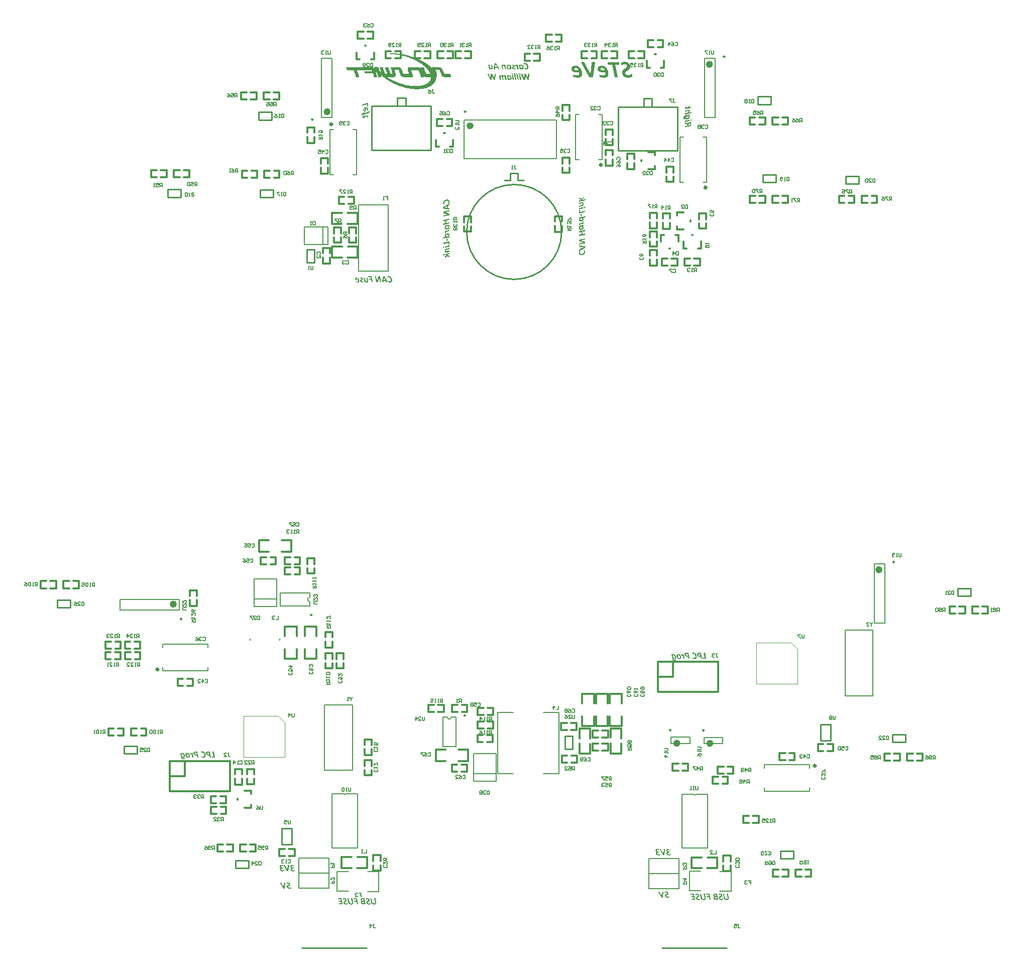
<source format=gbo>
%FSLAX25Y25*%
%MOIN*%
G70*
G01*
G75*
G04 Layer_Color=32896*
%ADD10O,0.08661X0.02362*%
%ADD11R,0.03000X0.03543*%
%ADD12R,0.05118X0.05512*%
%ADD13R,0.05512X0.05118*%
%ADD14R,0.03543X0.03000*%
%ADD15R,0.05000X0.06693*%
%ADD16R,0.04921X0.03937*%
%ADD17R,0.08661X0.02362*%
%ADD18O,0.08661X0.02362*%
%ADD19O,0.02362X0.08661*%
%ADD20R,0.09449X0.09843*%
%ADD21C,0.01575*%
%ADD22C,0.01181*%
%ADD23C,0.00984*%
%ADD24C,0.01000*%
%ADD25C,0.03150*%
%ADD26C,0.03937*%
%ADD27C,0.02756*%
%ADD28C,0.02362*%
%ADD29C,0.00591*%
%ADD30C,0.05906*%
%ADD31R,0.05906X0.05906*%
%ADD32C,0.05118*%
%ADD33C,0.07874*%
%ADD34O,0.10236X0.07874*%
%ADD35O,0.08268X0.07874*%
%ADD36R,0.05118X0.09843*%
%ADD37O,0.05118X0.09843*%
%ADD38C,0.05500*%
%ADD39C,0.06693*%
%ADD40R,0.06299X0.06299*%
%ADD41C,0.06299*%
%ADD42C,2.75591*%
%ADD43C,0.39370*%
%ADD44C,0.19685*%
%ADD45C,0.05000*%
%ADD46C,0.01969*%
%ADD47R,0.09646X0.09843*%
%ADD48R,0.09843X0.09449*%
%ADD49R,0.02362X0.08661*%
%ADD50O,0.02362X0.08661*%
%ADD51R,0.20866X0.07087*%
%ADD52O,0.03937X0.01024*%
%ADD53O,0.01024X0.03937*%
%ADD54R,0.03937X0.01024*%
%ADD55R,0.03543X0.01575*%
%ADD56R,0.09449X0.12598*%
%ADD57R,0.06693X0.05000*%
%ADD58R,0.09843X0.14961*%
%ADD59R,0.01969X0.05512*%
%ADD60O,0.08661X0.01575*%
%ADD61R,0.08661X0.01575*%
%ADD62R,0.18110X0.09252*%
%ADD63O,0.01378X0.06299*%
%ADD64R,0.07087X0.07874*%
%ADD65R,0.03543X0.01575*%
%ADD66R,0.09843X0.09646*%
%ADD67R,0.03937X0.04921*%
%ADD68O,0.02165X0.07874*%
%ADD69R,0.15000X0.19685*%
%ADD70R,0.01575X0.03543*%
%ADD71R,0.06000X0.06299*%
%ADD72R,0.06299X0.06000*%
%ADD73C,0.00787*%
%ADD74C,0.00141*%
%ADD75C,0.01378*%
%ADD76C,0.01200*%
%ADD77O,0.09461X0.03162*%
%ADD78R,0.03800X0.04343*%
%ADD79R,0.05918X0.06312*%
%ADD80R,0.06312X0.05918*%
%ADD81R,0.04343X0.03800*%
%ADD82R,0.05800X0.07493*%
%ADD83R,0.05721X0.04737*%
%ADD84R,0.09461X0.03162*%
%ADD85O,0.09461X0.03162*%
%ADD86O,0.03162X0.09461*%
%ADD87R,0.10249X0.10642*%
%ADD88C,0.06706*%
%ADD89R,0.06706X0.06706*%
%ADD90C,0.05918*%
%ADD91C,0.08674*%
%ADD92O,0.11036X0.08674*%
%ADD93O,0.09068X0.08674*%
%ADD94R,0.05918X0.10642*%
%ADD95O,0.05918X0.10642*%
%ADD96C,0.06300*%
%ADD97C,0.07493*%
%ADD98R,0.07099X0.07099*%
%ADD99C,0.07099*%
%ADD100C,2.76391*%
%ADD101C,0.40170*%
%ADD102C,0.20485*%
%ADD103C,0.05800*%
%ADD104R,0.10446X0.10642*%
%ADD105R,0.10642X0.10249*%
%ADD106R,0.03162X0.09461*%
%ADD107O,0.03162X0.09461*%
%ADD108R,0.21666X0.07887*%
%ADD109O,0.04737X0.01824*%
%ADD110O,0.01824X0.04737*%
%ADD111R,0.04737X0.01824*%
%ADD112R,0.04343X0.02375*%
%ADD113R,0.10249X0.13398*%
%ADD114R,0.07493X0.05800*%
%ADD115O,0.09461X0.02375*%
%ADD116R,0.09461X0.02375*%
%ADD117R,0.18910X0.10052*%
%ADD118O,0.02178X0.07099*%
%ADD119R,0.07887X0.08674*%
%ADD120R,0.04343X0.02375*%
%ADD121R,0.10642X0.10446*%
%ADD122R,0.04737X0.05721*%
%ADD123O,0.02965X0.08674*%
%ADD124R,0.15800X0.20485*%
%ADD125R,0.02375X0.04343*%
%ADD126R,0.06800X0.07099*%
%ADD127R,0.07099X0.06800*%
%ADD128C,0.00394*%
%ADD129C,0.00800*%
%ADD130C,0.00150*%
%ADD131C,0.00500*%
G36*
X-43038Y164895D02*
X-43023Y164880D01*
X-43015Y164865D01*
Y164857D01*
X-43008Y164818D01*
X-43000Y164780D01*
X-42992Y164749D01*
Y164734D01*
X-42985Y164673D01*
Y164611D01*
Y164557D01*
Y164550D01*
Y164542D01*
Y164465D01*
X-42992Y164404D01*
Y164365D01*
Y164350D01*
X-43000Y164296D01*
X-43008Y164258D01*
X-43015Y164235D01*
Y164227D01*
X-43031Y164189D01*
X-43038Y164166D01*
X-43054Y164158D01*
Y164150D01*
X-43069Y164135D01*
X-43092Y164127D01*
X-43108D01*
X-45903Y163567D01*
X-45941D01*
X-45957Y163574D01*
X-45980Y163582D01*
X-45995Y163605D01*
X-46003Y163620D01*
Y163628D01*
X-46011Y163659D01*
X-46018Y163697D01*
X-46026Y163728D01*
Y163743D01*
X-46034Y163805D01*
X-46041Y163866D01*
Y163912D01*
Y163927D01*
Y163935D01*
Y164012D01*
X-46034Y164073D01*
X-46026Y164112D01*
Y164127D01*
X-46018Y164181D01*
X-46011Y164219D01*
X-46003Y164250D01*
Y164258D01*
X-45987Y164288D01*
X-45972Y164312D01*
X-45965Y164319D01*
X-45957Y164327D01*
X-45941Y164342D01*
X-45918Y164350D01*
X-45903D01*
X-43108Y164911D01*
X-43054D01*
X-43038Y164895D01*
D02*
G37*
G36*
X-46602Y164235D02*
X-46564Y164219D01*
X-46533Y164204D01*
X-46525Y164196D01*
X-46494Y164158D01*
X-46471Y164112D01*
X-46464Y164081D01*
X-46456Y164066D01*
X-46448Y163997D01*
X-46441Y163927D01*
Y163897D01*
Y163874D01*
Y163858D01*
Y163851D01*
Y163759D01*
X-46448Y163689D01*
X-46456Y163643D01*
Y163628D01*
X-46479Y163567D01*
X-46502Y163513D01*
X-46517Y163482D01*
X-46525Y163474D01*
X-46571Y163428D01*
X-46610Y163398D01*
X-46640Y163375D01*
X-46656Y163367D01*
X-46717Y163344D01*
X-46786Y163321D01*
X-46832Y163313D01*
X-46848Y163305D01*
X-46855D01*
X-46932Y163298D01*
X-47040D01*
X-47093Y163305D01*
X-47139Y163321D01*
X-47163Y163336D01*
X-47170Y163344D01*
X-47209Y163382D01*
X-47232Y163421D01*
X-47239Y163451D01*
X-47247Y163459D01*
Y163467D01*
X-47262Y163536D01*
X-47270Y163605D01*
Y163636D01*
Y163659D01*
Y163674D01*
Y163682D01*
Y163774D01*
X-47262Y163851D01*
X-47255Y163897D01*
X-47247Y163905D01*
Y163912D01*
X-47224Y163974D01*
X-47201Y164020D01*
X-47178Y164050D01*
X-47170Y164066D01*
X-47132Y164104D01*
X-47086Y164135D01*
X-47055Y164158D01*
X-47047Y164166D01*
X-47040D01*
X-46978Y164189D01*
X-46917Y164204D01*
X-46871Y164219D01*
X-46855D01*
X-46771Y164235D01*
X-46709Y164242D01*
X-46656D01*
X-46602Y164235D01*
D02*
G37*
G36*
X-43038Y163313D02*
X-43023Y163298D01*
X-43015Y163282D01*
Y163275D01*
X-43008Y163236D01*
X-43000Y163198D01*
X-42992Y163167D01*
Y163152D01*
X-42985Y163090D01*
Y163029D01*
Y162975D01*
Y162968D01*
Y162960D01*
Y162883D01*
X-42992Y162822D01*
Y162783D01*
Y162768D01*
X-43000Y162714D01*
X-43008Y162676D01*
X-43015Y162653D01*
Y162645D01*
X-43031Y162607D01*
X-43038Y162583D01*
X-43054Y162576D01*
Y162568D01*
X-43069Y162553D01*
X-43092Y162545D01*
X-43108D01*
X-44375Y162292D01*
X-44528Y162253D01*
X-44597Y162230D01*
X-44659Y162207D01*
X-44705Y162184D01*
X-44743Y162169D01*
X-44766Y162153D01*
X-44774D01*
X-44905Y162077D01*
X-44966Y162038D01*
X-45012Y162007D01*
X-45051Y161977D01*
X-45081Y161954D01*
X-45097Y161938D01*
X-45104Y161931D01*
X-45197Y161831D01*
X-45266Y161746D01*
X-45296Y161716D01*
X-45312Y161685D01*
X-45327Y161670D01*
Y161662D01*
X-45358Y161608D01*
X-45373Y161562D01*
X-45404Y161478D01*
Y161439D01*
X-45412Y161416D01*
Y161401D01*
Y161393D01*
Y161339D01*
X-45396Y161301D01*
X-45365Y161232D01*
X-45335Y161201D01*
X-45327Y161186D01*
X-45319D01*
X-45243Y161147D01*
X-45166Y161132D01*
X-45135Y161124D01*
X-44989D01*
X-44958Y161132D01*
X-44943D01*
X-44889Y161140D01*
X-44835Y161147D01*
X-44805Y161155D01*
X-44789D01*
X-43108Y161501D01*
X-43054D01*
X-43038Y161485D01*
X-43023Y161470D01*
X-43015Y161455D01*
Y161447D01*
X-43008Y161408D01*
X-43000Y161370D01*
X-42992Y161339D01*
Y161324D01*
X-42985Y161263D01*
Y161201D01*
Y161147D01*
Y161140D01*
Y161132D01*
Y161055D01*
X-42992Y160994D01*
Y160955D01*
Y160940D01*
X-43000Y160886D01*
X-43008Y160848D01*
X-43015Y160825D01*
Y160817D01*
X-43031Y160779D01*
X-43038Y160756D01*
X-43054Y160748D01*
Y160740D01*
X-43069Y160725D01*
X-43092Y160717D01*
X-43108D01*
X-44843Y160356D01*
X-44928Y160341D01*
X-44997Y160333D01*
X-45028D01*
X-45051Y160326D01*
X-45066D01*
X-45143Y160318D01*
X-45219Y160310D01*
X-45289D01*
X-45404Y160318D01*
X-45504Y160333D01*
X-45542Y160341D01*
X-45573Y160349D01*
X-45588Y160356D01*
X-45596D01*
X-45696Y160395D01*
X-45780Y160433D01*
X-45811Y160456D01*
X-45834Y160471D01*
X-45842Y160479D01*
X-45849Y160487D01*
X-45926Y160564D01*
X-45980Y160641D01*
X-46003Y160679D01*
X-46018Y160710D01*
X-46026Y160725D01*
Y160733D01*
X-46064Y160848D01*
X-46087Y160971D01*
X-46095Y161024D01*
Y161063D01*
Y161094D01*
Y161101D01*
X-46087Y161232D01*
X-46080Y161286D01*
X-46064Y161339D01*
X-46057Y161385D01*
X-46041Y161416D01*
X-46034Y161439D01*
Y161447D01*
X-45987Y161570D01*
X-45957Y161624D01*
X-45934Y161670D01*
X-45911Y161708D01*
X-45895Y161739D01*
X-45888Y161754D01*
X-45880Y161762D01*
X-45811Y161862D01*
X-45749Y161946D01*
X-45719Y161977D01*
X-45703Y162000D01*
X-45688Y162015D01*
X-45680Y162023D01*
X-45596Y162092D01*
X-45519Y162146D01*
X-45496Y162169D01*
X-45473Y162177D01*
X-45459Y162190D01*
X-45918Y162107D01*
X-45957D01*
X-45972Y162115D01*
X-45987Y162123D01*
X-45995Y162138D01*
X-46003Y162153D01*
Y162161D01*
X-46011Y162192D01*
X-46018Y162215D01*
X-46026Y162246D01*
Y162253D01*
X-46034Y162299D01*
X-46041Y162353D01*
Y162391D01*
Y162399D01*
Y162407D01*
Y162468D01*
X-46034Y162522D01*
X-46026Y162553D01*
Y162568D01*
X-46018Y162614D01*
X-46011Y162653D01*
X-46003Y162676D01*
Y162683D01*
X-45987Y162729D01*
X-45980Y162737D01*
X-45972Y162745D01*
X-45957Y162760D01*
X-45934Y162768D01*
X-45918D01*
X-43108Y163329D01*
X-43054D01*
X-43038Y163313D01*
D02*
G37*
G36*
X-43108Y167560D02*
X-43077Y167552D01*
X-43061Y167537D01*
X-43054D01*
X-43023Y167483D01*
X-43008Y167468D01*
Y167460D01*
X-43000Y167430D01*
Y167399D01*
Y167376D01*
Y167368D01*
Y165502D01*
X-43008Y165471D01*
X-43015Y165448D01*
X-43023Y165433D01*
X-43031Y165425D01*
X-43092Y165387D01*
X-43115Y165371D01*
X-43123D01*
X-43161Y165356D01*
X-43200Y165341D01*
X-43230Y165333D01*
X-43238D01*
X-43284Y165325D01*
X-43330Y165318D01*
X-43361Y165310D01*
X-43369D01*
X-43415Y165302D01*
X-43453Y165295D01*
X-43476Y165287D01*
X-43484D01*
X-43515Y165279D01*
X-43591D01*
X-43622Y165287D01*
X-43637Y165295D01*
X-43645Y165302D01*
X-43668Y165318D01*
X-43676Y165341D01*
X-43683Y165356D01*
Y165364D01*
Y166646D01*
X-46963Y165993D01*
X-47001D01*
X-47017Y166001D01*
X-47032Y166016D01*
X-47047Y166040D01*
X-47055Y166055D01*
Y166063D01*
X-47063Y166101D01*
X-47070Y166139D01*
X-47078Y166170D01*
Y166178D01*
Y166185D01*
X-47086Y166247D01*
X-47093Y166308D01*
Y166354D01*
Y166370D01*
Y166377D01*
Y166462D01*
X-47086Y166523D01*
X-47078Y166569D01*
Y166577D01*
Y166585D01*
X-47070Y166639D01*
X-47063Y166677D01*
X-47055Y166708D01*
Y166715D01*
X-47040Y166746D01*
X-47032Y166777D01*
X-47024Y166785D01*
X-47017Y166792D01*
X-47001Y166807D01*
X-46978Y166815D01*
X-46963D01*
X-43261Y167560D01*
X-43215Y167568D01*
X-43138D01*
X-43108Y167560D01*
D02*
G37*
G36*
X-43038Y175263D02*
X-43023Y175248D01*
X-43015Y175233D01*
Y175225D01*
X-43008Y175186D01*
X-43000Y175148D01*
X-42992Y175117D01*
Y175102D01*
X-42985Y175040D01*
Y174979D01*
Y174925D01*
Y174918D01*
Y174910D01*
Y174833D01*
X-42992Y174772D01*
Y174733D01*
Y174718D01*
X-43000Y174664D01*
X-43008Y174626D01*
X-43015Y174603D01*
Y174595D01*
X-43031Y174557D01*
X-43038Y174534D01*
X-43054Y174526D01*
Y174518D01*
X-43069Y174503D01*
X-43092Y174495D01*
X-43108D01*
X-44367Y174242D01*
X-44505Y174203D01*
X-44567Y174188D01*
X-44620Y174165D01*
X-44667Y174150D01*
X-44705Y174134D01*
X-44728Y174119D01*
X-44736D01*
X-44866Y174050D01*
X-44920Y174011D01*
X-44966Y173981D01*
X-44997Y173958D01*
X-45028Y173935D01*
X-45043Y173927D01*
X-45051Y173919D01*
X-45143Y173835D01*
X-45204Y173758D01*
X-45235Y173735D01*
X-45250Y173712D01*
X-45266Y173696D01*
Y173689D01*
X-45296Y173643D01*
X-45312Y173604D01*
X-45342Y173528D01*
Y173497D01*
X-45350Y173474D01*
Y173466D01*
Y173458D01*
Y173420D01*
X-45342Y173389D01*
X-45335Y173374D01*
Y173366D01*
X-45327Y173336D01*
X-45319Y173312D01*
X-45312Y173297D01*
Y173289D01*
X-45296Y173243D01*
X-45289Y173236D01*
Y173228D01*
X-45281Y173190D01*
Y173174D01*
X-45289Y173143D01*
X-45304Y173128D01*
X-45312Y173113D01*
X-45319Y173105D01*
X-45358Y173082D01*
X-45396Y173067D01*
X-45427Y173051D01*
X-45435D01*
X-45488Y173036D01*
X-45534Y173021D01*
X-45565Y173013D01*
X-45581D01*
X-45642Y172998D01*
X-45696Y172990D01*
X-45726Y172982D01*
X-45742D01*
X-45796Y172975D01*
X-45834Y172967D01*
X-45865Y172959D01*
X-45872D01*
X-45911Y172951D01*
X-45980D01*
X-46003Y172959D01*
X-46011Y172967D01*
X-46018Y172975D01*
X-46026Y172990D01*
X-46034Y173005D01*
X-46041Y173021D01*
Y173028D01*
X-46057Y173074D01*
X-46064Y173097D01*
Y173105D01*
X-46080Y173159D01*
X-46087Y173182D01*
Y173190D01*
X-46095Y173220D01*
Y173251D01*
Y173274D01*
Y173282D01*
X-46087Y173374D01*
X-46072Y173451D01*
X-46057Y173481D01*
X-46049Y173504D01*
X-46041Y173520D01*
Y173528D01*
X-46003Y173612D01*
X-45957Y173689D01*
X-45941Y173712D01*
X-45926Y173735D01*
X-45918Y173750D01*
X-45911Y173758D01*
X-45849Y173835D01*
X-45788Y173904D01*
X-45742Y173950D01*
X-45726Y173958D01*
X-45719Y173965D01*
X-45634Y174034D01*
X-45550Y174088D01*
X-45519Y174111D01*
X-45488Y174127D01*
X-45475Y174140D01*
X-45918Y174050D01*
X-45957D01*
X-45972Y174057D01*
X-45987Y174065D01*
X-45995Y174081D01*
X-46003Y174096D01*
Y174103D01*
X-46011Y174134D01*
X-46018Y174157D01*
X-46026Y174188D01*
Y174196D01*
X-46034Y174249D01*
X-46041Y174295D01*
Y174342D01*
Y174349D01*
Y174357D01*
Y174418D01*
X-46034Y174472D01*
X-46026Y174503D01*
Y174518D01*
X-46018Y174564D01*
X-46011Y174603D01*
X-46003Y174626D01*
Y174633D01*
X-45987Y174680D01*
X-45980Y174687D01*
X-45972Y174695D01*
X-45957Y174710D01*
X-45934Y174718D01*
X-45918D01*
X-43108Y175279D01*
X-43054D01*
X-43038Y175263D01*
D02*
G37*
G36*
X-43837Y172936D02*
X-43799D01*
X-43776Y172929D01*
X-43753D01*
X-43661Y172913D01*
X-43584Y172898D01*
X-43553Y172890D01*
X-43530D01*
X-43515Y172882D01*
X-43507D01*
X-43422Y172852D01*
X-43353Y172821D01*
X-43323Y172806D01*
X-43299Y172790D01*
X-43292Y172783D01*
X-43284D01*
X-43207Y172729D01*
X-43146Y172675D01*
X-43108Y172637D01*
X-43100Y172629D01*
X-43092Y172621D01*
X-43038Y172545D01*
X-43008Y172468D01*
X-42992Y172437D01*
X-42985Y172414D01*
X-42977Y172399D01*
Y172391D01*
X-42954Y172283D01*
X-42939Y172184D01*
X-42931Y172137D01*
Y172107D01*
Y172084D01*
Y172076D01*
X-42939Y171945D01*
X-42954Y171884D01*
X-42962Y171830D01*
X-42977Y171784D01*
X-42985Y171753D01*
X-42992Y171730D01*
Y171723D01*
X-43038Y171600D01*
X-43061Y171546D01*
X-43084Y171500D01*
X-43108Y171462D01*
X-43123Y171431D01*
X-43138Y171415D01*
Y171408D01*
X-43207Y171316D01*
X-43277Y171239D01*
X-43299Y171208D01*
X-43323Y171185D01*
X-43330Y171177D01*
X-43338Y171170D01*
X-43422Y171101D01*
X-43492Y171047D01*
X-43538Y171016D01*
X-43543Y171010D01*
X-43100Y171093D01*
X-43046D01*
X-43031Y171078D01*
X-43015Y171062D01*
X-43008Y171047D01*
Y171039D01*
X-43000Y171009D01*
Y170978D01*
X-42992Y170947D01*
Y170939D01*
X-42985Y170886D01*
Y170840D01*
Y170801D01*
Y170786D01*
Y170717D01*
X-42992Y170663D01*
Y170617D01*
X-43000Y170578D01*
Y170548D01*
X-43008Y170525D01*
Y170509D01*
X-43023Y170479D01*
X-43038Y170456D01*
X-43069Y170425D01*
X-43092Y170409D01*
X-43100D01*
X-47232Y169580D01*
X-47270Y169588D01*
X-47285Y169595D01*
X-47308Y169603D01*
X-47324Y169626D01*
X-47332Y169641D01*
Y169649D01*
X-47339Y169680D01*
X-47347Y169718D01*
X-47355Y169749D01*
Y169764D01*
X-47362Y169826D01*
X-47370Y169879D01*
Y169926D01*
Y169941D01*
Y169949D01*
Y170025D01*
X-47362Y170087D01*
X-47355Y170125D01*
Y170141D01*
X-47347Y170194D01*
X-47339Y170233D01*
X-47332Y170264D01*
Y170271D01*
X-47316Y170302D01*
X-47301Y170325D01*
X-47293Y170333D01*
X-47285Y170340D01*
X-47270Y170356D01*
X-47247Y170363D01*
X-47232D01*
X-45749Y170663D01*
X-45796Y170709D01*
X-45842Y170747D01*
X-45872Y170778D01*
X-45880Y170793D01*
X-45926Y170855D01*
X-45965Y170909D01*
X-45987Y170947D01*
X-45995Y170955D01*
Y170962D01*
X-46026Y171031D01*
X-46049Y171101D01*
X-46057Y171147D01*
X-46064Y171162D01*
Y171170D01*
X-46080Y171254D01*
X-46095Y171323D01*
Y171354D01*
Y171377D01*
Y171393D01*
Y171400D01*
X-46087Y171500D01*
X-46080Y171592D01*
X-46064Y171677D01*
X-46049Y171753D01*
X-46026Y171815D01*
X-46011Y171861D01*
X-46003Y171892D01*
X-45995Y171899D01*
X-45911Y172053D01*
X-45872Y172122D01*
X-45826Y172184D01*
X-45788Y172230D01*
X-45765Y172268D01*
X-45742Y172291D01*
X-45734Y172299D01*
X-45611Y172414D01*
X-45542Y172468D01*
X-45488Y172506D01*
X-45435Y172545D01*
X-45396Y172567D01*
X-45365Y172583D01*
X-45358Y172591D01*
X-45197Y172675D01*
X-45120Y172713D01*
X-45058Y172737D01*
X-44997Y172767D01*
X-44951Y172783D01*
X-44920Y172790D01*
X-44912Y172798D01*
X-44743Y172852D01*
X-44667Y172867D01*
X-44590Y172882D01*
X-44528Y172898D01*
X-44482Y172905D01*
X-44451Y172913D01*
X-44444D01*
X-44275Y172929D01*
X-44206Y172936D01*
X-44137D01*
X-44083Y172944D01*
X-43914D01*
X-43837Y172936D01*
D02*
G37*
G36*
X-44344Y169542D02*
X-44306Y169534D01*
X-44290Y169526D01*
X-44283D01*
X-44267Y169503D01*
X-44260Y169480D01*
X-44252Y169457D01*
Y169449D01*
Y168136D01*
X-44260Y168105D01*
X-44267Y168082D01*
X-44275Y168067D01*
X-44283Y168059D01*
X-44336Y168013D01*
X-44352Y168006D01*
X-44359Y167998D01*
X-44398Y167983D01*
X-44436Y167967D01*
X-44459Y167959D01*
X-44467D01*
X-44513Y167944D01*
X-44551Y167937D01*
X-44574Y167929D01*
X-44582D01*
X-44620Y167921D01*
X-44651Y167913D01*
X-44674Y167906D01*
X-44682D01*
X-44720Y167898D01*
X-44759D01*
X-44797Y167906D01*
X-44835Y167913D01*
X-44851Y167921D01*
X-44859Y167929D01*
X-44882Y167952D01*
X-44889Y167975D01*
X-44897Y167998D01*
Y168006D01*
Y169319D01*
X-44889Y169350D01*
X-44882Y169380D01*
X-44874Y169396D01*
X-44866Y169403D01*
X-44820Y169442D01*
X-44797Y169457D01*
X-44789Y169465D01*
X-44751Y169480D01*
X-44720Y169495D01*
X-44690Y169503D01*
X-44682Y169511D01*
X-44636Y169519D01*
X-44605Y169534D01*
X-44574Y169542D01*
X-44567D01*
X-44528Y169549D01*
X-44390D01*
X-44344Y169542D01*
D02*
G37*
G36*
X45957Y190426D02*
X45980Y190418D01*
X45995Y190395D01*
X46003Y190380D01*
Y190372D01*
X46011Y190341D01*
X46018Y190303D01*
X46026Y190272D01*
Y190257D01*
X46034Y190195D01*
X46041Y190134D01*
Y190088D01*
Y190073D01*
Y190065D01*
Y189988D01*
X46034Y189927D01*
X46026Y189888D01*
Y189873D01*
X46018Y189819D01*
X46011Y189781D01*
X46003Y189750D01*
Y189742D01*
X45987Y189711D01*
X45972Y189689D01*
X45965Y189681D01*
X45957Y189673D01*
X45941Y189658D01*
X45918Y189650D01*
X45903D01*
X43108Y189089D01*
X43054D01*
X43038Y189105D01*
X43023Y189120D01*
X43015Y189136D01*
Y189143D01*
X43008Y189182D01*
X43000Y189220D01*
X42992Y189251D01*
Y189266D01*
X42985Y189328D01*
Y189389D01*
Y189443D01*
Y189450D01*
Y189458D01*
Y189535D01*
X42992Y189596D01*
Y189635D01*
Y189650D01*
X43000Y189704D01*
X43008Y189742D01*
X43015Y189765D01*
Y189773D01*
X43031Y189811D01*
X43038Y189834D01*
X43054Y189842D01*
Y189850D01*
X43069Y189865D01*
X43092Y189873D01*
X43108D01*
X45903Y190433D01*
X45941D01*
X45957Y190426D01*
D02*
G37*
G36*
X43622Y188713D02*
X43637Y188705D01*
X43645Y188698D01*
X43668Y188682D01*
X43676Y188659D01*
X43683Y188644D01*
Y188636D01*
Y187354D01*
X46963Y188007D01*
X47001D01*
X47017Y187999D01*
X47032Y187984D01*
X47047Y187961D01*
X47055Y187945D01*
Y187937D01*
X47063Y187899D01*
X47070Y187861D01*
X47078Y187830D01*
Y187822D01*
Y187815D01*
X47086Y187753D01*
X47093Y187692D01*
Y187646D01*
Y187630D01*
Y187623D01*
Y187538D01*
X47086Y187477D01*
X47078Y187431D01*
Y187423D01*
Y187415D01*
X47070Y187361D01*
X47063Y187323D01*
X47055Y187292D01*
Y187285D01*
X47040Y187254D01*
X47032Y187223D01*
X47024Y187215D01*
X47017Y187208D01*
X47001Y187192D01*
X46978Y187185D01*
X46963D01*
X43261Y186440D01*
X43215Y186432D01*
X43138D01*
X43108Y186440D01*
X43077Y186448D01*
X43061Y186463D01*
X43054D01*
X43023Y186517D01*
X43008Y186532D01*
Y186540D01*
X43000Y186570D01*
Y186601D01*
Y186624D01*
Y186632D01*
Y188498D01*
X43008Y188529D01*
X43015Y188552D01*
X43023Y188567D01*
X43031Y188575D01*
X43092Y188613D01*
X43115Y188629D01*
X43123D01*
X43161Y188644D01*
X43200Y188659D01*
X43230Y188667D01*
X43238D01*
X43284Y188675D01*
X43330Y188682D01*
X43361Y188690D01*
X43369D01*
X43415Y188698D01*
X43453Y188705D01*
X43476Y188713D01*
X43484D01*
X43515Y188721D01*
X43591D01*
X43622Y188713D01*
D02*
G37*
G36*
X44797Y186094D02*
X44835Y186087D01*
X44851Y186079D01*
X44859Y186071D01*
X44882Y186048D01*
X44889Y186025D01*
X44897Y186002D01*
Y185994D01*
Y184681D01*
X44889Y184650D01*
X44882Y184620D01*
X44874Y184604D01*
X44866Y184597D01*
X44820Y184558D01*
X44797Y184543D01*
X44789Y184535D01*
X44751Y184520D01*
X44720Y184504D01*
X44690Y184497D01*
X44682Y184489D01*
X44636Y184481D01*
X44605Y184466D01*
X44574Y184458D01*
X44567D01*
X44528Y184451D01*
X44390D01*
X44344Y184458D01*
X44306Y184466D01*
X44290Y184474D01*
X44283D01*
X44267Y184497D01*
X44260Y184520D01*
X44252Y184543D01*
Y184551D01*
Y185864D01*
X44260Y185895D01*
X44267Y185918D01*
X44275Y185933D01*
X44283Y185941D01*
X44336Y185987D01*
X44352Y185994D01*
X44359Y186002D01*
X44398Y186017D01*
X44436Y186033D01*
X44459Y186040D01*
X44467D01*
X44513Y186056D01*
X44551Y186064D01*
X44574Y186071D01*
X44582D01*
X44620Y186079D01*
X44651Y186087D01*
X44674Y186094D01*
X44682D01*
X44720Y186102D01*
X44759D01*
X44797Y186094D01*
D02*
G37*
G36*
X47093Y190695D02*
X47139Y190679D01*
X47163Y190664D01*
X47170Y190656D01*
X47209Y190618D01*
X47232Y190579D01*
X47239Y190549D01*
X47247Y190541D01*
Y190533D01*
X47262Y190464D01*
X47270Y190395D01*
Y190364D01*
Y190341D01*
Y190326D01*
Y190318D01*
Y190226D01*
X47262Y190149D01*
X47255Y190103D01*
X47247Y190095D01*
Y190088D01*
X47224Y190026D01*
X47201Y189980D01*
X47178Y189950D01*
X47170Y189934D01*
X47132Y189896D01*
X47086Y189865D01*
X47055Y189842D01*
X47047Y189834D01*
X47040D01*
X46978Y189811D01*
X46917Y189796D01*
X46871Y189781D01*
X46855D01*
X46771Y189765D01*
X46709Y189758D01*
X46656D01*
X46602Y189765D01*
X46564Y189781D01*
X46533Y189796D01*
X46525Y189804D01*
X46494Y189842D01*
X46471Y189888D01*
X46464Y189919D01*
X46456Y189934D01*
X46448Y190003D01*
X46441Y190073D01*
Y190103D01*
Y190126D01*
Y190142D01*
Y190149D01*
Y190241D01*
X46448Y190311D01*
X46456Y190357D01*
Y190372D01*
X46479Y190433D01*
X46502Y190487D01*
X46517Y190518D01*
X46525Y190526D01*
X46571Y190572D01*
X46610Y190602D01*
X46640Y190625D01*
X46656Y190633D01*
X46717Y190656D01*
X46786Y190679D01*
X46832Y190687D01*
X46848Y190695D01*
X46855D01*
X46932Y190702D01*
X47040D01*
X47093Y190695D01*
D02*
G37*
G36*
X-43031Y159919D02*
X-43015Y159903D01*
X-43008Y159888D01*
Y159880D01*
X-43000Y159842D01*
Y159803D01*
X-42992Y159773D01*
Y159765D01*
X-42985Y159704D01*
Y159634D01*
Y159588D01*
Y159573D01*
Y159565D01*
Y159488D01*
X-42992Y159435D01*
Y159396D01*
Y159381D01*
X-43000Y159327D01*
X-43008Y159281D01*
X-43015Y159258D01*
Y159250D01*
X-43031Y159220D01*
X-43038Y159197D01*
X-43054Y159189D01*
Y159181D01*
X-43069Y159158D01*
X-43092Y159151D01*
X-43100Y159143D01*
X-43108D01*
X-44590Y158851D01*
X-43115Y158183D01*
X-43069Y158168D01*
X-43054Y158160D01*
X-43046D01*
X-43015Y158121D01*
X-43008Y158106D01*
Y158098D01*
X-43000Y158060D01*
Y158022D01*
X-42992Y157991D01*
Y157975D01*
X-42985Y157914D01*
Y157845D01*
Y157814D01*
Y157791D01*
Y157776D01*
Y157768D01*
Y157684D01*
X-42992Y157615D01*
Y157576D01*
Y157561D01*
X-43000Y157507D01*
X-43008Y157461D01*
X-43015Y157438D01*
Y157430D01*
X-43031Y157399D01*
X-43046Y157377D01*
X-43054Y157369D01*
X-43061Y157361D01*
X-43084Y157346D01*
X-43108Y157338D01*
X-43154D01*
X-43184Y157346D01*
X-43207Y157353D01*
X-43215D01*
X-43261Y157361D01*
X-43307Y157377D01*
X-43338Y157392D01*
X-43346Y157399D01*
X-44697Y158037D01*
X-45634Y157054D01*
X-45703Y156992D01*
X-45757Y156946D01*
X-45796Y156923D01*
X-45803Y156916D01*
X-45849Y156885D01*
X-45888Y156877D01*
X-45918Y156870D01*
X-45941D01*
X-45957Y156877D01*
X-45972Y156885D01*
Y156893D01*
X-45987Y156908D01*
X-46003Y156931D01*
X-46011Y156946D01*
Y156954D01*
X-46018Y156985D01*
X-46026Y157023D01*
X-46034Y157054D01*
Y157069D01*
X-46041Y157131D01*
Y157192D01*
Y157238D01*
Y157254D01*
Y157261D01*
Y157346D01*
Y157407D01*
X-46034Y157453D01*
Y157461D01*
Y157469D01*
X-46026Y157522D01*
X-46018Y157569D01*
X-46011Y157599D01*
Y157607D01*
X-45995Y157645D01*
X-45980Y157676D01*
X-45972Y157691D01*
X-45965Y157699D01*
X-45926Y157737D01*
X-45911Y157753D01*
X-45903Y157761D01*
X-44782Y158813D01*
X-47239Y158321D01*
X-47278D01*
X-47293Y158329D01*
X-47316Y158344D01*
X-47332Y158360D01*
X-47339Y158375D01*
Y158383D01*
X-47347Y158413D01*
X-47355Y158452D01*
X-47362Y158482D01*
Y158498D01*
X-47370Y158559D01*
X-47378Y158621D01*
Y158667D01*
Y158682D01*
Y158690D01*
Y158767D01*
X-47370Y158828D01*
X-47362Y158866D01*
Y158882D01*
X-47355Y158935D01*
X-47347Y158974D01*
X-47339Y159005D01*
Y159012D01*
X-47324Y159043D01*
X-47308Y159066D01*
X-47301Y159074D01*
X-47293Y159081D01*
X-47278Y159097D01*
X-47255Y159105D01*
X-47239D01*
X-43100Y159934D01*
X-43046D01*
X-43031Y159919D01*
D02*
G37*
G36*
X45957Y197123D02*
X45972Y197115D01*
Y197107D01*
X45987Y197092D01*
X46003Y197069D01*
X46011Y197054D01*
Y197046D01*
X46018Y197015D01*
X46026Y196977D01*
X46034Y196946D01*
Y196931D01*
X46041Y196869D01*
Y196808D01*
Y196762D01*
Y196746D01*
Y196739D01*
Y196654D01*
Y196593D01*
X46034Y196547D01*
Y196539D01*
Y196531D01*
X46026Y196478D01*
X46018Y196432D01*
X46011Y196401D01*
Y196393D01*
X45995Y196355D01*
X45980Y196324D01*
X45972Y196309D01*
X45965Y196301D01*
X45926Y196263D01*
X45911Y196247D01*
X45903Y196239D01*
X44782Y195187D01*
X47239Y195679D01*
X47278D01*
X47293Y195671D01*
X47316Y195656D01*
X47332Y195641D01*
X47339Y195625D01*
Y195617D01*
X47347Y195587D01*
X47355Y195548D01*
X47362Y195518D01*
Y195502D01*
X47370Y195441D01*
X47378Y195379D01*
Y195333D01*
Y195318D01*
Y195310D01*
Y195233D01*
X47370Y195172D01*
X47362Y195134D01*
Y195118D01*
X47355Y195064D01*
X47347Y195026D01*
X47339Y194995D01*
Y194988D01*
X47324Y194957D01*
X47308Y194934D01*
X47301Y194926D01*
X47293Y194919D01*
X47278Y194903D01*
X47255Y194896D01*
X47239D01*
X43100Y194066D01*
X43046D01*
X43031Y194081D01*
X43015Y194097D01*
X43008Y194112D01*
Y194120D01*
X43000Y194158D01*
Y194197D01*
X42992Y194227D01*
Y194235D01*
X42985Y194297D01*
Y194366D01*
Y194412D01*
Y194427D01*
Y194435D01*
Y194511D01*
X42992Y194565D01*
Y194604D01*
Y194619D01*
X43000Y194673D01*
X43008Y194719D01*
X43015Y194742D01*
Y194750D01*
X43031Y194780D01*
X43038Y194803D01*
X43054Y194811D01*
Y194819D01*
X43069Y194842D01*
X43092Y194849D01*
X43100Y194857D01*
X43108D01*
X44590Y195149D01*
X43115Y195817D01*
X43069Y195833D01*
X43054Y195840D01*
X43046D01*
X43015Y195879D01*
X43008Y195894D01*
Y195902D01*
X43000Y195940D01*
Y195978D01*
X42992Y196009D01*
Y196025D01*
X42985Y196086D01*
Y196155D01*
Y196186D01*
Y196209D01*
Y196224D01*
Y196232D01*
Y196316D01*
X42992Y196385D01*
Y196424D01*
Y196439D01*
X43000Y196493D01*
X43008Y196539D01*
X43015Y196562D01*
Y196570D01*
X43031Y196600D01*
X43046Y196624D01*
X43054Y196631D01*
X43061Y196639D01*
X43084Y196654D01*
X43108Y196662D01*
X43154D01*
X43184Y196654D01*
X43207Y196647D01*
X43215D01*
X43261Y196639D01*
X43307Y196624D01*
X43338Y196608D01*
X43346Y196600D01*
X44697Y195963D01*
X45634Y196946D01*
X45703Y197008D01*
X45757Y197054D01*
X45796Y197077D01*
X45803Y197084D01*
X45849Y197115D01*
X45888Y197123D01*
X45918Y197130D01*
X45941D01*
X45957Y197123D01*
D02*
G37*
G36*
X45404Y193682D02*
X45504Y193667D01*
X45542Y193659D01*
X45573Y193651D01*
X45588Y193644D01*
X45596D01*
X45696Y193605D01*
X45780Y193567D01*
X45811Y193544D01*
X45834Y193528D01*
X45842Y193521D01*
X45849Y193513D01*
X45926Y193436D01*
X45980Y193359D01*
X46003Y193321D01*
X46018Y193290D01*
X46026Y193275D01*
Y193267D01*
X46064Y193152D01*
X46087Y193029D01*
X46095Y192975D01*
Y192937D01*
Y192906D01*
Y192899D01*
X46087Y192768D01*
X46080Y192714D01*
X46064Y192661D01*
X46057Y192615D01*
X46041Y192584D01*
X46034Y192561D01*
Y192553D01*
X45987Y192430D01*
X45957Y192376D01*
X45934Y192330D01*
X45911Y192292D01*
X45895Y192261D01*
X45888Y192246D01*
X45880Y192238D01*
X45811Y192138D01*
X45749Y192054D01*
X45719Y192023D01*
X45703Y192000D01*
X45688Y191985D01*
X45680Y191977D01*
X45596Y191908D01*
X45519Y191854D01*
X45496Y191831D01*
X45473Y191823D01*
X45459Y191810D01*
X45918Y191893D01*
X45957D01*
X45972Y191885D01*
X45987Y191877D01*
X45995Y191862D01*
X46003Y191847D01*
Y191839D01*
X46011Y191808D01*
X46018Y191785D01*
X46026Y191754D01*
Y191747D01*
X46034Y191701D01*
X46041Y191647D01*
Y191609D01*
Y191601D01*
Y191593D01*
Y191532D01*
X46034Y191478D01*
X46026Y191447D01*
Y191432D01*
X46018Y191386D01*
X46011Y191347D01*
X46003Y191324D01*
Y191317D01*
X45987Y191271D01*
X45980Y191263D01*
X45972Y191255D01*
X45957Y191240D01*
X45934Y191232D01*
X45918D01*
X43108Y190672D01*
X43054D01*
X43038Y190687D01*
X43023Y190702D01*
X43015Y190718D01*
Y190725D01*
X43008Y190764D01*
X43000Y190802D01*
X42992Y190833D01*
Y190848D01*
X42985Y190910D01*
Y190971D01*
Y191025D01*
Y191033D01*
Y191040D01*
Y191117D01*
X42992Y191178D01*
Y191217D01*
Y191232D01*
X43000Y191286D01*
X43008Y191324D01*
X43015Y191347D01*
Y191355D01*
X43031Y191393D01*
X43038Y191417D01*
X43054Y191424D01*
Y191432D01*
X43069Y191447D01*
X43092Y191455D01*
X43108D01*
X44375Y191708D01*
X44528Y191747D01*
X44597Y191770D01*
X44659Y191793D01*
X44705Y191816D01*
X44743Y191831D01*
X44766Y191847D01*
X44774D01*
X44905Y191923D01*
X44966Y191962D01*
X45012Y191992D01*
X45051Y192023D01*
X45081Y192046D01*
X45097Y192062D01*
X45104Y192069D01*
X45197Y192169D01*
X45266Y192254D01*
X45296Y192284D01*
X45312Y192315D01*
X45327Y192330D01*
Y192338D01*
X45358Y192392D01*
X45373Y192438D01*
X45404Y192522D01*
Y192561D01*
X45412Y192584D01*
Y192599D01*
Y192607D01*
Y192661D01*
X45396Y192699D01*
X45365Y192768D01*
X45335Y192799D01*
X45327Y192814D01*
X45319D01*
X45243Y192853D01*
X45166Y192868D01*
X45135Y192876D01*
X44989D01*
X44958Y192868D01*
X44943D01*
X44889Y192860D01*
X44835Y192853D01*
X44805Y192845D01*
X44789D01*
X43108Y192499D01*
X43054D01*
X43038Y192515D01*
X43023Y192530D01*
X43015Y192545D01*
Y192553D01*
X43008Y192592D01*
X43000Y192630D01*
X42992Y192661D01*
Y192676D01*
X42985Y192737D01*
Y192799D01*
Y192853D01*
Y192860D01*
Y192868D01*
Y192945D01*
X42992Y193006D01*
Y193045D01*
Y193060D01*
X43000Y193114D01*
X43008Y193152D01*
X43015Y193175D01*
Y193183D01*
X43031Y193221D01*
X43038Y193244D01*
X43054Y193252D01*
Y193260D01*
X43069Y193275D01*
X43092Y193283D01*
X43108D01*
X44843Y193644D01*
X44928Y193659D01*
X44997Y193667D01*
X45028D01*
X45051Y193674D01*
X45066D01*
X45143Y193682D01*
X45219Y193690D01*
X45289D01*
X45404Y193682D01*
D02*
G37*
G36*
X-43845Y178604D02*
X-43776Y178596D01*
X-43714Y178589D01*
X-43661D01*
X-43622Y178581D01*
X-43599Y178573D01*
X-43591D01*
X-43453Y178527D01*
X-43399Y178504D01*
X-43346Y178481D01*
X-43307Y178458D01*
X-43277Y178443D01*
X-43253Y178435D01*
X-43246Y178427D01*
X-43146Y178343D01*
X-43077Y178258D01*
X-43054Y178220D01*
X-43031Y178189D01*
X-43023Y178166D01*
X-43015Y178159D01*
X-42985Y178089D01*
X-42969Y178020D01*
X-42954Y177951D01*
X-42939Y177890D01*
Y177828D01*
X-42931Y177782D01*
Y177752D01*
Y177744D01*
X-42939Y177613D01*
X-42954Y177552D01*
X-42962Y177498D01*
X-42977Y177452D01*
X-42985Y177421D01*
X-42992Y177398D01*
Y177391D01*
X-43038Y177268D01*
X-43061Y177214D01*
X-43084Y177168D01*
X-43108Y177129D01*
X-43123Y177099D01*
X-43138Y177083D01*
Y177076D01*
X-43207Y176976D01*
X-43277Y176899D01*
X-43299Y176868D01*
X-43323Y176845D01*
X-43330Y176838D01*
X-43338Y176830D01*
X-43422Y176761D01*
X-43492Y176715D01*
X-43538Y176684D01*
X-43543Y176678D01*
X-43100Y176761D01*
X-43046D01*
X-43015Y176730D01*
X-43008Y176722D01*
Y176715D01*
X-43000Y176684D01*
Y176653D01*
X-42992Y176623D01*
Y176615D01*
X-42985Y176561D01*
Y176507D01*
Y176469D01*
Y176461D01*
Y176454D01*
Y176384D01*
X-42992Y176331D01*
Y176285D01*
X-43000Y176246D01*
Y176216D01*
X-43008Y176192D01*
Y176177D01*
X-43038Y176123D01*
X-43069Y176085D01*
X-43092Y176070D01*
X-43100D01*
X-45918Y175509D01*
X-45957Y175517D01*
X-45972Y175524D01*
X-45987Y175532D01*
X-45995Y175547D01*
X-46003Y175563D01*
Y175570D01*
X-46011Y175601D01*
X-46018Y175632D01*
X-46026Y175655D01*
Y175670D01*
X-46034Y175716D01*
X-46041Y175770D01*
Y175809D01*
Y175816D01*
Y175824D01*
Y175893D01*
X-46034Y175947D01*
Y176000D01*
X-46026Y176039D01*
X-46018Y176070D01*
Y176093D01*
X-46011Y176100D01*
Y176108D01*
X-45980Y176154D01*
X-45957Y176185D01*
X-45926Y176200D01*
X-45918D01*
X-45665Y176254D01*
X-45742Y176315D01*
X-45803Y176377D01*
X-45857Y176431D01*
X-45903Y176484D01*
X-45934Y176538D01*
X-45957Y176576D01*
X-45972Y176600D01*
X-45980Y176607D01*
X-46018Y176684D01*
X-46049Y176761D01*
X-46064Y176838D01*
X-46080Y176914D01*
X-46087Y176976D01*
X-46095Y177022D01*
Y177053D01*
Y177068D01*
X-46087Y177168D01*
X-46080Y177260D01*
X-46064Y177345D01*
X-46049Y177421D01*
X-46026Y177483D01*
X-46011Y177529D01*
X-46003Y177559D01*
X-45995Y177567D01*
X-45911Y177721D01*
X-45865Y177790D01*
X-45826Y177851D01*
X-45788Y177897D01*
X-45757Y177936D01*
X-45734Y177959D01*
X-45726Y177967D01*
X-45596Y178082D01*
X-45534Y178136D01*
X-45473Y178174D01*
X-45419Y178212D01*
X-45381Y178235D01*
X-45350Y178251D01*
X-45342Y178258D01*
X-45181Y178343D01*
X-45104Y178381D01*
X-45043Y178404D01*
X-44981Y178435D01*
X-44935Y178450D01*
X-44905Y178458D01*
X-44897Y178466D01*
X-44728Y178519D01*
X-44651Y178535D01*
X-44574Y178550D01*
X-44513Y178566D01*
X-44467Y178573D01*
X-44436Y178581D01*
X-44429D01*
X-44267Y178596D01*
X-44190Y178604D01*
X-44129D01*
X-44075Y178612D01*
X-43998D01*
X-43845Y178604D01*
D02*
G37*
G36*
X-97535Y143534D02*
X-97497Y143526D01*
X-97481D01*
X-97427Y143518D01*
X-97389Y143511D01*
X-97366Y143503D01*
X-97358D01*
X-97328Y143495D01*
X-97305Y143488D01*
X-97289Y143480D01*
X-97282Y143472D01*
X-97266Y143457D01*
X-97259Y143434D01*
Y143426D01*
Y143418D01*
X-96913Y141675D01*
X-96898Y141591D01*
X-96882Y141514D01*
Y141491D01*
X-96875Y141468D01*
Y141452D01*
Y141445D01*
X-96867Y141368D01*
X-96859Y141299D01*
Y141245D01*
Y141237D01*
Y141230D01*
X-96867Y141107D01*
X-96875Y141053D01*
X-96882Y140999D01*
Y140961D01*
X-96890Y140930D01*
X-96898Y140915D01*
Y140907D01*
X-96936Y140807D01*
X-96982Y140723D01*
X-97005Y140692D01*
X-97021Y140677D01*
X-97036Y140661D01*
Y140654D01*
X-97113Y140585D01*
X-97197Y140531D01*
X-97228Y140515D01*
X-97259Y140500D01*
X-97274Y140492D01*
X-97282D01*
X-97404Y140454D01*
X-97527Y140439D01*
X-97581Y140431D01*
X-97658D01*
X-97789Y140439D01*
X-97842Y140446D01*
X-97896Y140462D01*
X-97934Y140469D01*
X-97965Y140477D01*
X-97988Y140485D01*
X-97996D01*
X-98119Y140531D01*
X-98165Y140554D01*
X-98211Y140577D01*
X-98249Y140600D01*
X-98280Y140615D01*
X-98295Y140631D01*
X-98303D01*
X-98403Y140700D01*
X-98487Y140769D01*
X-98518Y140799D01*
X-98541Y140823D01*
X-98549Y140830D01*
X-98557Y140838D01*
X-98633Y140922D01*
X-98687Y140991D01*
X-98710Y141022D01*
X-98725Y141045D01*
X-98731Y141051D01*
X-98649Y140600D01*
X-98641Y140577D01*
Y140561D01*
Y140554D01*
Y140546D01*
X-98672Y140515D01*
X-98679Y140508D01*
X-98687D01*
X-98718Y140500D01*
X-98748D01*
X-98779Y140492D01*
X-98787D01*
X-98841Y140485D01*
X-99017D01*
X-99071Y140492D01*
X-99109D01*
X-99155Y140500D01*
X-99186D01*
X-99209Y140508D01*
X-99217D01*
X-99248Y140523D01*
X-99263Y140531D01*
X-99278Y140546D01*
X-99301Y140585D01*
X-99309Y140592D01*
Y140600D01*
X-99870Y143418D01*
Y143441D01*
Y143457D01*
X-99862Y143472D01*
X-99854Y143488D01*
X-99831Y143495D01*
X-99816Y143503D01*
X-99808D01*
X-99778Y143511D01*
X-99739Y143518D01*
X-99708Y143526D01*
X-99693D01*
X-99632Y143534D01*
X-99578Y143541D01*
X-99432D01*
X-99363Y143534D01*
X-99325Y143526D01*
X-99309D01*
X-99255Y143518D01*
X-99217Y143511D01*
X-99194Y143503D01*
X-99186D01*
X-99155Y143495D01*
X-99133Y143488D01*
X-99117Y143480D01*
X-99109Y143472D01*
X-99094Y143457D01*
X-99086Y143434D01*
Y143426D01*
Y143418D01*
X-98848Y142197D01*
X-98802Y142036D01*
X-98779Y141959D01*
X-98748Y141898D01*
X-98733Y141844D01*
X-98710Y141806D01*
X-98702Y141775D01*
X-98695Y141767D01*
X-98618Y141629D01*
X-98580Y141568D01*
X-98549Y141521D01*
X-98518Y141475D01*
X-98495Y141445D01*
X-98480Y141429D01*
X-98472Y141422D01*
X-98380Y141322D01*
X-98295Y141253D01*
X-98257Y141230D01*
X-98226Y141207D01*
X-98211Y141199D01*
X-98203Y141191D01*
X-98103Y141145D01*
X-98019Y141122D01*
X-97988D01*
X-97965Y141114D01*
X-97896D01*
X-97858Y141122D01*
X-97827Y141130D01*
X-97819D01*
X-97789Y141153D01*
X-97765Y141176D01*
X-97750Y141191D01*
X-97742Y141199D01*
X-97719Y141237D01*
X-97712Y141268D01*
X-97696Y141299D01*
Y141306D01*
X-97689Y141352D01*
X-97681Y141399D01*
Y141429D01*
Y141437D01*
Y141491D01*
X-97689Y141537D01*
Y141568D01*
Y141583D01*
X-97696Y141637D01*
X-97704Y141683D01*
X-97712Y141713D01*
Y141729D01*
X-98042Y143418D01*
Y143441D01*
Y143457D01*
X-98034Y143472D01*
X-98027Y143488D01*
X-98004Y143495D01*
X-97988Y143503D01*
X-97980D01*
X-97950Y143511D01*
X-97911Y143518D01*
X-97881Y143526D01*
X-97865D01*
X-97804Y143534D01*
X-97750Y143541D01*
X-97604D01*
X-97535Y143534D01*
D02*
G37*
G36*
X-104355Y143587D02*
X-104247Y143580D01*
X-104148Y143564D01*
X-104055Y143549D01*
X-103986Y143526D01*
X-103932Y143511D01*
X-103902Y143503D01*
X-103886Y143495D01*
X-103794Y143457D01*
X-103710Y143411D01*
X-103633Y143372D01*
X-103564Y143326D01*
X-103510Y143288D01*
X-103472Y143265D01*
X-103441Y143242D01*
X-103433Y143234D01*
X-103303Y143111D01*
X-103241Y143042D01*
X-103195Y142988D01*
X-103157Y142935D01*
X-103126Y142896D01*
X-103111Y142865D01*
X-103103Y142858D01*
X-103011Y142696D01*
X-102972Y142620D01*
X-102934Y142551D01*
X-102911Y142489D01*
X-102888Y142443D01*
X-102880Y142412D01*
X-102873Y142405D01*
X-102819Y142236D01*
X-102796Y142159D01*
X-102780Y142082D01*
X-102765Y142021D01*
X-102757Y141975D01*
X-102750Y141944D01*
Y141936D01*
X-102727Y141767D01*
X-102719Y141690D01*
Y141621D01*
X-102711Y141568D01*
Y141521D01*
Y141491D01*
Y141483D01*
Y141383D01*
X-102719Y141291D01*
X-102734Y141214D01*
X-102750Y141145D01*
X-102757Y141084D01*
X-102773Y141045D01*
X-102780Y141015D01*
Y141007D01*
X-102811Y140938D01*
X-102850Y140869D01*
X-102888Y140815D01*
X-102926Y140769D01*
X-102957Y140730D01*
X-102988Y140700D01*
X-103003Y140684D01*
X-103011Y140677D01*
X-103134Y140600D01*
X-103257Y140538D01*
X-103310Y140515D01*
X-103349Y140508D01*
X-103379Y140492D01*
X-103387D01*
X-103564Y140454D01*
X-103648Y140446D01*
X-103733Y140439D01*
X-103802Y140431D01*
X-103909D01*
X-104048Y140439D01*
X-104101D01*
X-104163Y140446D01*
X-104201D01*
X-104240Y140454D01*
X-104270D01*
X-104393Y140469D01*
X-104447Y140477D01*
X-104493Y140485D01*
X-104532Y140492D01*
X-104562Y140500D01*
X-104585D01*
X-104685Y140523D01*
X-104762Y140546D01*
X-104793Y140554D01*
X-104816Y140561D01*
X-104823Y140569D01*
X-104831D01*
X-104893Y140600D01*
X-104939Y140623D01*
X-104962Y140638D01*
X-104969Y140646D01*
X-104992Y140669D01*
X-105015Y140700D01*
X-105023Y140723D01*
X-105031Y140730D01*
X-105054Y140777D01*
X-105069Y140823D01*
X-105077Y140853D01*
Y140861D01*
X-105085Y140915D01*
X-105092Y140953D01*
X-105100Y140984D01*
Y140999D01*
X-105107Y141045D01*
X-105115Y141084D01*
Y141114D01*
Y141122D01*
Y141153D01*
X-105107Y141176D01*
X-105100Y141183D01*
X-105092Y141191D01*
X-105077Y141207D01*
X-105061Y141214D01*
X-105038D01*
X-105008Y141207D01*
X-104969Y141199D01*
X-104939Y141191D01*
X-104931Y141183D01*
X-104923D01*
X-104854Y141161D01*
X-104785Y141137D01*
X-104762Y141130D01*
X-104739Y141122D01*
X-104724Y141114D01*
X-104716D01*
X-104616Y141091D01*
X-104524Y141068D01*
X-104485Y141061D01*
X-104455Y141053D01*
X-104432Y141045D01*
X-104424D01*
X-104301Y141030D01*
X-104178Y141022D01*
X-104055D01*
X-103955Y141030D01*
X-103863Y141045D01*
X-103794Y141061D01*
X-103733Y141084D01*
X-103687Y141107D01*
X-103656Y141130D01*
X-103641Y141137D01*
X-103633Y141145D01*
X-103587Y141199D01*
X-103556Y141260D01*
X-103533Y141329D01*
X-103518Y141391D01*
X-103510Y141445D01*
X-103502Y141491D01*
Y141529D01*
Y141537D01*
Y141575D01*
Y141621D01*
Y141652D01*
Y141660D01*
X-103510Y141713D01*
X-103518Y141767D01*
X-103525Y141798D01*
Y141813D01*
X-103979D01*
X-104124Y141821D01*
X-104263Y141836D01*
X-104378Y141852D01*
X-104470Y141859D01*
X-104539Y141875D01*
X-104585Y141882D01*
X-104601D01*
X-104724Y141913D01*
X-104831Y141944D01*
X-104923Y141975D01*
X-105008Y142005D01*
X-105069Y142028D01*
X-105115Y142051D01*
X-105146Y142067D01*
X-105154Y142074D01*
X-105230Y142128D01*
X-105292Y142182D01*
X-105346Y142228D01*
X-105392Y142282D01*
X-105422Y142328D01*
X-105453Y142359D01*
X-105461Y142382D01*
X-105468Y142389D01*
X-105507Y142458D01*
X-105530Y142527D01*
X-105553Y142597D01*
X-105561Y142666D01*
X-105568Y142719D01*
X-105576Y142758D01*
Y142789D01*
Y142796D01*
X-105568Y142904D01*
X-105545Y143004D01*
X-105530Y143034D01*
X-105515Y143065D01*
X-105507Y143080D01*
Y143088D01*
X-105453Y143188D01*
X-105384Y143272D01*
X-105353Y143303D01*
X-105330Y143326D01*
X-105315Y143334D01*
X-105307Y143342D01*
X-105200Y143418D01*
X-105092Y143480D01*
X-105038Y143495D01*
X-105008Y143511D01*
X-104977Y143526D01*
X-104969D01*
X-104893Y143549D01*
X-104808Y143564D01*
X-104724Y143580D01*
X-104647Y143587D01*
X-104578Y143595D01*
X-104478D01*
X-104355Y143587D01*
D02*
G37*
G36*
X-86261Y144586D02*
X-86222D01*
X-86153Y144578D01*
X-86107Y144570D01*
X-86069Y144563D01*
X-86061D01*
X-86023Y144547D01*
X-86000Y144532D01*
X-85984Y144517D01*
X-85977Y144509D01*
X-85954Y144486D01*
X-85931Y144455D01*
X-85915Y144432D01*
X-85908Y144424D01*
X-83941Y140815D01*
X-83911Y140746D01*
X-83880Y140684D01*
X-83872Y140654D01*
X-83865Y140638D01*
X-83857Y140592D01*
Y140561D01*
X-83865Y140538D01*
X-83872Y140531D01*
X-83895Y140515D01*
X-83934Y140500D01*
X-83957Y140492D01*
X-83972D01*
X-84041Y140485D01*
X-84287D01*
X-84356Y140492D01*
X-84418D01*
X-84479Y140500D01*
X-84525D01*
X-84556Y140508D01*
X-84563D01*
X-84602Y140523D01*
X-84625Y140538D01*
X-84640Y140546D01*
X-84648Y140554D01*
X-84686Y140608D01*
X-84702Y140623D01*
Y140631D01*
X-85116Y141429D01*
X-86645D01*
X-86760Y140608D01*
X-86768Y140561D01*
X-86775Y140546D01*
Y140538D01*
X-86791Y140523D01*
X-86806Y140515D01*
X-86821Y140508D01*
X-86829D01*
X-86867Y140500D01*
X-86906D01*
X-86937Y140492D01*
X-86944D01*
X-87006Y140485D01*
X-87298D01*
X-87336Y140492D01*
X-87405D01*
X-87467Y140500D01*
X-87513Y140515D01*
X-87536Y140523D01*
X-87543Y140531D01*
X-87574Y140561D01*
X-87582Y140592D01*
X-87589Y140615D01*
Y140623D01*
Y140684D01*
Y140738D01*
X-87582Y140792D01*
Y140799D01*
Y140807D01*
X-87044Y144417D01*
X-87037Y144455D01*
X-87029Y144486D01*
X-87021Y144501D01*
Y144509D01*
X-87006Y144532D01*
X-86975Y144547D01*
X-86952Y144563D01*
X-86944D01*
X-86891Y144570D01*
X-86837Y144578D01*
X-86791Y144586D01*
X-86775D01*
X-86683Y144593D01*
X-86291D01*
X-86261Y144586D01*
D02*
G37*
G36*
X-83127Y144632D02*
X-82997Y144624D01*
X-82874Y144601D01*
X-82766Y144578D01*
X-82682Y144555D01*
X-82613Y144540D01*
X-82574Y144524D01*
X-82559Y144517D01*
X-82444Y144471D01*
X-82336Y144417D01*
X-82236Y144355D01*
X-82152Y144309D01*
X-82083Y144255D01*
X-82029Y144225D01*
X-81998Y144194D01*
X-81983Y144186D01*
X-81891Y144110D01*
X-81806Y144033D01*
X-81730Y143948D01*
X-81668Y143879D01*
X-81614Y143810D01*
X-81576Y143764D01*
X-81553Y143733D01*
X-81545Y143718D01*
X-81422Y143518D01*
X-81369Y143418D01*
X-81323Y143326D01*
X-81284Y143257D01*
X-81261Y143196D01*
X-81246Y143157D01*
X-81238Y143142D01*
X-81161Y142919D01*
X-81123Y142819D01*
X-81100Y142719D01*
X-81077Y142643D01*
X-81069Y142581D01*
X-81054Y142543D01*
Y142527D01*
X-81038Y142412D01*
X-81023Y142297D01*
X-81015Y142197D01*
X-81008Y142105D01*
X-81000Y142028D01*
Y141975D01*
Y141936D01*
Y141921D01*
X-81008Y141783D01*
X-81015Y141660D01*
X-81031Y141544D01*
X-81054Y141452D01*
X-81069Y141368D01*
X-81085Y141314D01*
X-81092Y141276D01*
X-81100Y141260D01*
X-81146Y141161D01*
X-81192Y141068D01*
X-81246Y140991D01*
X-81292Y140922D01*
X-81330Y140869D01*
X-81369Y140830D01*
X-81392Y140799D01*
X-81399Y140792D01*
X-81476Y140730D01*
X-81553Y140669D01*
X-81630Y140623D01*
X-81699Y140585D01*
X-81768Y140554D01*
X-81814Y140531D01*
X-81845Y140523D01*
X-81860Y140515D01*
X-81968Y140485D01*
X-82075Y140469D01*
X-82175Y140454D01*
X-82275Y140439D01*
X-82359D01*
X-82421Y140431D01*
X-82482D01*
X-82628Y140439D01*
X-82697Y140446D01*
X-82759Y140454D01*
X-82805D01*
X-82843Y140462D01*
X-82866Y140469D01*
X-82874D01*
X-83004Y140492D01*
X-83058Y140508D01*
X-83104Y140515D01*
X-83143Y140523D01*
X-83173Y140531D01*
X-83189Y140538D01*
X-83197D01*
X-83296Y140577D01*
X-83373Y140608D01*
X-83404Y140623D01*
X-83427Y140631D01*
X-83435Y140638D01*
X-83442D01*
X-83511Y140677D01*
X-83550Y140707D01*
X-83573Y140723D01*
X-83580Y140730D01*
X-83604Y140761D01*
X-83619Y140784D01*
X-83634Y140799D01*
Y140807D01*
X-83650Y140846D01*
X-83665Y140876D01*
X-83673Y140899D01*
Y140907D01*
X-83680Y140953D01*
X-83688Y140991D01*
X-83696Y141022D01*
Y141030D01*
X-83703Y141076D01*
X-83711Y141114D01*
X-83719Y141137D01*
Y141145D01*
X-83726Y141183D01*
X-83734Y141222D01*
X-83742Y141237D01*
Y141245D01*
X-83749Y141276D01*
Y141299D01*
Y141306D01*
Y141314D01*
Y141352D01*
X-83742Y141376D01*
X-83734Y141391D01*
Y141399D01*
X-83719Y141414D01*
X-83696Y141429D01*
X-83673D01*
X-83627Y141422D01*
X-83580Y141406D01*
X-83550Y141383D01*
X-83534Y141376D01*
X-83473Y141337D01*
X-83419Y141306D01*
X-83373Y141283D01*
X-83358Y141276D01*
X-83350D01*
X-83266Y141237D01*
X-83173Y141207D01*
X-83135Y141191D01*
X-83112Y141183D01*
X-83089Y141176D01*
X-83081D01*
X-82958Y141153D01*
X-82836Y141137D01*
X-82782Y141130D01*
X-82705D01*
X-82567Y141137D01*
X-82513Y141145D01*
X-82459Y141161D01*
X-82421Y141168D01*
X-82390Y141176D01*
X-82367Y141183D01*
X-82359D01*
X-82260Y141230D01*
X-82175Y141283D01*
X-82144Y141306D01*
X-82129Y141329D01*
X-82114Y141337D01*
X-82106Y141345D01*
X-82037Y141437D01*
X-81991Y141529D01*
X-81975Y141568D01*
X-81960Y141598D01*
X-81952Y141614D01*
Y141621D01*
X-81922Y141752D01*
X-81914Y141821D01*
X-81906Y141882D01*
X-81899Y141936D01*
Y141975D01*
Y142005D01*
Y142013D01*
X-81906Y142151D01*
Y142220D01*
X-81914Y142282D01*
X-81922Y142328D01*
Y142366D01*
X-81929Y142397D01*
Y142405D01*
X-81960Y142566D01*
X-81983Y142635D01*
X-81998Y142704D01*
X-82014Y142758D01*
X-82029Y142796D01*
X-82037Y142827D01*
Y142835D01*
X-82098Y142988D01*
X-82129Y143057D01*
X-82160Y143119D01*
X-82190Y143173D01*
X-82213Y143211D01*
X-82221Y143234D01*
X-82229Y143242D01*
X-82321Y143380D01*
X-82359Y143441D01*
X-82405Y143495D01*
X-82436Y143534D01*
X-82467Y143572D01*
X-82482Y143587D01*
X-82490Y143595D01*
X-82613Y143695D01*
X-82720Y143779D01*
X-82766Y143802D01*
X-82805Y143825D01*
X-82828Y143833D01*
X-82836Y143841D01*
X-82912Y143871D01*
X-82981Y143902D01*
X-83051Y143918D01*
X-83120Y143925D01*
X-83173Y143933D01*
X-83219Y143941D01*
X-83335D01*
X-83404Y143933D01*
X-83465Y143925D01*
X-83519Y143918D01*
X-83557Y143902D01*
X-83588Y143895D01*
X-83604Y143887D01*
X-83611D01*
X-83711Y143849D01*
X-83780Y143810D01*
X-83826Y143779D01*
X-83842Y143772D01*
X-83903Y143726D01*
X-83949Y143695D01*
X-83980Y143664D01*
X-83987Y143657D01*
X-84026Y143633D01*
X-84064Y143618D01*
X-84080Y143610D01*
X-84087D01*
X-84110Y143618D01*
X-84133Y143626D01*
X-84164Y143657D01*
X-84187Y143679D01*
X-84195Y143695D01*
X-84226Y143772D01*
X-84249Y143849D01*
X-84256Y143879D01*
X-84264Y143910D01*
X-84272Y143925D01*
Y143933D01*
X-84287Y144033D01*
X-84302Y144110D01*
Y144156D01*
Y144171D01*
X-84295Y144240D01*
X-84272Y144286D01*
X-84249Y144325D01*
X-84241Y144332D01*
X-84218Y144355D01*
X-84180Y144378D01*
X-84118Y144424D01*
X-84080Y144440D01*
X-84057Y144455D01*
X-84041Y144471D01*
X-84034D01*
X-83918Y144524D01*
X-83803Y144563D01*
X-83757Y144578D01*
X-83719Y144586D01*
X-83696Y144593D01*
X-83688D01*
X-83542Y144624D01*
X-83473Y144632D01*
X-83412D01*
X-83358Y144640D01*
X-83273D01*
X-83127Y144632D01*
D02*
G37*
G36*
X-97791Y256766D02*
X-97714Y256751D01*
X-97645Y256735D01*
X-97584Y256728D01*
X-97545Y256712D01*
X-97515Y256704D01*
X-97507D01*
X-97438Y256674D01*
X-97369Y256635D01*
X-97315Y256597D01*
X-97269Y256559D01*
X-97230Y256528D01*
X-97200Y256497D01*
X-97184Y256482D01*
X-97177Y256474D01*
X-97100Y256351D01*
X-97038Y256228D01*
X-97015Y256175D01*
X-97008Y256136D01*
X-96992Y256105D01*
Y256098D01*
X-96954Y255921D01*
X-96946Y255837D01*
X-96939Y255752D01*
X-96931Y255683D01*
Y255629D01*
Y255591D01*
Y255575D01*
X-96939Y255437D01*
Y255383D01*
X-96946Y255322D01*
Y255284D01*
X-96954Y255245D01*
Y255222D01*
Y255215D01*
X-96969Y255092D01*
X-96977Y255038D01*
X-96985Y254992D01*
X-96992Y254953D01*
X-97000Y254923D01*
Y254907D01*
Y254900D01*
X-97023Y254800D01*
X-97046Y254723D01*
X-97054Y254692D01*
X-97061Y254669D01*
X-97069Y254662D01*
Y254654D01*
X-97100Y254592D01*
X-97123Y254546D01*
X-97138Y254523D01*
X-97146Y254516D01*
X-97169Y254493D01*
X-97200Y254470D01*
X-97223Y254462D01*
X-97230Y254454D01*
X-97277Y254431D01*
X-97323Y254416D01*
X-97353Y254408D01*
X-97361D01*
X-97415Y254400D01*
X-97453Y254393D01*
X-97484Y254385D01*
X-97499D01*
X-97545Y254377D01*
X-97584Y254370D01*
X-97653D01*
X-97676Y254377D01*
X-97684Y254385D01*
X-97691Y254393D01*
X-97707Y254408D01*
X-97714Y254423D01*
Y254439D01*
Y254447D01*
X-97707Y254477D01*
X-97699Y254516D01*
X-97691Y254546D01*
X-97684Y254554D01*
Y254562D01*
X-97660Y254631D01*
X-97637Y254700D01*
X-97630Y254723D01*
X-97622Y254746D01*
X-97614Y254761D01*
Y254769D01*
X-97591Y254869D01*
X-97568Y254961D01*
X-97561Y254999D01*
X-97553Y255030D01*
X-97545Y255053D01*
Y255061D01*
X-97530Y255184D01*
X-97522Y255307D01*
Y255353D01*
Y255391D01*
Y255422D01*
Y255430D01*
X-97530Y255529D01*
X-97545Y255622D01*
X-97561Y255691D01*
X-97584Y255752D01*
X-97607Y255798D01*
X-97630Y255829D01*
X-97637Y255844D01*
X-97645Y255852D01*
X-97699Y255898D01*
X-97760Y255929D01*
X-97829Y255952D01*
X-97891Y255967D01*
X-97945Y255975D01*
X-97991Y255983D01*
X-98160D01*
X-98213Y255975D01*
X-98267Y255967D01*
X-98298Y255960D01*
X-98313D01*
Y255675D01*
Y255506D01*
X-98321Y255361D01*
X-98336Y255222D01*
X-98352Y255107D01*
X-98359Y255015D01*
X-98375Y254946D01*
X-98382Y254900D01*
Y254884D01*
X-98413Y254761D01*
X-98444Y254654D01*
X-98475Y254562D01*
X-98505Y254477D01*
X-98528Y254416D01*
X-98551Y254370D01*
X-98567Y254339D01*
X-98574Y254331D01*
X-98628Y254255D01*
X-98682Y254193D01*
X-98728Y254139D01*
X-98782Y254093D01*
X-98828Y254063D01*
X-98859Y254032D01*
X-98882Y254024D01*
X-98889Y254016D01*
X-98958Y253978D01*
X-99028Y253955D01*
X-99097Y253932D01*
X-99166Y253924D01*
X-99220Y253917D01*
X-99258Y253909D01*
X-99296D01*
X-99404Y253917D01*
X-99504Y253940D01*
X-99534Y253955D01*
X-99565Y253970D01*
X-99581Y253978D01*
X-99588D01*
X-99688Y254032D01*
X-99773Y254101D01*
X-99803Y254132D01*
X-99826Y254155D01*
X-99834Y254170D01*
X-99842Y254178D01*
X-99918Y254285D01*
X-99980Y254393D01*
X-99995Y254447D01*
X-100011Y254477D01*
X-100026Y254508D01*
Y254516D01*
X-100049Y254592D01*
X-100064Y254677D01*
X-100080Y254761D01*
X-100087Y254838D01*
X-100095Y254907D01*
Y254961D01*
Y254992D01*
Y255007D01*
X-100087Y255130D01*
X-100080Y255238D01*
X-100064Y255337D01*
X-100049Y255430D01*
X-100026Y255499D01*
X-100011Y255553D01*
X-100003Y255583D01*
X-99995Y255599D01*
X-99957Y255691D01*
X-99911Y255775D01*
X-99872Y255852D01*
X-99826Y255921D01*
X-99788Y255975D01*
X-99765Y256013D01*
X-99742Y256044D01*
X-99734Y256052D01*
X-99611Y256182D01*
X-99542Y256244D01*
X-99488Y256290D01*
X-99435Y256328D01*
X-99396Y256359D01*
X-99365Y256374D01*
X-99358Y256382D01*
X-99196Y256474D01*
X-99120Y256512D01*
X-99051Y256551D01*
X-98989Y256574D01*
X-98943Y256597D01*
X-98912Y256605D01*
X-98905Y256612D01*
X-98736Y256666D01*
X-98659Y256689D01*
X-98582Y256704D01*
X-98521Y256720D01*
X-98475Y256728D01*
X-98444Y256735D01*
X-98436D01*
X-98267Y256758D01*
X-98190Y256766D01*
X-98121D01*
X-98067Y256774D01*
X-97883D01*
X-97791Y256766D01*
D02*
G37*
G36*
X-95986Y254362D02*
X-95971D01*
X-95940Y254347D01*
X-95933Y254339D01*
X-95925D01*
X-95917Y254324D01*
X-95909Y254301D01*
X-95894Y254255D01*
X-95886Y254208D01*
X-95879Y254201D01*
Y254193D01*
X-95863Y254101D01*
X-95856Y254016D01*
X-95848Y253978D01*
Y253947D01*
Y253924D01*
Y253917D01*
X-95856Y253755D01*
X-95871Y253679D01*
X-95886Y253617D01*
X-95894Y253563D01*
X-95909Y253525D01*
X-95917Y253502D01*
Y253494D01*
X-95979Y253356D01*
X-96017Y253302D01*
X-96048Y253249D01*
X-96078Y253210D01*
X-96101Y253179D01*
X-96117Y253164D01*
X-96125Y253156D01*
X-96232Y253064D01*
X-96339Y252987D01*
X-96386Y252964D01*
X-96424Y252941D01*
X-96447Y252934D01*
X-96455Y252926D01*
X-96608Y252857D01*
X-96685Y252834D01*
X-96762Y252811D01*
X-96823Y252795D01*
X-96869Y252780D01*
X-96908Y252772D01*
X-96916D01*
X-99373Y252289D01*
Y251766D01*
X-99381Y251743D01*
X-99388Y251720D01*
X-99396Y251712D01*
Y251705D01*
X-99450Y251666D01*
X-99465Y251651D01*
X-99473D01*
X-99511Y251636D01*
X-99550Y251620D01*
X-99573Y251613D01*
X-99581D01*
X-99627Y251597D01*
X-99665Y251590D01*
X-99688Y251582D01*
X-99696D01*
X-99742Y251574D01*
X-99773Y251567D01*
X-99796Y251559D01*
X-99803D01*
X-99842Y251551D01*
X-99934D01*
X-99964Y251559D01*
X-99980Y251567D01*
X-99988Y251574D01*
X-100003Y251590D01*
X-100018Y251613D01*
Y251636D01*
Y251643D01*
Y252158D01*
X-100256Y252104D01*
X-100348Y252081D01*
X-100425Y252066D01*
X-100471Y252050D01*
X-100479Y252043D01*
X-100487D01*
X-100556Y252012D01*
X-100602Y251981D01*
X-100640Y251958D01*
X-100648Y251951D01*
X-100686Y251905D01*
X-100717Y251866D01*
X-100733Y251835D01*
X-100740Y251820D01*
X-100756Y251759D01*
X-100771Y251705D01*
Y251659D01*
Y251651D01*
Y251643D01*
Y251605D01*
X-100763Y251574D01*
X-100756Y251551D01*
Y251543D01*
X-100748Y251505D01*
X-100740Y251474D01*
X-100733Y251459D01*
Y251451D01*
X-100725Y251405D01*
X-100717Y251398D01*
Y251390D01*
X-100709Y251351D01*
Y251336D01*
X-100717Y251321D01*
X-100725Y251305D01*
X-100733Y251290D01*
X-100740D01*
X-100794Y251259D01*
X-100809Y251252D01*
X-100817D01*
X-100855Y251244D01*
X-100886Y251236D01*
X-100909Y251229D01*
X-100917D01*
X-100963Y251221D01*
X-101001Y251213D01*
X-101024Y251206D01*
X-101032D01*
X-101070Y251198D01*
X-101101D01*
X-101117Y251190D01*
X-101124D01*
X-101155Y251183D01*
X-101193D01*
X-101239Y251190D01*
X-101247Y251198D01*
X-101255D01*
X-101293Y251213D01*
X-101301Y251221D01*
X-101316Y251236D01*
X-101331Y251259D01*
X-101339Y251282D01*
Y251290D01*
X-101355Y251328D01*
X-101362Y251367D01*
X-101370Y251390D01*
Y251405D01*
X-101378Y251451D01*
X-101385Y251497D01*
X-101393Y251536D01*
Y251543D01*
Y251551D01*
X-101401Y251605D01*
X-101408Y251659D01*
Y251697D01*
Y251705D01*
Y251712D01*
Y251805D01*
X-101401Y251889D01*
X-101385Y251958D01*
X-101378Y252027D01*
X-101362Y252081D01*
X-101347Y252119D01*
X-101339Y252150D01*
Y252158D01*
X-101278Y252289D01*
X-101247Y252350D01*
X-101209Y252396D01*
X-101178Y252442D01*
X-101155Y252473D01*
X-101139Y252488D01*
X-101132Y252496D01*
X-101024Y252588D01*
X-100909Y252665D01*
X-100863Y252695D01*
X-100825Y252719D01*
X-100802Y252726D01*
X-100794Y252734D01*
X-100640Y252795D01*
X-100556Y252826D01*
X-100487Y252841D01*
X-100418Y252857D01*
X-100372Y252872D01*
X-100341Y252880D01*
X-100325D01*
X-100018Y252941D01*
Y253287D01*
X-100011Y253310D01*
X-100003Y253333D01*
X-99995Y253348D01*
X-99988Y253356D01*
X-99941Y253394D01*
X-99918Y253402D01*
X-99911Y253410D01*
X-99872Y253425D01*
X-99842Y253440D01*
X-99811Y253448D01*
X-99803D01*
X-99765Y253456D01*
X-99726Y253471D01*
X-99696Y253479D01*
X-99688D01*
X-99650Y253487D01*
X-99611D01*
X-99588Y253494D01*
X-99450D01*
X-99419Y253487D01*
X-99404Y253479D01*
X-99396D01*
X-99381Y253456D01*
X-99373Y253440D01*
Y253425D01*
Y253417D01*
Y253072D01*
X-97008Y253540D01*
X-96916Y253563D01*
X-96839Y253586D01*
X-96793Y253602D01*
X-96785Y253609D01*
X-96777D01*
X-96708Y253640D01*
X-96662Y253671D01*
X-96624Y253694D01*
X-96616Y253702D01*
X-96570Y253740D01*
X-96539Y253786D01*
X-96524Y253809D01*
X-96516Y253824D01*
X-96501Y253878D01*
X-96493Y253932D01*
X-96485Y253978D01*
Y253986D01*
Y253993D01*
Y254024D01*
X-96493Y254047D01*
Y254063D01*
Y254070D01*
X-96501Y254109D01*
Y254116D01*
Y254124D01*
X-96509Y254155D01*
Y254162D01*
Y254193D01*
Y254201D01*
Y254224D01*
X-96501Y254239D01*
X-96493Y254247D01*
X-96485Y254255D01*
X-96439Y254285D01*
X-96416Y254293D01*
X-96409D01*
X-96370Y254301D01*
X-96332Y254316D01*
X-96309Y254324D01*
X-96301D01*
X-96255Y254331D01*
X-96224Y254339D01*
X-96201Y254347D01*
X-96194D01*
X-96155Y254354D01*
X-96125D01*
X-96101Y254362D01*
X-96094D01*
X-96063Y254370D01*
X-96032D01*
X-95986Y254362D01*
D02*
G37*
G36*
X-99419Y251451D02*
X-99404Y251444D01*
X-99396D01*
X-99381Y251428D01*
X-99373Y251405D01*
Y251390D01*
Y251382D01*
Y251044D01*
X-98006Y251321D01*
X-97945Y251328D01*
X-97922Y251336D01*
X-97914D01*
X-97875Y251344D01*
X-97837D01*
X-97814Y251351D01*
X-97806D01*
X-97776Y251359D01*
X-97745D01*
X-97722Y251367D01*
X-97637D01*
X-97507Y251359D01*
X-97453Y251351D01*
X-97407Y251344D01*
X-97369Y251336D01*
X-97338Y251328D01*
X-97323Y251321D01*
X-97315D01*
X-97223Y251275D01*
X-97161Y251229D01*
X-97115Y251190D01*
X-97107Y251175D01*
X-97100D01*
X-97046Y251098D01*
X-97008Y251021D01*
X-96992Y250983D01*
X-96985Y250960D01*
X-96977Y250944D01*
Y250937D01*
X-96954Y250822D01*
X-96946Y250714D01*
X-96939Y250668D01*
Y250630D01*
Y250607D01*
Y250599D01*
Y250537D01*
X-96946Y250484D01*
X-96954Y250445D01*
Y250430D01*
X-96962Y250361D01*
X-96969Y250307D01*
X-96985Y250276D01*
Y250261D01*
X-97000Y250207D01*
X-97008Y250169D01*
X-97023Y250138D01*
Y250130D01*
X-97038Y250092D01*
X-97054Y250061D01*
X-97069Y250046D01*
Y250038D01*
X-97092Y250023D01*
X-97123Y250008D01*
X-97146Y249992D01*
X-97154D01*
X-97200Y249969D01*
X-97246Y249954D01*
X-97277Y249946D01*
X-97284D01*
X-97338Y249931D01*
X-97384Y249915D01*
X-97415Y249908D01*
X-97430D01*
X-97484Y249900D01*
X-97530Y249892D01*
X-97607D01*
X-97630Y249900D01*
X-97637Y249908D01*
X-97645Y249915D01*
X-97660Y249931D01*
X-97668Y249938D01*
Y249946D01*
Y249954D01*
X-97660Y249992D01*
X-97653Y250008D01*
Y250015D01*
X-97637Y250054D01*
X-97630Y250069D01*
Y250077D01*
X-97614Y250138D01*
X-97607Y250161D01*
Y250169D01*
X-97599Y250215D01*
Y250253D01*
Y250284D01*
Y250299D01*
X-97607Y250376D01*
X-97630Y250438D01*
X-97645Y250468D01*
X-97653Y250484D01*
X-97707Y250522D01*
X-97768Y250537D01*
X-97814Y250545D01*
X-97875D01*
X-97906Y250537D01*
X-97945D01*
X-97991Y250530D01*
X-98029D01*
X-98052Y250522D01*
X-98060D01*
X-99373Y250253D01*
Y249639D01*
X-99381Y249616D01*
X-99388Y249593D01*
X-99396Y249585D01*
Y249577D01*
X-99450Y249539D01*
X-99465Y249524D01*
X-99473D01*
X-99511Y249508D01*
X-99542Y249493D01*
X-99565Y249485D01*
X-99573D01*
X-99619Y249470D01*
X-99657Y249462D01*
X-99680Y249455D01*
X-99688D01*
X-99734Y249447D01*
X-99765Y249439D01*
X-99788Y249431D01*
X-99796D01*
X-99834Y249424D01*
X-99918D01*
X-99957Y249431D01*
X-99972Y249439D01*
X-99980Y249447D01*
X-100003Y249462D01*
X-100011Y249485D01*
X-100018Y249508D01*
Y249516D01*
Y250123D01*
X-100640Y250000D01*
X-100679D01*
X-100694Y250008D01*
X-100717Y250023D01*
X-100733Y250038D01*
X-100740Y250054D01*
Y250061D01*
X-100748Y250092D01*
X-100756Y250130D01*
X-100763Y250161D01*
Y250177D01*
X-100771Y250238D01*
X-100779Y250299D01*
Y250345D01*
Y250361D01*
Y250368D01*
Y250445D01*
X-100771Y250507D01*
X-100763Y250545D01*
Y250560D01*
X-100756Y250614D01*
X-100748Y250653D01*
X-100740Y250683D01*
Y250691D01*
X-100725Y250722D01*
X-100709Y250745D01*
X-100702Y250752D01*
X-100694Y250760D01*
X-100679Y250776D01*
X-100656Y250783D01*
X-100640D01*
X-100018Y250914D01*
Y251252D01*
X-100011Y251290D01*
X-99988Y251321D01*
X-99964Y251344D01*
X-99957Y251351D01*
X-99911Y251375D01*
X-99865Y251398D01*
X-99826Y251413D01*
X-99819Y251421D01*
X-99811D01*
X-99749Y251436D01*
X-99688Y251444D01*
X-99650Y251451D01*
X-99634D01*
X-99581Y251459D01*
X-99450D01*
X-99419Y251451D01*
D02*
G37*
G36*
X-43038Y192635D02*
X-43031Y192628D01*
X-43015Y192605D01*
X-43000Y192566D01*
X-42992Y192543D01*
Y192528D01*
X-42985Y192459D01*
Y192390D01*
Y192359D01*
Y192328D01*
Y192313D01*
Y192305D01*
Y192213D01*
X-42992Y192144D01*
Y192098D01*
Y192082D01*
X-43000Y192021D01*
Y191975D01*
X-43008Y191944D01*
Y191937D01*
X-43023Y191898D01*
X-43038Y191875D01*
X-43046Y191860D01*
X-43054Y191852D01*
X-43108Y191814D01*
X-43123Y191798D01*
X-43131D01*
X-43929Y191384D01*
Y189855D01*
X-43108Y189740D01*
X-43061Y189732D01*
X-43046Y189725D01*
X-43038D01*
X-43023Y189709D01*
X-43015Y189694D01*
X-43008Y189679D01*
Y189671D01*
X-43000Y189632D01*
Y189594D01*
X-42992Y189563D01*
Y189556D01*
X-42985Y189494D01*
Y189425D01*
Y189379D01*
Y189364D01*
Y189356D01*
Y189241D01*
Y189202D01*
X-42992Y189164D01*
Y189133D01*
Y189110D01*
Y189103D01*
Y189095D01*
X-43000Y189033D01*
X-43015Y188987D01*
X-43023Y188964D01*
X-43031Y188957D01*
X-43061Y188926D01*
X-43092Y188918D01*
X-43115Y188911D01*
X-43238D01*
X-43292Y188918D01*
X-43307D01*
X-46917Y189456D01*
X-46955Y189463D01*
X-46986Y189471D01*
X-47001Y189479D01*
X-47009D01*
X-47032Y189494D01*
X-47047Y189525D01*
X-47063Y189548D01*
Y189556D01*
X-47070Y189609D01*
X-47078Y189663D01*
X-47086Y189709D01*
Y189717D01*
Y189725D01*
X-47093Y189817D01*
Y189909D01*
Y189955D01*
Y189986D01*
Y190009D01*
Y190016D01*
Y190124D01*
Y190208D01*
X-47086Y190239D01*
Y190262D01*
Y190270D01*
Y190278D01*
X-47078Y190347D01*
X-47070Y190393D01*
X-47063Y190431D01*
Y190439D01*
X-47047Y190477D01*
X-47032Y190500D01*
X-47017Y190516D01*
X-47009Y190523D01*
X-46986Y190546D01*
X-46955Y190569D01*
X-46932Y190585D01*
X-46924Y190593D01*
X-43315Y192559D01*
X-43246Y192589D01*
X-43184Y192620D01*
X-43154Y192628D01*
X-43138Y192635D01*
X-43092Y192643D01*
X-43061D01*
X-43038Y192635D01*
D02*
G37*
G36*
Y188373D02*
X-43023Y188358D01*
X-43015Y188342D01*
Y188335D01*
X-43008Y188304D01*
X-43000Y188265D01*
X-42992Y188235D01*
Y188227D01*
X-42985Y188173D01*
Y188112D01*
Y188066D01*
Y188058D01*
Y188050D01*
Y187974D01*
X-42992Y187912D01*
Y187881D01*
Y187866D01*
X-43000Y187812D01*
X-43008Y187774D01*
X-43015Y187751D01*
Y187743D01*
X-43031Y187705D01*
X-43038Y187682D01*
X-43054Y187674D01*
Y187666D01*
X-43100Y187643D01*
X-43108Y187636D01*
X-43115D01*
X-45189Y187229D01*
X-45365Y187190D01*
X-45450Y187175D01*
X-45527Y187160D01*
X-45588Y187152D01*
X-45634Y187144D01*
X-45665Y187136D01*
X-45673D01*
X-45849Y187106D01*
X-45934Y187098D01*
X-46011Y187083D01*
X-46072Y187075D01*
X-46118Y187067D01*
X-46156Y187060D01*
X-46164D01*
X-46003Y187021D01*
X-45934Y186998D01*
X-45872Y186983D01*
X-45811Y186968D01*
X-45772Y186952D01*
X-45742Y186944D01*
X-45734D01*
X-45581Y186898D01*
X-45511Y186875D01*
X-45442Y186852D01*
X-45388Y186837D01*
X-45350Y186822D01*
X-45319Y186814D01*
X-45312D01*
X-43499Y186215D01*
X-43392Y186184D01*
X-43315Y186153D01*
X-43284Y186146D01*
X-43261Y186138D01*
X-43253Y186130D01*
X-43246D01*
X-43177Y186100D01*
X-43131Y186069D01*
X-43092Y186046D01*
X-43084Y186038D01*
X-43054Y186000D01*
X-43023Y185954D01*
X-43015Y185923D01*
X-43008Y185915D01*
X-43000Y185854D01*
X-42992Y185793D01*
Y185746D01*
Y185739D01*
Y185731D01*
Y185378D01*
Y185332D01*
X-43000Y185293D01*
X-43008Y185263D01*
Y185255D01*
X-43023Y185209D01*
X-43038Y185178D01*
X-43054Y185155D01*
X-43061Y185147D01*
X-43092Y185117D01*
X-43123Y185086D01*
X-43146Y185071D01*
X-43154Y185063D01*
X-43200Y185040D01*
X-43246Y185024D01*
X-43277Y185009D01*
X-43292D01*
X-46955Y184272D01*
X-46994Y184280D01*
X-47009Y184287D01*
X-47032Y184295D01*
X-47040Y184310D01*
X-47047Y184326D01*
Y184333D01*
X-47055Y184364D01*
X-47063Y184402D01*
X-47070Y184433D01*
Y184449D01*
X-47078Y184502D01*
X-47086Y184564D01*
Y184610D01*
Y184617D01*
Y184625D01*
Y184702D01*
X-47078Y184763D01*
X-47070Y184794D01*
Y184809D01*
X-47063Y184855D01*
X-47055Y184894D01*
X-47047Y184917D01*
Y184925D01*
X-47040Y184955D01*
X-47024Y184978D01*
X-47017Y184986D01*
X-47009Y184994D01*
X-46971Y185017D01*
X-46963Y185024D01*
X-46955D01*
X-45043Y185408D01*
X-44874Y185439D01*
X-44789Y185455D01*
X-44720Y185470D01*
X-44659Y185485D01*
X-44613Y185493D01*
X-44574Y185501D01*
X-44567D01*
X-44398Y185524D01*
X-44313Y185539D01*
X-44244Y185547D01*
X-44190Y185554D01*
X-44144Y185562D01*
X-44114Y185570D01*
X-44106D01*
Y185577D01*
X-44236Y185616D01*
X-44290Y185631D01*
X-44344Y185654D01*
X-44390Y185662D01*
X-44421Y185677D01*
X-44444Y185685D01*
X-44451D01*
X-44582Y185723D01*
X-44636Y185739D01*
X-44690Y185754D01*
X-44736Y185769D01*
X-44766Y185785D01*
X-44789Y185793D01*
X-44797D01*
X-46633Y186399D01*
X-46717Y186430D01*
X-46779Y186453D01*
X-46817Y186468D01*
X-46832Y186476D01*
X-46886Y186507D01*
X-46932Y186537D01*
X-46955Y186560D01*
X-46963Y186568D01*
X-47001Y186607D01*
X-47024Y186645D01*
X-47032Y186676D01*
X-47040Y186691D01*
X-47055Y186752D01*
X-47070Y186806D01*
Y186852D01*
Y186860D01*
Y186868D01*
Y187298D01*
X-47055Y187390D01*
X-47032Y187459D01*
X-47017Y187490D01*
X-47009Y187513D01*
X-46994Y187521D01*
Y187528D01*
X-46924Y187590D01*
X-46855Y187628D01*
X-46825Y187636D01*
X-46794Y187643D01*
X-46779Y187651D01*
X-46771D01*
X-43115Y188381D01*
X-43092Y188388D01*
X-43054D01*
X-43038Y188373D01*
D02*
G37*
G36*
X-43061Y182690D02*
X-43054D01*
X-43038Y182674D01*
X-43023Y182651D01*
X-43015Y182636D01*
Y182628D01*
X-43008Y182590D01*
X-43000Y182552D01*
X-42992Y182521D01*
Y182505D01*
X-42985Y182444D01*
Y182375D01*
Y182329D01*
Y182313D01*
Y182306D01*
Y182229D01*
X-42992Y182167D01*
Y182129D01*
Y182114D01*
X-43000Y182060D01*
X-43008Y182014D01*
X-43015Y181983D01*
Y181975D01*
X-43031Y181937D01*
X-43038Y181914D01*
X-43054Y181906D01*
Y181899D01*
X-43069Y181883D01*
X-43092Y181868D01*
X-43108D01*
X-44759Y181538D01*
Y180017D01*
X-43108Y180340D01*
X-43084Y180347D01*
X-43069D01*
X-43061Y180340D01*
X-43054D01*
X-43038Y180324D01*
X-43023Y180309D01*
X-43015Y180294D01*
Y180286D01*
X-43008Y180247D01*
X-43000Y180209D01*
X-42992Y180178D01*
Y180163D01*
X-42985Y180094D01*
Y180033D01*
Y179979D01*
Y179971D01*
Y179963D01*
Y179879D01*
X-42992Y179817D01*
Y179779D01*
Y179764D01*
X-43000Y179710D01*
X-43008Y179664D01*
X-43015Y179633D01*
Y179625D01*
X-43031Y179587D01*
X-43038Y179564D01*
X-43054Y179556D01*
Y179549D01*
X-43092Y179526D01*
X-43100Y179518D01*
X-43108D01*
X-46963Y178750D01*
X-47001D01*
X-47017Y178758D01*
X-47032Y178773D01*
X-47047Y178796D01*
X-47055Y178811D01*
Y178819D01*
X-47063Y178857D01*
X-47070Y178896D01*
X-47078Y178927D01*
Y178934D01*
Y178942D01*
X-47086Y179003D01*
X-47093Y179072D01*
Y179119D01*
Y179134D01*
Y179142D01*
Y179218D01*
X-47086Y179288D01*
X-47078Y179326D01*
Y179334D01*
Y179341D01*
X-47070Y179395D01*
X-47063Y179433D01*
X-47055Y179464D01*
Y179472D01*
X-47040Y179503D01*
X-47032Y179526D01*
X-47024Y179541D01*
X-47017Y179549D01*
X-46978Y179572D01*
X-46971Y179579D01*
X-46963D01*
X-45465Y179871D01*
Y181400D01*
X-46963Y181100D01*
X-47001D01*
X-47017Y181108D01*
X-47032Y181123D01*
X-47047Y181146D01*
X-47055Y181161D01*
Y181169D01*
X-47063Y181208D01*
X-47070Y181246D01*
X-47078Y181277D01*
Y181284D01*
Y181292D01*
X-47086Y181353D01*
X-47093Y181423D01*
Y181469D01*
Y181484D01*
Y181492D01*
Y181569D01*
X-47086Y181638D01*
X-47078Y181676D01*
Y181684D01*
Y181691D01*
X-47070Y181745D01*
X-47063Y181783D01*
X-47055Y181814D01*
Y181822D01*
X-47040Y181853D01*
X-47032Y181883D01*
X-47024Y181891D01*
X-47017Y181899D01*
X-47001Y181914D01*
X-46978Y181922D01*
X-46963D01*
X-43108Y182690D01*
X-43084Y182697D01*
X-43069D01*
X-43061Y182690D01*
D02*
G37*
G36*
X-44283Y195492D02*
X-44160Y195485D01*
X-44045Y195469D01*
X-43952Y195446D01*
X-43868Y195431D01*
X-43814Y195415D01*
X-43776Y195408D01*
X-43760Y195400D01*
X-43661Y195354D01*
X-43568Y195308D01*
X-43492Y195254D01*
X-43422Y195208D01*
X-43369Y195170D01*
X-43330Y195131D01*
X-43299Y195108D01*
X-43292Y195101D01*
X-43230Y195024D01*
X-43169Y194947D01*
X-43123Y194870D01*
X-43084Y194801D01*
X-43054Y194732D01*
X-43031Y194686D01*
X-43023Y194655D01*
X-43015Y194640D01*
X-42985Y194532D01*
X-42969Y194425D01*
X-42954Y194325D01*
X-42939Y194225D01*
Y194141D01*
X-42931Y194079D01*
Y194033D01*
Y194018D01*
X-42939Y193872D01*
X-42946Y193803D01*
X-42954Y193741D01*
Y193695D01*
X-42962Y193657D01*
X-42969Y193634D01*
Y193626D01*
X-42992Y193496D01*
X-43008Y193442D01*
X-43015Y193396D01*
X-43023Y193357D01*
X-43031Y193327D01*
X-43038Y193311D01*
Y193304D01*
X-43077Y193204D01*
X-43108Y193127D01*
X-43123Y193096D01*
X-43131Y193073D01*
X-43138Y193065D01*
Y193058D01*
X-43177Y192989D01*
X-43207Y192950D01*
X-43223Y192927D01*
X-43230Y192920D01*
X-43261Y192896D01*
X-43284Y192881D01*
X-43299Y192866D01*
X-43307D01*
X-43346Y192850D01*
X-43376Y192835D01*
X-43399Y192827D01*
X-43407D01*
X-43453Y192820D01*
X-43492Y192812D01*
X-43522Y192804D01*
X-43530D01*
X-43576Y192797D01*
X-43614Y192789D01*
X-43637Y192781D01*
X-43645D01*
X-43683Y192774D01*
X-43722Y192766D01*
X-43737Y192758D01*
X-43745D01*
X-43776Y192751D01*
X-43852D01*
X-43876Y192758D01*
X-43891Y192766D01*
X-43899D01*
X-43914Y192781D01*
X-43929Y192804D01*
Y192820D01*
Y192827D01*
X-43922Y192873D01*
X-43906Y192920D01*
X-43883Y192950D01*
X-43876Y192966D01*
X-43837Y193027D01*
X-43806Y193081D01*
X-43783Y193127D01*
X-43776Y193142D01*
Y193150D01*
X-43737Y193234D01*
X-43707Y193327D01*
X-43691Y193365D01*
X-43683Y193388D01*
X-43676Y193411D01*
Y193419D01*
X-43653Y193542D01*
X-43637Y193665D01*
X-43630Y193718D01*
Y193757D01*
Y193787D01*
Y193795D01*
X-43637Y193933D01*
X-43645Y193987D01*
X-43661Y194041D01*
X-43668Y194079D01*
X-43676Y194110D01*
X-43683Y194133D01*
Y194141D01*
X-43730Y194240D01*
X-43783Y194325D01*
X-43806Y194356D01*
X-43829Y194371D01*
X-43837Y194386D01*
X-43845Y194394D01*
X-43937Y194463D01*
X-44029Y194509D01*
X-44067Y194525D01*
X-44098Y194540D01*
X-44114Y194548D01*
X-44121D01*
X-44252Y194578D01*
X-44321Y194586D01*
X-44382Y194594D01*
X-44436Y194601D01*
X-44513D01*
X-44651Y194594D01*
X-44720D01*
X-44782Y194586D01*
X-44828Y194578D01*
X-44866D01*
X-44897Y194571D01*
X-44905D01*
X-45066Y194540D01*
X-45135Y194517D01*
X-45204Y194502D01*
X-45258Y194486D01*
X-45296Y194471D01*
X-45327Y194463D01*
X-45335D01*
X-45488Y194402D01*
X-45557Y194371D01*
X-45619Y194340D01*
X-45673Y194310D01*
X-45711Y194287D01*
X-45734Y194279D01*
X-45742Y194271D01*
X-45880Y194179D01*
X-45941Y194141D01*
X-45995Y194095D01*
X-46034Y194064D01*
X-46072Y194033D01*
X-46087Y194018D01*
X-46095Y194010D01*
X-46195Y193887D01*
X-46279Y193780D01*
X-46302Y193734D01*
X-46325Y193695D01*
X-46333Y193672D01*
X-46341Y193665D01*
X-46371Y193588D01*
X-46402Y193519D01*
X-46418Y193449D01*
X-46425Y193380D01*
X-46433Y193327D01*
X-46441Y193280D01*
Y193250D01*
Y193242D01*
Y193165D01*
X-46433Y193096D01*
X-46425Y193035D01*
X-46418Y192981D01*
X-46402Y192943D01*
X-46395Y192912D01*
X-46387Y192896D01*
Y192889D01*
X-46349Y192789D01*
X-46310Y192720D01*
X-46279Y192674D01*
X-46272Y192658D01*
X-46226Y192597D01*
X-46195Y192551D01*
X-46164Y192520D01*
X-46156Y192513D01*
X-46133Y192474D01*
X-46118Y192436D01*
X-46110Y192420D01*
Y192413D01*
X-46118Y192390D01*
X-46126Y192367D01*
X-46156Y192336D01*
X-46180Y192313D01*
X-46195Y192305D01*
X-46272Y192274D01*
X-46349Y192251D01*
X-46379Y192244D01*
X-46410Y192236D01*
X-46425Y192228D01*
X-46433D01*
X-46533Y192213D01*
X-46610Y192198D01*
X-46671D01*
X-46740Y192205D01*
X-46786Y192228D01*
X-46825Y192251D01*
X-46832Y192259D01*
X-46855Y192282D01*
X-46878Y192321D01*
X-46924Y192382D01*
X-46940Y192420D01*
X-46955Y192443D01*
X-46971Y192459D01*
Y192466D01*
X-47024Y192582D01*
X-47063Y192697D01*
X-47078Y192743D01*
X-47086Y192781D01*
X-47093Y192804D01*
Y192812D01*
X-47124Y192958D01*
X-47132Y193027D01*
Y193088D01*
X-47139Y193142D01*
Y193188D01*
Y193219D01*
Y193227D01*
X-47132Y193373D01*
X-47124Y193503D01*
X-47101Y193626D01*
X-47078Y193734D01*
X-47055Y193818D01*
X-47040Y193887D01*
X-47024Y193926D01*
X-47017Y193941D01*
X-46971Y194056D01*
X-46917Y194164D01*
X-46855Y194264D01*
X-46809Y194348D01*
X-46755Y194417D01*
X-46725Y194471D01*
X-46694Y194502D01*
X-46686Y194517D01*
X-46610Y194609D01*
X-46533Y194694D01*
X-46448Y194770D01*
X-46379Y194832D01*
X-46310Y194886D01*
X-46264Y194924D01*
X-46233Y194947D01*
X-46218Y194955D01*
X-46018Y195078D01*
X-45918Y195131D01*
X-45826Y195177D01*
X-45757Y195216D01*
X-45696Y195239D01*
X-45657Y195254D01*
X-45642Y195262D01*
X-45419Y195339D01*
X-45319Y195377D01*
X-45219Y195400D01*
X-45143Y195423D01*
X-45081Y195431D01*
X-45043Y195446D01*
X-45028D01*
X-44912Y195462D01*
X-44797Y195477D01*
X-44697Y195485D01*
X-44605Y195492D01*
X-44528Y195500D01*
X-44421D01*
X-44283Y195492D01*
D02*
G37*
G36*
X-91737Y144578D02*
X-91706Y144570D01*
X-91691D01*
X-91645Y144563D01*
X-91606Y144555D01*
X-91583Y144547D01*
X-91575D01*
X-91545Y144540D01*
X-91522Y144524D01*
X-91514Y144517D01*
X-91506Y144509D01*
X-91483Y144471D01*
X-91475Y144463D01*
Y144455D01*
X-91092Y142543D01*
X-91061Y142374D01*
X-91045Y142289D01*
X-91030Y142220D01*
X-91015Y142159D01*
X-91007Y142113D01*
X-90999Y142074D01*
Y142067D01*
X-90976Y141898D01*
X-90961Y141813D01*
X-90953Y141744D01*
X-90946Y141690D01*
X-90938Y141644D01*
X-90930Y141614D01*
Y141606D01*
X-90923D01*
X-90884Y141736D01*
X-90869Y141790D01*
X-90846Y141844D01*
X-90838Y141890D01*
X-90823Y141921D01*
X-90815Y141944D01*
Y141952D01*
X-90777Y142082D01*
X-90761Y142136D01*
X-90746Y142190D01*
X-90731Y142236D01*
X-90715Y142266D01*
X-90707Y142289D01*
Y142297D01*
X-90101Y144133D01*
X-90070Y144217D01*
X-90047Y144279D01*
X-90032Y144317D01*
X-90024Y144332D01*
X-89993Y144386D01*
X-89963Y144432D01*
X-89939Y144455D01*
X-89932Y144463D01*
X-89893Y144501D01*
X-89855Y144524D01*
X-89824Y144532D01*
X-89809Y144540D01*
X-89748Y144555D01*
X-89694Y144570D01*
X-89202D01*
X-89110Y144555D01*
X-89041Y144532D01*
X-89010Y144517D01*
X-88987Y144509D01*
X-88980Y144494D01*
X-88972D01*
X-88910Y144424D01*
X-88872Y144355D01*
X-88864Y144325D01*
X-88857Y144294D01*
X-88849Y144279D01*
Y144271D01*
X-88119Y140615D01*
X-88112Y140592D01*
Y140577D01*
Y140561D01*
Y140554D01*
X-88127Y140538D01*
X-88142Y140523D01*
X-88158Y140515D01*
X-88165D01*
X-88196Y140508D01*
X-88235Y140500D01*
X-88265Y140492D01*
X-88273D01*
X-88327Y140485D01*
X-88526D01*
X-88588Y140492D01*
X-88634D01*
X-88688Y140500D01*
X-88726Y140508D01*
X-88749Y140515D01*
X-88757D01*
X-88795Y140531D01*
X-88818Y140538D01*
X-88826Y140554D01*
X-88834D01*
X-88857Y140600D01*
X-88864Y140608D01*
Y140615D01*
X-89271Y142689D01*
X-89310Y142865D01*
X-89325Y142950D01*
X-89341Y143027D01*
X-89348Y143088D01*
X-89356Y143134D01*
X-89363Y143165D01*
Y143173D01*
X-89394Y143349D01*
X-89402Y143434D01*
X-89417Y143511D01*
X-89425Y143572D01*
X-89433Y143618D01*
X-89440Y143657D01*
Y143664D01*
X-89479Y143503D01*
X-89502Y143434D01*
X-89517Y143372D01*
X-89533Y143311D01*
X-89548Y143272D01*
X-89556Y143242D01*
Y143234D01*
X-89602Y143080D01*
X-89625Y143011D01*
X-89648Y142942D01*
X-89663Y142888D01*
X-89678Y142850D01*
X-89686Y142819D01*
Y142812D01*
X-90285Y140999D01*
X-90316Y140892D01*
X-90347Y140815D01*
X-90354Y140784D01*
X-90362Y140761D01*
X-90370Y140753D01*
Y140746D01*
X-90400Y140677D01*
X-90431Y140631D01*
X-90454Y140592D01*
X-90462Y140585D01*
X-90500Y140554D01*
X-90546Y140523D01*
X-90577Y140515D01*
X-90585Y140508D01*
X-90646Y140500D01*
X-90707Y140492D01*
X-91168D01*
X-91207Y140500D01*
X-91237Y140508D01*
X-91245D01*
X-91291Y140523D01*
X-91322Y140538D01*
X-91345Y140554D01*
X-91353Y140561D01*
X-91383Y140592D01*
X-91414Y140623D01*
X-91429Y140646D01*
X-91437Y140654D01*
X-91460Y140700D01*
X-91475Y140746D01*
X-91491Y140777D01*
Y140792D01*
X-92228Y144455D01*
X-92220Y144494D01*
X-92213Y144509D01*
X-92205Y144532D01*
X-92190Y144540D01*
X-92174Y144547D01*
X-92167D01*
X-92136Y144555D01*
X-92098Y144563D01*
X-92067Y144570D01*
X-92052D01*
X-91998Y144578D01*
X-91936Y144586D01*
X-91798D01*
X-91737Y144578D01*
D02*
G37*
G36*
X-94770Y144563D02*
X-94709Y144540D01*
X-94670Y144517D01*
X-94663Y144509D01*
X-94655D01*
X-94601Y144455D01*
X-94571Y144386D01*
X-94563Y144355D01*
X-94555Y144332D01*
X-94547Y144317D01*
Y144309D01*
X-93810Y140615D01*
X-93803Y140592D01*
Y140577D01*
X-93810Y140561D01*
Y140554D01*
X-93826Y140538D01*
X-93849Y140523D01*
X-93864Y140515D01*
X-93872D01*
X-93910Y140508D01*
X-93949Y140500D01*
X-93979Y140492D01*
X-93995D01*
X-94056Y140485D01*
X-94279D01*
X-94340Y140492D01*
X-94394D01*
X-94448Y140500D01*
X-94494Y140508D01*
X-94517Y140515D01*
X-94525D01*
X-94563Y140531D01*
X-94586Y140538D01*
X-94594Y140554D01*
X-94601D01*
X-94624Y140577D01*
X-94632Y140600D01*
X-94640Y140608D01*
Y140615D01*
X-94939Y142136D01*
X-96183D01*
X-96214Y142143D01*
X-96229Y142151D01*
X-96245Y142159D01*
X-96253Y142167D01*
X-96276Y142190D01*
X-96291Y142220D01*
X-96306Y142243D01*
Y142251D01*
X-96322Y142289D01*
X-96337Y142328D01*
X-96345Y142359D01*
Y142366D01*
X-96360Y142412D01*
X-96368Y142451D01*
X-96375Y142481D01*
Y142489D01*
X-96383Y142535D01*
X-96391Y142566D01*
X-96398Y142589D01*
Y142597D01*
X-96406Y142627D01*
Y142650D01*
Y142658D01*
Y142666D01*
Y142704D01*
X-96398Y142735D01*
X-96391Y142750D01*
X-96383Y142758D01*
X-96368Y142781D01*
X-96345Y142789D01*
X-96329Y142796D01*
X-95070D01*
X-95293Y143895D01*
X-96621D01*
X-96652Y143902D01*
X-96667Y143910D01*
X-96683Y143918D01*
X-96690Y143925D01*
X-96729Y143987D01*
X-96744Y144010D01*
Y144017D01*
X-96759Y144056D01*
X-96775Y144094D01*
X-96782Y144125D01*
Y144133D01*
X-96790Y144179D01*
X-96798Y144217D01*
X-96805Y144248D01*
Y144255D01*
X-96813Y144302D01*
X-96821Y144332D01*
X-96829Y144355D01*
Y144363D01*
X-96836Y144394D01*
Y144417D01*
Y144432D01*
Y144478D01*
X-96829Y144509D01*
X-96821Y144524D01*
Y144532D01*
X-96805Y144555D01*
X-96782Y144563D01*
X-96759Y144570D01*
X-94847D01*
X-94770Y144563D01*
D02*
G37*
G36*
X-101421Y143580D02*
X-101329Y143572D01*
X-101252Y143557D01*
X-101191Y143541D01*
X-101137Y143526D01*
X-101106Y143518D01*
X-101099Y143511D01*
X-101014Y143480D01*
X-100937Y143441D01*
X-100876Y143403D01*
X-100814Y143372D01*
X-100768Y143342D01*
X-100738Y143311D01*
X-100715Y143296D01*
X-100707Y143288D01*
X-100599Y143173D01*
X-100523Y143065D01*
X-100499Y143019D01*
X-100477Y142981D01*
X-100469Y142958D01*
X-100461Y142950D01*
X-100430Y142881D01*
X-100415Y142804D01*
X-100400Y142735D01*
X-100384Y142673D01*
Y142620D01*
X-100377Y142574D01*
Y142543D01*
Y142535D01*
X-100392Y142397D01*
X-100400Y142343D01*
X-100415Y142289D01*
X-100430Y142251D01*
X-100438Y142220D01*
X-100453Y142205D01*
Y142197D01*
X-100515Y142105D01*
X-100576Y142028D01*
X-100630Y141982D01*
X-100638Y141975D01*
X-100645Y141967D01*
X-100730Y141905D01*
X-100814Y141859D01*
X-100845Y141836D01*
X-100868Y141829D01*
X-100883Y141813D01*
X-100891D01*
X-100991Y141767D01*
X-101068Y141729D01*
X-101099Y141713D01*
X-101122Y141698D01*
X-101137Y141690D01*
X-101145D01*
X-101221Y141652D01*
X-101283Y141606D01*
X-101321Y141583D01*
X-101337Y141568D01*
X-101367Y141537D01*
X-101383Y141506D01*
X-101413Y141452D01*
X-101421Y141406D01*
Y141391D01*
Y141383D01*
X-101413Y141329D01*
X-101406Y141283D01*
X-101398Y141253D01*
X-101390Y141237D01*
X-101360Y141191D01*
X-101329Y141153D01*
X-101306Y141122D01*
X-101291Y141114D01*
X-101237Y141076D01*
X-101191Y141053D01*
X-101145Y141038D01*
X-101137Y141030D01*
X-101129D01*
X-101052Y141015D01*
X-100983Y141007D01*
X-100907D01*
X-100784Y141015D01*
X-100730Y141022D01*
X-100684Y141030D01*
X-100645D01*
X-100622Y141038D01*
X-100607Y141045D01*
X-100599D01*
X-100515Y141076D01*
X-100453Y141099D01*
X-100407Y141122D01*
X-100400Y141130D01*
X-100392D01*
X-100338Y141161D01*
X-100292Y141191D01*
X-100261Y141207D01*
X-100254Y141214D01*
X-100215Y141237D01*
X-100185Y141245D01*
X-100162Y141253D01*
X-100154D01*
X-100139Y141245D01*
X-100123Y141237D01*
X-100116Y141230D01*
X-100108Y141222D01*
X-100092Y141199D01*
X-100077Y141176D01*
X-100069Y141161D01*
X-100062Y141153D01*
X-100054Y141114D01*
X-100039Y141084D01*
X-100031Y141061D01*
Y141053D01*
X-100023Y141015D01*
X-100016Y140976D01*
X-100008Y140953D01*
Y140945D01*
X-100000Y140907D01*
Y140876D01*
X-99993Y140853D01*
Y140846D01*
Y140799D01*
Y140784D01*
Y140777D01*
Y140746D01*
X-100000Y140723D01*
Y140707D01*
Y140700D01*
X-100008Y140684D01*
X-100023Y140669D01*
X-100031Y140661D01*
X-100039Y140654D01*
X-100069Y140623D01*
X-100108Y140600D01*
X-100131Y140577D01*
X-100146Y140569D01*
X-100208Y140546D01*
X-100269Y140523D01*
X-100315Y140508D01*
X-100323Y140500D01*
X-100331D01*
X-100415Y140485D01*
X-100492Y140469D01*
X-100530Y140462D01*
X-100553D01*
X-100569Y140454D01*
X-100576D01*
X-100684Y140439D01*
X-100776Y140431D01*
X-100983D01*
X-101091Y140446D01*
X-101183Y140454D01*
X-101268Y140469D01*
X-101337Y140485D01*
X-101383Y140492D01*
X-101421Y140508D01*
X-101429D01*
X-101521Y140538D01*
X-101605Y140577D01*
X-101675Y140615D01*
X-101736Y140654D01*
X-101790Y140684D01*
X-101828Y140715D01*
X-101851Y140730D01*
X-101859Y140738D01*
X-101920Y140799D01*
X-101974Y140861D01*
X-102020Y140915D01*
X-102059Y140976D01*
X-102089Y141022D01*
X-102112Y141061D01*
X-102120Y141084D01*
X-102128Y141091D01*
X-102158Y141168D01*
X-102181Y141245D01*
X-102197Y141322D01*
X-102212Y141391D01*
Y141452D01*
X-102220Y141498D01*
Y141529D01*
Y141537D01*
Y141606D01*
X-102205Y141675D01*
X-102197Y141729D01*
X-102181Y141783D01*
X-102166Y141821D01*
X-102151Y141852D01*
X-102143Y141867D01*
X-102135Y141875D01*
X-102074Y141967D01*
X-102005Y142044D01*
X-101959Y142090D01*
X-101943Y142097D01*
X-101936Y142105D01*
X-101851Y142167D01*
X-101767Y142220D01*
X-101736Y142236D01*
X-101705Y142251D01*
X-101690Y142259D01*
X-101682D01*
X-101582Y142305D01*
X-101498Y142343D01*
X-101467Y142359D01*
X-101444Y142374D01*
X-101429Y142382D01*
X-101421D01*
X-101337Y142428D01*
X-101275Y142466D01*
X-101237Y142497D01*
X-101221Y142505D01*
X-101175Y142558D01*
X-101152Y142612D01*
X-101145Y142658D01*
Y142666D01*
Y142673D01*
X-101152Y142719D01*
X-101160Y142766D01*
X-101168Y142796D01*
Y142804D01*
X-101191Y142850D01*
X-101221Y142888D01*
X-101244Y142912D01*
X-101252Y142919D01*
X-101298Y142958D01*
X-101352Y142981D01*
X-101383Y142996D01*
X-101398Y143004D01*
X-101467Y143019D01*
X-101529Y143034D01*
X-101598D01*
X-101698Y143027D01*
X-101774Y143019D01*
X-101805Y143011D01*
X-101828D01*
X-101836Y143004D01*
X-101844D01*
X-101920Y142981D01*
X-101974Y142958D01*
X-102013Y142942D01*
X-102028Y142935D01*
X-102082Y142912D01*
X-102120Y142888D01*
X-102151Y142873D01*
X-102158Y142865D01*
X-102197Y142850D01*
X-102227Y142842D01*
X-102258D01*
X-102289Y142850D01*
X-102304Y142873D01*
X-102320Y142888D01*
X-102327Y142896D01*
X-102350Y142935D01*
X-102366Y142981D01*
X-102381Y143011D01*
Y143019D01*
X-102397Y143073D01*
X-102404Y143127D01*
X-102412Y143157D01*
Y143173D01*
X-102419Y143226D01*
X-102427Y143257D01*
Y143280D01*
Y143288D01*
X-102419Y143334D01*
X-102404Y143365D01*
X-102389Y143388D01*
X-102381Y143395D01*
X-102350Y143418D01*
X-102320Y143441D01*
X-102289Y143449D01*
X-102274Y143457D01*
X-102220Y143488D01*
X-102166Y143503D01*
X-102120Y143518D01*
X-102112Y143526D01*
X-102105D01*
X-102028Y143549D01*
X-101959Y143564D01*
X-101928D01*
X-101905Y143572D01*
X-101882D01*
X-101790Y143587D01*
X-101713Y143595D01*
X-101521D01*
X-101421Y143580D01*
D02*
G37*
G36*
X47270Y184412D02*
X47285Y184405D01*
X47308Y184397D01*
X47324Y184374D01*
X47332Y184359D01*
Y184351D01*
X47339Y184320D01*
X47347Y184282D01*
X47355Y184251D01*
Y184236D01*
X47362Y184174D01*
X47370Y184121D01*
Y184074D01*
Y184059D01*
Y184051D01*
Y183975D01*
X47362Y183913D01*
X47355Y183875D01*
Y183859D01*
X47347Y183806D01*
X47339Y183767D01*
X47332Y183737D01*
Y183729D01*
X47316Y183698D01*
X47301Y183675D01*
X47293Y183667D01*
X47285Y183660D01*
X47270Y183644D01*
X47247Y183637D01*
X47232D01*
X45749Y183337D01*
X45796Y183291D01*
X45842Y183253D01*
X45872Y183222D01*
X45880Y183207D01*
X45926Y183145D01*
X45965Y183091D01*
X45987Y183053D01*
X45995Y183045D01*
Y183038D01*
X46026Y182968D01*
X46049Y182899D01*
X46057Y182853D01*
X46064Y182838D01*
Y182830D01*
X46080Y182746D01*
X46095Y182677D01*
Y182646D01*
Y182623D01*
Y182607D01*
Y182600D01*
X46087Y182500D01*
X46080Y182408D01*
X46064Y182323D01*
X46049Y182247D01*
X46026Y182185D01*
X46011Y182139D01*
X46003Y182108D01*
X45995Y182101D01*
X45911Y181947D01*
X45872Y181878D01*
X45826Y181816D01*
X45788Y181770D01*
X45765Y181732D01*
X45742Y181709D01*
X45734Y181701D01*
X45611Y181586D01*
X45542Y181532D01*
X45488Y181494D01*
X45435Y181456D01*
X45396Y181432D01*
X45365Y181417D01*
X45358Y181409D01*
X45197Y181325D01*
X45120Y181287D01*
X45058Y181263D01*
X44997Y181233D01*
X44951Y181217D01*
X44920Y181210D01*
X44912Y181202D01*
X44743Y181148D01*
X44667Y181133D01*
X44590Y181118D01*
X44528Y181102D01*
X44482Y181095D01*
X44451Y181087D01*
X44444D01*
X44275Y181071D01*
X44206Y181064D01*
X44137D01*
X44083Y181056D01*
X43914D01*
X43837Y181064D01*
X43799D01*
X43776Y181071D01*
X43753D01*
X43661Y181087D01*
X43584Y181102D01*
X43553Y181110D01*
X43530D01*
X43515Y181118D01*
X43507D01*
X43422Y181148D01*
X43353Y181179D01*
X43323Y181194D01*
X43299Y181210D01*
X43292Y181217D01*
X43284D01*
X43207Y181271D01*
X43146Y181325D01*
X43108Y181363D01*
X43100Y181371D01*
X43092Y181379D01*
X43038Y181456D01*
X43008Y181532D01*
X42992Y181563D01*
X42985Y181586D01*
X42977Y181601D01*
Y181609D01*
X42954Y181717D01*
X42939Y181816D01*
X42931Y181863D01*
Y181893D01*
Y181916D01*
Y181924D01*
X42939Y182055D01*
X42954Y182116D01*
X42962Y182170D01*
X42977Y182216D01*
X42985Y182247D01*
X42992Y182270D01*
Y182277D01*
X43038Y182400D01*
X43061Y182454D01*
X43084Y182500D01*
X43108Y182538D01*
X43123Y182569D01*
X43138Y182585D01*
Y182592D01*
X43207Y182684D01*
X43277Y182761D01*
X43299Y182792D01*
X43323Y182815D01*
X43330Y182823D01*
X43338Y182830D01*
X43422Y182899D01*
X43492Y182953D01*
X43538Y182984D01*
X43543Y182990D01*
X43100Y182907D01*
X43046D01*
X43031Y182922D01*
X43015Y182938D01*
X43008Y182953D01*
Y182961D01*
X43000Y182992D01*
Y183022D01*
X42992Y183053D01*
Y183061D01*
X42985Y183114D01*
Y183160D01*
Y183199D01*
Y183214D01*
Y183283D01*
X42992Y183337D01*
Y183383D01*
X43000Y183422D01*
Y183452D01*
X43008Y183475D01*
Y183491D01*
X43023Y183521D01*
X43038Y183545D01*
X43069Y183575D01*
X43092Y183591D01*
X43100D01*
X47232Y184420D01*
X47270Y184412D01*
D02*
G37*
G36*
X1029Y285087D02*
X1106Y285072D01*
X1137Y285057D01*
X1159Y285049D01*
X1175Y285041D01*
X1183D01*
X1267Y285003D01*
X1344Y284957D01*
X1367Y284941D01*
X1390Y284926D01*
X1405Y284918D01*
X1413Y284911D01*
X1490Y284849D01*
X1559Y284788D01*
X1605Y284742D01*
X1613Y284726D01*
X1620Y284719D01*
X1689Y284634D01*
X1743Y284550D01*
X1766Y284519D01*
X1782Y284488D01*
X1795Y284475D01*
X1705Y284918D01*
Y284941D01*
Y284957D01*
X1712Y284972D01*
X1720Y284987D01*
X1736Y284995D01*
X1751Y285003D01*
X1759D01*
X1789Y285011D01*
X1812Y285018D01*
X1843Y285026D01*
X1851D01*
X1905Y285034D01*
X1951Y285041D01*
X2073D01*
X2127Y285034D01*
X2158Y285026D01*
X2173D01*
X2219Y285018D01*
X2258Y285011D01*
X2281Y285003D01*
X2289D01*
X2335Y284987D01*
X2342Y284980D01*
X2350Y284972D01*
X2365Y284957D01*
X2373Y284934D01*
Y284926D01*
Y284918D01*
X2934Y282107D01*
Y282069D01*
Y282061D01*
Y282054D01*
X2918Y282038D01*
X2903Y282023D01*
X2888Y282015D01*
X2880D01*
X2841Y282008D01*
X2803Y282000D01*
X2772Y281992D01*
X2757D01*
X2695Y281985D01*
X2488D01*
X2427Y281992D01*
X2373D01*
X2319Y282000D01*
X2281Y282008D01*
X2258Y282015D01*
X2250D01*
X2212Y282031D01*
X2189Y282038D01*
X2181Y282054D01*
X2173D01*
X2158Y282069D01*
X2150Y282092D01*
Y282100D01*
Y282107D01*
X1897Y283367D01*
X1858Y283505D01*
X1843Y283567D01*
X1820Y283621D01*
X1805Y283667D01*
X1789Y283705D01*
X1774Y283728D01*
Y283736D01*
X1705Y283866D01*
X1666Y283920D01*
X1636Y283966D01*
X1613Y283997D01*
X1590Y284028D01*
X1582Y284043D01*
X1574Y284051D01*
X1490Y284143D01*
X1413Y284204D01*
X1390Y284235D01*
X1367Y284250D01*
X1352Y284266D01*
X1344D01*
X1298Y284296D01*
X1259Y284312D01*
X1183Y284342D01*
X1152D01*
X1129Y284350D01*
X1075D01*
X1044Y284342D01*
X1029Y284335D01*
X1021D01*
X991Y284327D01*
X967Y284319D01*
X952Y284312D01*
X945D01*
X898Y284296D01*
X891Y284289D01*
X883D01*
X845Y284281D01*
X829D01*
X799Y284289D01*
X783Y284304D01*
X768Y284312D01*
X760Y284319D01*
X737Y284358D01*
X722Y284396D01*
X706Y284427D01*
Y284435D01*
X691Y284488D01*
X676Y284534D01*
X668Y284565D01*
Y284580D01*
X653Y284642D01*
X645Y284696D01*
X637Y284726D01*
Y284742D01*
X630Y284795D01*
X622Y284834D01*
X614Y284865D01*
Y284872D01*
X607Y284911D01*
Y284941D01*
Y284949D01*
Y284957D01*
Y284980D01*
X614Y285003D01*
X622Y285011D01*
X630Y285018D01*
X645Y285026D01*
X660Y285034D01*
X676Y285041D01*
X683D01*
X729Y285057D01*
X752Y285064D01*
X760D01*
X814Y285080D01*
X837Y285087D01*
X845D01*
X875Y285095D01*
X937D01*
X1029Y285087D01*
D02*
G37*
G36*
X-7365D02*
X-7311Y285080D01*
X-7258Y285064D01*
X-7212Y285057D01*
X-7181Y285041D01*
X-7158Y285034D01*
X-7150D01*
X-7027Y284987D01*
X-6974Y284957D01*
X-6927Y284934D01*
X-6889Y284911D01*
X-6858Y284895D01*
X-6843Y284888D01*
X-6835Y284880D01*
X-6735Y284811D01*
X-6651Y284749D01*
X-6620Y284719D01*
X-6597Y284703D01*
X-6582Y284688D01*
X-6574Y284680D01*
X-6505Y284596D01*
X-6451Y284519D01*
X-6428Y284496D01*
X-6421Y284473D01*
X-6407Y284459D01*
X-6490Y284918D01*
Y284941D01*
Y284957D01*
X-6482Y284972D01*
X-6474Y284987D01*
X-6459Y284995D01*
X-6444Y285003D01*
X-6436D01*
X-6405Y285011D01*
X-6382Y285018D01*
X-6352Y285026D01*
X-6344D01*
X-6298Y285034D01*
X-6244Y285041D01*
X-6129D01*
X-6075Y285034D01*
X-6044Y285026D01*
X-6029D01*
X-5983Y285018D01*
X-5945Y285011D01*
X-5921Y285003D01*
X-5914D01*
X-5868Y284987D01*
X-5860Y284980D01*
X-5852Y284972D01*
X-5837Y284957D01*
X-5829Y284934D01*
Y284926D01*
Y284918D01*
X-5269Y282107D01*
Y282069D01*
Y282061D01*
Y282054D01*
X-5284Y282038D01*
X-5299Y282023D01*
X-5315Y282015D01*
X-5322D01*
X-5361Y282008D01*
X-5399Y282000D01*
X-5430Y281992D01*
X-5445D01*
X-5507Y281985D01*
X-5714D01*
X-5776Y281992D01*
X-5829D01*
X-5883Y282000D01*
X-5921Y282008D01*
X-5945Y282015D01*
X-5952D01*
X-5991Y282031D01*
X-6014Y282038D01*
X-6021Y282054D01*
X-6029D01*
X-6044Y282069D01*
X-6052Y282092D01*
Y282100D01*
Y282107D01*
X-6305Y283375D01*
X-6344Y283528D01*
X-6367Y283597D01*
X-6390Y283659D01*
X-6413Y283705D01*
X-6428Y283743D01*
X-6444Y283766D01*
Y283774D01*
X-6521Y283905D01*
X-6559Y283966D01*
X-6590Y284012D01*
X-6620Y284051D01*
X-6643Y284081D01*
X-6659Y284097D01*
X-6666Y284104D01*
X-6766Y284196D01*
X-6851Y284266D01*
X-6881Y284296D01*
X-6912Y284312D01*
X-6927Y284327D01*
X-6935D01*
X-6989Y284358D01*
X-7035Y284373D01*
X-7119Y284404D01*
X-7158D01*
X-7181Y284412D01*
X-7258D01*
X-7296Y284396D01*
X-7365Y284365D01*
X-7396Y284335D01*
X-7411Y284327D01*
Y284319D01*
X-7450Y284243D01*
X-7465Y284166D01*
X-7473Y284135D01*
Y284104D01*
Y284089D01*
Y284081D01*
Y284035D01*
Y283989D01*
X-7465Y283958D01*
Y283943D01*
X-7457Y283889D01*
X-7450Y283836D01*
X-7442Y283805D01*
Y283789D01*
X-7096Y282107D01*
Y282069D01*
Y282061D01*
Y282054D01*
X-7112Y282038D01*
X-7127Y282023D01*
X-7143Y282015D01*
X-7150D01*
X-7189Y282008D01*
X-7227Y282000D01*
X-7258Y281992D01*
X-7273D01*
X-7335Y281985D01*
X-7542D01*
X-7603Y281992D01*
X-7657D01*
X-7711Y282000D01*
X-7749Y282008D01*
X-7772Y282015D01*
X-7780D01*
X-7818Y282031D01*
X-7841Y282038D01*
X-7849Y282054D01*
X-7857D01*
X-7872Y282069D01*
X-7880Y282092D01*
Y282100D01*
Y282107D01*
X-8241Y283843D01*
X-8256Y283928D01*
X-8264Y283997D01*
Y284028D01*
X-8271Y284051D01*
Y284058D01*
Y284066D01*
X-8279Y284143D01*
X-8287Y284220D01*
Y284250D01*
Y284266D01*
Y284281D01*
Y284289D01*
X-8279Y284404D01*
X-8264Y284504D01*
X-8256Y284542D01*
X-8248Y284573D01*
X-8241Y284588D01*
Y284596D01*
X-8202Y284696D01*
X-8164Y284780D01*
X-8141Y284811D01*
X-8126Y284834D01*
X-8118Y284842D01*
X-8110Y284849D01*
X-8033Y284926D01*
X-7957Y284980D01*
X-7918Y285003D01*
X-7887Y285018D01*
X-7872Y285026D01*
X-7864D01*
X-7749Y285064D01*
X-7626Y285087D01*
X-7573Y285095D01*
X-7496D01*
X-7365Y285087D01*
D02*
G37*
G36*
X-12219Y286086D02*
X-12181D01*
X-12111Y286078D01*
X-12065Y286070D01*
X-12027Y286063D01*
X-12019D01*
X-11981Y286047D01*
X-11958Y286032D01*
X-11943Y286017D01*
X-11935Y286009D01*
X-11912Y285986D01*
X-11889Y285955D01*
X-11873Y285932D01*
X-11866Y285925D01*
X-9900Y282315D01*
X-9869Y282246D01*
X-9838Y282184D01*
X-9831Y282154D01*
X-9823Y282138D01*
X-9815Y282092D01*
Y282061D01*
X-9823Y282038D01*
X-9831Y282031D01*
X-9854Y282015D01*
X-9892Y282000D01*
X-9915Y281992D01*
X-9930D01*
X-10000Y281985D01*
X-10245D01*
X-10314Y281992D01*
X-10376D01*
X-10437Y282000D01*
X-10483D01*
X-10514Y282008D01*
X-10522D01*
X-10560Y282023D01*
X-10583Y282038D01*
X-10599Y282046D01*
X-10606Y282054D01*
X-10645Y282107D01*
X-10660Y282123D01*
Y282131D01*
X-11075Y282929D01*
X-12603D01*
X-12718Y282107D01*
X-12726Y282061D01*
X-12734Y282046D01*
Y282038D01*
X-12749Y282023D01*
X-12764Y282015D01*
X-12780Y282008D01*
X-12787D01*
X-12826Y282000D01*
X-12864D01*
X-12895Y281992D01*
X-12903D01*
X-12964Y281985D01*
X-13256D01*
X-13294Y281992D01*
X-13363D01*
X-13425Y282000D01*
X-13471Y282015D01*
X-13494Y282023D01*
X-13502Y282031D01*
X-13532Y282061D01*
X-13540Y282092D01*
X-13548Y282115D01*
Y282123D01*
Y282184D01*
Y282238D01*
X-13540Y282292D01*
Y282299D01*
Y282307D01*
X-13002Y285917D01*
X-12995Y285955D01*
X-12987Y285986D01*
X-12979Y286001D01*
Y286009D01*
X-12964Y286032D01*
X-12933Y286047D01*
X-12910Y286063D01*
X-12903D01*
X-12849Y286070D01*
X-12795Y286078D01*
X-12749Y286086D01*
X-12734D01*
X-12641Y286093D01*
X-12250D01*
X-12219Y286086D01*
D02*
G37*
G36*
X-14846Y285034D02*
X-14807Y285026D01*
X-14792D01*
X-14738Y285018D01*
X-14700Y285011D01*
X-14677Y285003D01*
X-14669D01*
X-14638Y284995D01*
X-14615Y284987D01*
X-14600Y284980D01*
X-14592Y284972D01*
X-14577Y284957D01*
X-14569Y284934D01*
Y284926D01*
Y284918D01*
X-14223Y283175D01*
X-14208Y283091D01*
X-14193Y283014D01*
Y282991D01*
X-14185Y282968D01*
Y282952D01*
Y282945D01*
X-14177Y282868D01*
X-14170Y282799D01*
Y282745D01*
Y282737D01*
Y282730D01*
X-14177Y282607D01*
X-14185Y282553D01*
X-14193Y282499D01*
Y282461D01*
X-14200Y282430D01*
X-14208Y282415D01*
Y282407D01*
X-14247Y282307D01*
X-14293Y282223D01*
X-14316Y282192D01*
X-14331Y282177D01*
X-14346Y282161D01*
Y282154D01*
X-14423Y282084D01*
X-14508Y282031D01*
X-14538Y282015D01*
X-14569Y282000D01*
X-14584Y281992D01*
X-14592D01*
X-14715Y281954D01*
X-14838Y281939D01*
X-14892Y281931D01*
X-14968D01*
X-15099Y281939D01*
X-15153Y281946D01*
X-15207Y281962D01*
X-15245Y281969D01*
X-15276Y281977D01*
X-15299Y281985D01*
X-15306D01*
X-15429Y282031D01*
X-15475Y282054D01*
X-15521Y282077D01*
X-15560Y282100D01*
X-15591Y282115D01*
X-15606Y282131D01*
X-15614D01*
X-15713Y282200D01*
X-15798Y282269D01*
X-15829Y282299D01*
X-15852Y282323D01*
X-15859Y282330D01*
X-15867Y282338D01*
X-15944Y282422D01*
X-15998Y282491D01*
X-16021Y282522D01*
X-16036Y282545D01*
X-16042Y282551D01*
X-15959Y282100D01*
X-15951Y282077D01*
Y282061D01*
Y282054D01*
Y282046D01*
X-15982Y282015D01*
X-15990Y282008D01*
X-15998D01*
X-16028Y282000D01*
X-16059D01*
X-16090Y281992D01*
X-16097D01*
X-16151Y281985D01*
X-16328D01*
X-16382Y281992D01*
X-16420D01*
X-16466Y282000D01*
X-16497D01*
X-16520Y282008D01*
X-16527D01*
X-16558Y282023D01*
X-16574Y282031D01*
X-16589Y282046D01*
X-16612Y282084D01*
X-16620Y282092D01*
Y282100D01*
X-17180Y284918D01*
Y284941D01*
Y284957D01*
X-17173Y284972D01*
X-17165Y284987D01*
X-17142Y284995D01*
X-17127Y285003D01*
X-17119D01*
X-17088Y285011D01*
X-17050Y285018D01*
X-17019Y285026D01*
X-17004D01*
X-16942Y285034D01*
X-16888Y285041D01*
X-16743D01*
X-16673Y285034D01*
X-16635Y285026D01*
X-16620D01*
X-16566Y285018D01*
X-16527Y285011D01*
X-16504Y285003D01*
X-16497D01*
X-16466Y284995D01*
X-16443Y284987D01*
X-16428Y284980D01*
X-16420Y284972D01*
X-16405Y284957D01*
X-16397Y284934D01*
Y284926D01*
Y284918D01*
X-16159Y283697D01*
X-16113Y283536D01*
X-16090Y283459D01*
X-16059Y283398D01*
X-16044Y283344D01*
X-16021Y283306D01*
X-16013Y283275D01*
X-16005Y283267D01*
X-15928Y283129D01*
X-15890Y283067D01*
X-15859Y283021D01*
X-15829Y282975D01*
X-15806Y282945D01*
X-15790Y282929D01*
X-15783Y282922D01*
X-15690Y282822D01*
X-15606Y282753D01*
X-15567Y282730D01*
X-15537Y282707D01*
X-15521Y282699D01*
X-15514Y282691D01*
X-15414Y282645D01*
X-15329Y282622D01*
X-15299D01*
X-15276Y282614D01*
X-15207D01*
X-15168Y282622D01*
X-15137Y282630D01*
X-15130D01*
X-15099Y282653D01*
X-15076Y282676D01*
X-15061Y282691D01*
X-15053Y282699D01*
X-15030Y282737D01*
X-15022Y282768D01*
X-15007Y282799D01*
Y282806D01*
X-14999Y282853D01*
X-14991Y282899D01*
Y282929D01*
Y282937D01*
Y282991D01*
X-14999Y283037D01*
Y283067D01*
Y283083D01*
X-15007Y283137D01*
X-15015Y283183D01*
X-15022Y283213D01*
Y283229D01*
X-15352Y284918D01*
Y284941D01*
Y284957D01*
X-15345Y284972D01*
X-15337Y284987D01*
X-15314Y284995D01*
X-15299Y285003D01*
X-15291D01*
X-15260Y285011D01*
X-15222Y285018D01*
X-15191Y285026D01*
X-15176D01*
X-15114Y285034D01*
X-15061Y285041D01*
X-14915D01*
X-14846Y285034D01*
D02*
G37*
G36*
X-921Y278034D02*
X-883Y278026D01*
X-867D01*
X-813Y278018D01*
X-775Y278011D01*
X-744Y278003D01*
X-737D01*
X-706Y277988D01*
X-683Y277972D01*
X-675Y277964D01*
X-667Y277957D01*
X-652Y277941D01*
X-644Y277918D01*
Y277911D01*
Y277903D01*
X-84Y275108D01*
Y275069D01*
Y275061D01*
Y275054D01*
X-99Y275038D01*
X-115Y275023D01*
X-130Y275015D01*
X-138D01*
X-176Y275008D01*
X-214Y275000D01*
X-245Y274992D01*
X-261D01*
X-322Y274985D01*
X-529D01*
X-591Y274992D01*
X-644D01*
X-698Y275000D01*
X-737Y275008D01*
X-760Y275015D01*
X-767D01*
X-806Y275031D01*
X-829Y275038D01*
X-836Y275054D01*
X-844D01*
X-860Y275069D01*
X-867Y275092D01*
Y275100D01*
Y275108D01*
X-1428Y277903D01*
Y277926D01*
Y277941D01*
X-1420Y277957D01*
X-1412Y277980D01*
X-1389Y277995D01*
X-1374Y278003D01*
X-1366D01*
X-1336Y278011D01*
X-1297Y278018D01*
X-1267Y278026D01*
X-1251D01*
X-1190Y278034D01*
X-1128Y278041D01*
X-982D01*
X-921Y278034D01*
D02*
G37*
G36*
X4823Y285087D02*
X4915Y285080D01*
X5000Y285064D01*
X5076Y285049D01*
X5138Y285026D01*
X5184Y285011D01*
X5215Y285003D01*
X5222Y284995D01*
X5376Y284911D01*
X5445Y284865D01*
X5506Y284826D01*
X5553Y284788D01*
X5591Y284757D01*
X5614Y284734D01*
X5622Y284726D01*
X5737Y284596D01*
X5791Y284534D01*
X5829Y284473D01*
X5867Y284419D01*
X5890Y284381D01*
X5906Y284350D01*
X5913Y284342D01*
X5998Y284181D01*
X6036Y284104D01*
X6059Y284043D01*
X6090Y283981D01*
X6105Y283935D01*
X6113Y283905D01*
X6121Y283897D01*
X6175Y283728D01*
X6190Y283651D01*
X6205Y283574D01*
X6221Y283513D01*
X6228Y283467D01*
X6236Y283436D01*
Y283429D01*
X6251Y283267D01*
X6259Y283190D01*
Y283129D01*
X6267Y283075D01*
Y283037D01*
Y283006D01*
Y282998D01*
X6259Y282845D01*
X6251Y282776D01*
X6244Y282714D01*
Y282661D01*
X6236Y282622D01*
X6228Y282599D01*
Y282591D01*
X6182Y282453D01*
X6159Y282399D01*
X6136Y282346D01*
X6113Y282307D01*
X6098Y282277D01*
X6090Y282253D01*
X6082Y282246D01*
X5998Y282146D01*
X5913Y282077D01*
X5875Y282054D01*
X5844Y282031D01*
X5821Y282023D01*
X5814Y282015D01*
X5745Y281985D01*
X5675Y281969D01*
X5606Y281954D01*
X5545Y281939D01*
X5483D01*
X5437Y281931D01*
X5399D01*
X5268Y281939D01*
X5207Y281954D01*
X5153Y281962D01*
X5107Y281977D01*
X5076Y281985D01*
X5053Y281992D01*
X5046D01*
X4923Y282038D01*
X4869Y282061D01*
X4823Y282084D01*
X4784Y282107D01*
X4754Y282123D01*
X4738Y282138D01*
X4731D01*
X4631Y282207D01*
X4554Y282277D01*
X4523Y282299D01*
X4500Y282323D01*
X4493Y282330D01*
X4485Y282338D01*
X4416Y282422D01*
X4370Y282491D01*
X4339Y282538D01*
X4333Y282543D01*
X4416Y282100D01*
Y282061D01*
Y282054D01*
Y282046D01*
X4385Y282015D01*
X4377Y282008D01*
X4370D01*
X4339Y282000D01*
X4308D01*
X4278Y281992D01*
X4270D01*
X4216Y281985D01*
X4039D01*
X3986Y281992D01*
X3940D01*
X3901Y282000D01*
X3871D01*
X3847Y282008D01*
X3832D01*
X3778Y282038D01*
X3740Y282069D01*
X3725Y282092D01*
Y282100D01*
X3164Y284918D01*
X3172Y284957D01*
X3179Y284972D01*
X3187Y284987D01*
X3202Y284995D01*
X3218Y285003D01*
X3225D01*
X3256Y285011D01*
X3287Y285018D01*
X3310Y285026D01*
X3325D01*
X3371Y285034D01*
X3425Y285041D01*
X3548D01*
X3602Y285034D01*
X3655D01*
X3694Y285026D01*
X3725Y285018D01*
X3748D01*
X3755Y285011D01*
X3763D01*
X3809Y284980D01*
X3840Y284957D01*
X3855Y284926D01*
Y284918D01*
X3909Y284665D01*
X3970Y284742D01*
X4032Y284803D01*
X4086Y284857D01*
X4139Y284903D01*
X4193Y284934D01*
X4231Y284957D01*
X4255Y284972D01*
X4262Y284980D01*
X4339Y285018D01*
X4416Y285049D01*
X4493Y285064D01*
X4569Y285080D01*
X4631Y285087D01*
X4677Y285095D01*
X4723D01*
X4823Y285087D01*
D02*
G37*
G36*
X7373Y286132D02*
X7503Y286124D01*
X7626Y286101D01*
X7734Y286078D01*
X7818Y286055D01*
X7887Y286040D01*
X7926Y286024D01*
X7941Y286017D01*
X8056Y285971D01*
X8164Y285917D01*
X8264Y285855D01*
X8348Y285809D01*
X8417Y285755D01*
X8471Y285725D01*
X8502Y285694D01*
X8517Y285686D01*
X8609Y285610D01*
X8694Y285533D01*
X8770Y285448D01*
X8832Y285379D01*
X8886Y285310D01*
X8924Y285264D01*
X8947Y285233D01*
X8955Y285218D01*
X9078Y285018D01*
X9131Y284918D01*
X9177Y284826D01*
X9216Y284757D01*
X9239Y284696D01*
X9254Y284657D01*
X9262Y284642D01*
X9339Y284419D01*
X9377Y284319D01*
X9400Y284220D01*
X9423Y284143D01*
X9431Y284081D01*
X9446Y284043D01*
Y284028D01*
X9462Y283912D01*
X9477Y283797D01*
X9485Y283697D01*
X9492Y283605D01*
X9500Y283528D01*
Y283475D01*
Y283436D01*
Y283421D01*
X9492Y283283D01*
X9485Y283160D01*
X9469Y283045D01*
X9446Y282952D01*
X9431Y282868D01*
X9415Y282814D01*
X9408Y282776D01*
X9400Y282760D01*
X9354Y282661D01*
X9308Y282568D01*
X9254Y282491D01*
X9208Y282422D01*
X9170Y282369D01*
X9131Y282330D01*
X9108Y282299D01*
X9101Y282292D01*
X9024Y282230D01*
X8947Y282169D01*
X8870Y282123D01*
X8801Y282084D01*
X8732Y282054D01*
X8686Y282031D01*
X8655Y282023D01*
X8640Y282015D01*
X8532Y281985D01*
X8425Y281969D01*
X8325Y281954D01*
X8225Y281939D01*
X8141D01*
X8079Y281931D01*
X8018D01*
X7872Y281939D01*
X7803Y281946D01*
X7741Y281954D01*
X7695D01*
X7657Y281962D01*
X7634Y281969D01*
X7626D01*
X7496Y281992D01*
X7442Y282008D01*
X7396Y282015D01*
X7357Y282023D01*
X7327Y282031D01*
X7311Y282038D01*
X7304D01*
X7204Y282077D01*
X7127Y282107D01*
X7096Y282123D01*
X7073Y282131D01*
X7065Y282138D01*
X7058D01*
X6989Y282177D01*
X6950Y282207D01*
X6927Y282223D01*
X6920Y282230D01*
X6897Y282261D01*
X6881Y282284D01*
X6866Y282299D01*
Y282307D01*
X6850Y282346D01*
X6835Y282376D01*
X6827Y282399D01*
Y282407D01*
X6820Y282453D01*
X6812Y282491D01*
X6804Y282522D01*
Y282530D01*
X6797Y282576D01*
X6789Y282614D01*
X6781Y282637D01*
Y282645D01*
X6774Y282683D01*
X6766Y282722D01*
X6758Y282737D01*
Y282745D01*
X6751Y282776D01*
Y282799D01*
Y282806D01*
Y282814D01*
Y282853D01*
X6758Y282875D01*
X6766Y282891D01*
Y282899D01*
X6781Y282914D01*
X6804Y282929D01*
X6827D01*
X6873Y282922D01*
X6920Y282906D01*
X6950Y282883D01*
X6966Y282875D01*
X7027Y282837D01*
X7081Y282806D01*
X7127Y282783D01*
X7142Y282776D01*
X7150D01*
X7234Y282737D01*
X7327Y282707D01*
X7365Y282691D01*
X7388Y282683D01*
X7411Y282676D01*
X7419D01*
X7542Y282653D01*
X7665Y282637D01*
X7718Y282630D01*
X7795D01*
X7933Y282637D01*
X7987Y282645D01*
X8041Y282661D01*
X8079Y282668D01*
X8110Y282676D01*
X8133Y282683D01*
X8141D01*
X8241Y282730D01*
X8325Y282783D01*
X8356Y282806D01*
X8371Y282829D01*
X8386Y282837D01*
X8394Y282845D01*
X8463Y282937D01*
X8509Y283029D01*
X8525Y283067D01*
X8540Y283098D01*
X8548Y283114D01*
Y283121D01*
X8578Y283252D01*
X8586Y283321D01*
X8594Y283382D01*
X8601Y283436D01*
Y283475D01*
Y283505D01*
Y283513D01*
X8594Y283651D01*
Y283720D01*
X8586Y283782D01*
X8578Y283828D01*
Y283866D01*
X8571Y283897D01*
Y283905D01*
X8540Y284066D01*
X8517Y284135D01*
X8502Y284204D01*
X8486Y284258D01*
X8471Y284296D01*
X8463Y284327D01*
Y284335D01*
X8402Y284488D01*
X8371Y284557D01*
X8340Y284619D01*
X8310Y284673D01*
X8287Y284711D01*
X8279Y284734D01*
X8271Y284742D01*
X8179Y284880D01*
X8141Y284941D01*
X8095Y284995D01*
X8064Y285034D01*
X8033Y285072D01*
X8018Y285087D01*
X8010Y285095D01*
X7887Y285195D01*
X7780Y285279D01*
X7734Y285302D01*
X7695Y285325D01*
X7672Y285333D01*
X7665Y285341D01*
X7588Y285371D01*
X7519Y285402D01*
X7449Y285418D01*
X7380Y285425D01*
X7327Y285433D01*
X7281Y285441D01*
X7165D01*
X7096Y285433D01*
X7035Y285425D01*
X6981Y285418D01*
X6943Y285402D01*
X6912Y285395D01*
X6897Y285387D01*
X6889D01*
X6789Y285349D01*
X6720Y285310D01*
X6674Y285279D01*
X6658Y285272D01*
X6597Y285226D01*
X6551Y285195D01*
X6520Y285164D01*
X6513Y285156D01*
X6474Y285133D01*
X6436Y285118D01*
X6420Y285110D01*
X6413D01*
X6390Y285118D01*
X6367Y285126D01*
X6336Y285156D01*
X6313Y285179D01*
X6305Y285195D01*
X6274Y285272D01*
X6251Y285349D01*
X6244Y285379D01*
X6236Y285410D01*
X6228Y285425D01*
Y285433D01*
X6213Y285533D01*
X6198Y285610D01*
Y285656D01*
Y285671D01*
X6205Y285740D01*
X6228Y285786D01*
X6251Y285825D01*
X6259Y285832D01*
X6282Y285855D01*
X6320Y285878D01*
X6382Y285925D01*
X6420Y285940D01*
X6443Y285955D01*
X6459Y285971D01*
X6466D01*
X6582Y286024D01*
X6697Y286063D01*
X6743Y286078D01*
X6781Y286086D01*
X6804Y286093D01*
X6812D01*
X6958Y286124D01*
X7027Y286132D01*
X7089D01*
X7142Y286139D01*
X7227D01*
X7373Y286132D01*
D02*
G37*
G36*
X41002Y284307D02*
X41271Y284288D01*
X41521Y284249D01*
X41751Y284211D01*
X41924Y284153D01*
X42059Y284115D01*
X42136Y284095D01*
X42174Y284076D01*
X42405Y283980D01*
X42616Y283865D01*
X42808Y283769D01*
X42981Y283653D01*
X43116Y283557D01*
X43212Y283500D01*
X43289Y283442D01*
X43308Y283423D01*
X43635Y283115D01*
X43789Y282942D01*
X43904Y282808D01*
X44000Y282673D01*
X44077Y282577D01*
X44115Y282500D01*
X44135Y282481D01*
X44365Y282077D01*
X44461Y281885D01*
X44557Y281712D01*
X44615Y281558D01*
X44673Y281443D01*
X44692Y281366D01*
X44711Y281347D01*
X44846Y280924D01*
X44903Y280732D01*
X44942Y280540D01*
X44980Y280386D01*
X45000Y280271D01*
X45019Y280194D01*
Y280174D01*
X45076Y279752D01*
X45096Y279559D01*
Y279386D01*
X45115Y279252D01*
Y279136D01*
Y279060D01*
Y279041D01*
Y278791D01*
X45096Y278560D01*
X45057Y278368D01*
X45019Y278195D01*
X45000Y278041D01*
X44961Y277945D01*
X44942Y277868D01*
Y277849D01*
X44865Y277676D01*
X44769Y277503D01*
X44673Y277368D01*
X44577Y277253D01*
X44500Y277157D01*
X44423Y277080D01*
X44385Y277042D01*
X44365Y277022D01*
X44058Y276830D01*
X43750Y276676D01*
X43616Y276619D01*
X43520Y276600D01*
X43443Y276561D01*
X43424D01*
X42981Y276465D01*
X42770Y276446D01*
X42559Y276427D01*
X42386Y276407D01*
X42116D01*
X41771Y276427D01*
X41636D01*
X41482Y276446D01*
X41386D01*
X41290Y276465D01*
X41213D01*
X40906Y276503D01*
X40771Y276523D01*
X40656Y276542D01*
X40560Y276561D01*
X40483Y276580D01*
X40425D01*
X40175Y276638D01*
X39983Y276696D01*
X39906Y276715D01*
X39849Y276734D01*
X39829Y276753D01*
X39810D01*
X39656Y276830D01*
X39541Y276888D01*
X39483Y276926D01*
X39464Y276945D01*
X39406Y277003D01*
X39349Y277080D01*
X39330Y277138D01*
X39310Y277157D01*
X39253Y277272D01*
X39214Y277387D01*
X39195Y277464D01*
Y277484D01*
X39176Y277618D01*
X39157Y277714D01*
X39137Y277791D01*
Y277830D01*
X39118Y277945D01*
X39099Y278041D01*
Y278118D01*
Y278137D01*
Y278214D01*
X39118Y278272D01*
X39137Y278291D01*
X39157Y278310D01*
X39195Y278348D01*
X39233Y278368D01*
X39291D01*
X39368Y278348D01*
X39464Y278329D01*
X39541Y278310D01*
X39560Y278291D01*
X39579D01*
X39753Y278233D01*
X39926Y278176D01*
X39983Y278156D01*
X40041Y278137D01*
X40079Y278118D01*
X40098D01*
X40348Y278060D01*
X40579Y278003D01*
X40675Y277983D01*
X40752Y277964D01*
X40810Y277945D01*
X40829D01*
X41136Y277906D01*
X41444Y277887D01*
X41751D01*
X42001Y277906D01*
X42232Y277945D01*
X42405Y277983D01*
X42559Y278041D01*
X42674Y278099D01*
X42751Y278156D01*
X42789Y278176D01*
X42808Y278195D01*
X42924Y278329D01*
X43001Y278483D01*
X43058Y278656D01*
X43097Y278810D01*
X43116Y278944D01*
X43135Y279060D01*
Y279156D01*
Y279175D01*
Y279271D01*
Y279386D01*
Y279463D01*
Y279483D01*
X43116Y279617D01*
X43097Y279752D01*
X43077Y279829D01*
Y279867D01*
X41944D01*
X41578Y279886D01*
X41232Y279925D01*
X40944Y279963D01*
X40714Y279982D01*
X40541Y280021D01*
X40425Y280040D01*
X40387D01*
X40079Y280117D01*
X39810Y280194D01*
X39579Y280271D01*
X39368Y280347D01*
X39214Y280405D01*
X39099Y280463D01*
X39022Y280501D01*
X39003Y280520D01*
X38811Y280655D01*
X38657Y280789D01*
X38522Y280905D01*
X38407Y281039D01*
X38330Y281155D01*
X38253Y281231D01*
X38234Y281289D01*
X38215Y281308D01*
X38119Y281481D01*
X38061Y281654D01*
X38004Y281827D01*
X37984Y282000D01*
X37965Y282135D01*
X37946Y282231D01*
Y282308D01*
Y282327D01*
X37965Y282596D01*
X38023Y282846D01*
X38061Y282923D01*
X38100Y283000D01*
X38119Y283038D01*
Y283057D01*
X38253Y283307D01*
X38426Y283519D01*
X38503Y283596D01*
X38561Y283653D01*
X38599Y283672D01*
X38618Y283692D01*
X38888Y283884D01*
X39157Y284038D01*
X39291Y284076D01*
X39368Y284115D01*
X39445Y284153D01*
X39464D01*
X39656Y284211D01*
X39868Y284249D01*
X40079Y284288D01*
X40271Y284307D01*
X40444Y284326D01*
X40694D01*
X41002Y284307D01*
D02*
G37*
G36*
X69371Y286748D02*
X69428Y286729D01*
X69467Y286690D01*
X69486Y286671D01*
X69543Y286613D01*
X69582Y286536D01*
X69620Y286479D01*
X69640Y286459D01*
X69678Y286363D01*
X69717Y286248D01*
X69736Y286190D01*
Y286152D01*
X69755Y286036D01*
X69793Y285940D01*
X69813Y285863D01*
Y285844D01*
X69832Y285729D01*
Y285652D01*
X69851Y285595D01*
Y285575D01*
Y285498D01*
Y285441D01*
Y285402D01*
Y285383D01*
Y285287D01*
X69832Y285210D01*
X69813Y285172D01*
Y285152D01*
X69774Y285114D01*
X69717Y285095D01*
X69678Y285075D01*
X67102D01*
X68736Y276869D01*
Y276772D01*
Y276734D01*
Y276715D01*
X68698Y276676D01*
X68640Y276638D01*
X68602Y276619D01*
X68582D01*
X68486Y276600D01*
X68390Y276580D01*
X68313Y276561D01*
X68275D01*
X68121Y276542D01*
X67564D01*
X67410Y276561D01*
X67276D01*
X67141Y276580D01*
X67026Y276600D01*
X66968Y276619D01*
X66949D01*
X66853Y276657D01*
X66795Y276676D01*
X66776Y276715D01*
X66757D01*
X66699Y276772D01*
X66680Y276830D01*
X66660Y276849D01*
Y276869D01*
X65027Y285075D01*
X62490D01*
X62413Y285095D01*
X62374Y285114D01*
X62336Y285133D01*
X62317Y285152D01*
X62201Y285287D01*
X62182Y285345D01*
X62163Y285364D01*
X62125Y285460D01*
X62086Y285556D01*
X62067Y285633D01*
Y285652D01*
X62028Y285768D01*
X62009Y285883D01*
X61990Y285960D01*
Y285979D01*
X61971Y286094D01*
Y286171D01*
X61952Y286229D01*
Y286248D01*
X61932Y286325D01*
Y286383D01*
Y286402D01*
Y286421D01*
Y286536D01*
X61952Y286613D01*
X61971Y286652D01*
X61990Y286671D01*
X62028Y286729D01*
X62086Y286748D01*
X62125Y286767D01*
X69294D01*
X69371Y286748D01*
D02*
G37*
G36*
X73580Y286940D02*
X73868Y286921D01*
X74137Y286882D01*
X74368Y286844D01*
X74560Y286786D01*
X74694Y286748D01*
X74791Y286729D01*
X74829Y286709D01*
X75079Y286613D01*
X75309Y286517D01*
X75502Y286402D01*
X75675Y286286D01*
X75828Y286190D01*
X75924Y286113D01*
X76001Y286056D01*
X76021Y286036D01*
X76194Y285863D01*
X76347Y285691D01*
X76482Y285537D01*
X76597Y285364D01*
X76693Y285229D01*
X76751Y285114D01*
X76789Y285037D01*
X76809Y285018D01*
X76905Y284787D01*
X76962Y284557D01*
X77020Y284345D01*
X77039Y284134D01*
X77059Y283961D01*
X77078Y283826D01*
Y283749D01*
Y283711D01*
X77059Y283346D01*
X77039Y283192D01*
X77001Y283057D01*
X76982Y282961D01*
X76962Y282885D01*
X76943Y282827D01*
Y282808D01*
X76828Y282539D01*
X76713Y282327D01*
X76655Y282231D01*
X76616Y282173D01*
X76578Y282135D01*
Y282116D01*
X76405Y281904D01*
X76232Y281750D01*
X76098Y281635D01*
X76078Y281616D01*
X76059Y281597D01*
X75828Y281443D01*
X75636Y281308D01*
X75579Y281270D01*
X75521Y281231D01*
X75482Y281193D01*
X75463D01*
X75233Y281059D01*
X75040Y280962D01*
X74983Y280905D01*
X74925Y280886D01*
X74887Y280847D01*
X74867D01*
X74656Y280713D01*
X74483Y280597D01*
X74368Y280520D01*
X74348Y280482D01*
X74329D01*
X74176Y280347D01*
X74060Y280213D01*
X73983Y280117D01*
X73964Y280098D01*
Y280078D01*
X73868Y279905D01*
X73830Y279752D01*
X73810Y279636D01*
Y279598D01*
Y279579D01*
X73830Y279348D01*
X73868Y279156D01*
X73906Y279079D01*
X73926Y279021D01*
X73945Y279002D01*
Y278983D01*
X74041Y278791D01*
X74176Y278637D01*
X74272Y278541D01*
X74291Y278521D01*
X74310Y278502D01*
X74502Y278368D01*
X74675Y278272D01*
X74771Y278233D01*
X74829Y278214D01*
X74867Y278195D01*
X74887D01*
X75156Y278137D01*
X75425Y278099D01*
X75521Y278079D01*
X75694D01*
X76059Y278099D01*
X76213Y278118D01*
X76347Y278137D01*
X76443Y278156D01*
X76520Y278176D01*
X76578Y278195D01*
X76597D01*
X76847Y278291D01*
X77059Y278387D01*
X77135Y278406D01*
X77193Y278445D01*
X77232Y278464D01*
X77251D01*
X77443Y278579D01*
X77577Y278656D01*
X77674Y278714D01*
X77712Y278733D01*
X77827Y278810D01*
X77923Y278848D01*
X78000Y278868D01*
X78019D01*
X78077Y278848D01*
X78116Y278829D01*
X78154Y278791D01*
X78173Y278771D01*
X78212Y278714D01*
X78250Y278637D01*
X78269Y278579D01*
X78289Y278560D01*
X78327Y278464D01*
X78365Y278387D01*
X78385Y278310D01*
Y278291D01*
X78404Y278176D01*
X78442Y278079D01*
X78462Y278003D01*
Y277983D01*
X78481Y277887D01*
Y277791D01*
X78500Y277733D01*
Y277714D01*
Y277637D01*
Y277580D01*
Y277560D01*
Y277541D01*
X78481Y277387D01*
X78442Y277272D01*
X78423Y277195D01*
X78404Y277176D01*
X78308Y277080D01*
X78193Y277003D01*
X78096Y276945D01*
X78058Y276926D01*
X77866Y276830D01*
X77693Y276753D01*
X77616Y276715D01*
X77558Y276696D01*
X77520Y276676D01*
X77501D01*
X77251Y276619D01*
X77001Y276561D01*
X76905Y276542D01*
X76828Y276523D01*
X76770Y276503D01*
X76751D01*
X76405Y276446D01*
X76251Y276427D01*
X76098D01*
X75982Y276407D01*
X75790D01*
X75444Y276427D01*
X75117Y276446D01*
X74829Y276484D01*
X74579Y276542D01*
X74368Y276580D01*
X74214Y276619D01*
X74118Y276638D01*
X74079Y276657D01*
X73791Y276772D01*
X73541Y276888D01*
X73311Y277003D01*
X73118Y277118D01*
X72965Y277234D01*
X72849Y277311D01*
X72772Y277368D01*
X72753Y277387D01*
X72561Y277580D01*
X72388Y277772D01*
X72254Y277945D01*
X72119Y278118D01*
X72042Y278272D01*
X71965Y278387D01*
X71927Y278483D01*
X71908Y278502D01*
X71811Y278752D01*
X71735Y278983D01*
X71677Y279213D01*
X71639Y279425D01*
X71619Y279617D01*
X71600Y279752D01*
Y279848D01*
Y279886D01*
X71619Y280232D01*
X71639Y280367D01*
X71677Y280501D01*
X71696Y280597D01*
X71735Y280693D01*
X71754Y280732D01*
Y280751D01*
X71869Y281020D01*
X72004Y281231D01*
X72042Y281308D01*
X72100Y281366D01*
X72119Y281404D01*
X72138Y281424D01*
X72311Y281635D01*
X72484Y281808D01*
X72561Y281866D01*
X72619Y281904D01*
X72657Y281943D01*
X72676D01*
X72888Y282116D01*
X73080Y282250D01*
X73157Y282289D01*
X73215Y282327D01*
X73253Y282365D01*
X73272D01*
X73503Y282500D01*
X73695Y282615D01*
X73772Y282673D01*
X73830Y282692D01*
X73868Y282731D01*
X73887D01*
X74099Y282865D01*
X74272Y282961D01*
X74387Y283038D01*
X74406Y283077D01*
X74425D01*
X74579Y283230D01*
X74694Y283346D01*
X74771Y283442D01*
X74791Y283480D01*
X74867Y283653D01*
X74906Y283826D01*
X74925Y283942D01*
Y283961D01*
Y283980D01*
X74906Y284153D01*
X74887Y284307D01*
X74867Y284422D01*
X74848Y284441D01*
Y284460D01*
X74771Y284633D01*
X74675Y284768D01*
X74598Y284864D01*
X74579Y284903D01*
X74425Y285037D01*
X74272Y285133D01*
X74137Y285191D01*
X74118Y285210D01*
X74099D01*
X73849Y285287D01*
X73618Y285325D01*
X73522Y285345D01*
X73368D01*
X73080Y285325D01*
X72849Y285287D01*
X72753Y285268D01*
X72696Y285248D01*
X72657Y285229D01*
X72638D01*
X72407Y285152D01*
X72234Y285095D01*
X72119Y285037D01*
X72100Y285018D01*
X72080D01*
X71908Y284941D01*
X71792Y284883D01*
X71696Y284845D01*
X71677Y284826D01*
X71562Y284768D01*
X71465Y284749D01*
X71408Y284730D01*
X71389D01*
X71350Y284749D01*
X71312Y284768D01*
X71273Y284787D01*
Y284806D01*
X71177Y284941D01*
X71158Y284979D01*
Y284999D01*
X71119Y285095D01*
X71081Y285172D01*
X71062Y285229D01*
Y285248D01*
X71043Y285364D01*
X71023Y285460D01*
X71004Y285518D01*
Y285537D01*
X70985Y285652D01*
Y285729D01*
X70966Y285787D01*
Y285806D01*
X70947Y285883D01*
Y285940D01*
Y285979D01*
Y285998D01*
Y286075D01*
X70966Y286133D01*
X70985Y286171D01*
Y286190D01*
X71062Y286306D01*
X71081Y286344D01*
X71100Y286363D01*
X71177Y286421D01*
X71273Y286479D01*
X71350Y286517D01*
X71369Y286536D01*
X71389D01*
X71562Y286613D01*
X71715Y286671D01*
X71831Y286709D01*
X71869Y286729D01*
X71888D01*
X72119Y286786D01*
X72330Y286844D01*
X72407Y286863D01*
X72484D01*
X72523Y286882D01*
X72542D01*
X72792Y286921D01*
X73041Y286959D01*
X73272D01*
X73580Y286940D01*
D02*
G37*
G36*
X58454Y284307D02*
X58723Y284288D01*
X58973Y284249D01*
X59203Y284211D01*
X59376Y284153D01*
X59511Y284115D01*
X59588Y284095D01*
X59626Y284076D01*
X59857Y283980D01*
X60068Y283865D01*
X60260Y283769D01*
X60433Y283653D01*
X60568Y283557D01*
X60664Y283500D01*
X60741Y283442D01*
X60760Y283423D01*
X61087Y283115D01*
X61240Y282942D01*
X61356Y282808D01*
X61452Y282673D01*
X61529Y282577D01*
X61567Y282500D01*
X61586Y282481D01*
X61817Y282077D01*
X61913Y281885D01*
X62009Y281712D01*
X62067Y281558D01*
X62125Y281443D01*
X62144Y281366D01*
X62163Y281347D01*
X62297Y280924D01*
X62355Y280732D01*
X62394Y280540D01*
X62432Y280386D01*
X62451Y280271D01*
X62471Y280194D01*
Y280174D01*
X62528Y279752D01*
X62547Y279559D01*
Y279386D01*
X62567Y279252D01*
Y279136D01*
Y279060D01*
Y279041D01*
Y278791D01*
X62547Y278560D01*
X62509Y278368D01*
X62471Y278195D01*
X62451Y278041D01*
X62413Y277945D01*
X62394Y277868D01*
Y277849D01*
X62317Y277676D01*
X62221Y277503D01*
X62125Y277368D01*
X62028Y277253D01*
X61952Y277157D01*
X61875Y277080D01*
X61836Y277042D01*
X61817Y277022D01*
X61510Y276830D01*
X61202Y276676D01*
X61067Y276619D01*
X60971Y276600D01*
X60895Y276561D01*
X60875D01*
X60433Y276465D01*
X60222Y276446D01*
X60010Y276427D01*
X59837Y276407D01*
X59568D01*
X59222Y276427D01*
X59088D01*
X58934Y276446D01*
X58838D01*
X58742Y276465D01*
X58665D01*
X58357Y276503D01*
X58223Y276523D01*
X58108Y276542D01*
X58012Y276561D01*
X57935Y276580D01*
X57877D01*
X57627Y276638D01*
X57435Y276696D01*
X57358Y276715D01*
X57300Y276734D01*
X57281Y276753D01*
X57262D01*
X57108Y276830D01*
X56993Y276888D01*
X56935Y276926D01*
X56916Y276945D01*
X56858Y277003D01*
X56801Y277080D01*
X56781Y277138D01*
X56762Y277157D01*
X56704Y277272D01*
X56666Y277387D01*
X56647Y277464D01*
Y277484D01*
X56628Y277618D01*
X56608Y277714D01*
X56589Y277791D01*
Y277830D01*
X56570Y277945D01*
X56551Y278041D01*
Y278118D01*
Y278137D01*
Y278214D01*
X56570Y278272D01*
X56589Y278291D01*
X56608Y278310D01*
X56647Y278348D01*
X56685Y278368D01*
X56743D01*
X56820Y278348D01*
X56916Y278329D01*
X56993Y278310D01*
X57012Y278291D01*
X57031D01*
X57204Y278233D01*
X57377Y278176D01*
X57435Y278156D01*
X57493Y278137D01*
X57531Y278118D01*
X57550D01*
X57800Y278060D01*
X58031Y278003D01*
X58127Y277983D01*
X58204Y277964D01*
X58261Y277945D01*
X58281D01*
X58588Y277906D01*
X58896Y277887D01*
X59203D01*
X59453Y277906D01*
X59684Y277945D01*
X59857Y277983D01*
X60010Y278041D01*
X60126Y278099D01*
X60203Y278156D01*
X60241Y278176D01*
X60260Y278195D01*
X60375Y278329D01*
X60452Y278483D01*
X60510Y278656D01*
X60549Y278810D01*
X60568Y278944D01*
X60587Y279060D01*
Y279156D01*
Y279175D01*
Y279271D01*
Y279386D01*
Y279463D01*
Y279483D01*
X60568Y279617D01*
X60549Y279752D01*
X60529Y279829D01*
Y279867D01*
X59395D01*
X59030Y279886D01*
X58684Y279925D01*
X58396Y279963D01*
X58165Y279982D01*
X57992Y280021D01*
X57877Y280040D01*
X57838D01*
X57531Y280117D01*
X57262Y280194D01*
X57031Y280271D01*
X56820Y280347D01*
X56666Y280405D01*
X56551Y280463D01*
X56474Y280501D01*
X56455Y280520D01*
X56262Y280655D01*
X56109Y280789D01*
X55974Y280905D01*
X55859Y281039D01*
X55782Y281155D01*
X55705Y281231D01*
X55686Y281289D01*
X55667Y281308D01*
X55571Y281481D01*
X55513Y281654D01*
X55455Y281827D01*
X55436Y282000D01*
X55417Y282135D01*
X55398Y282231D01*
Y282308D01*
Y282327D01*
X55417Y282596D01*
X55474Y282846D01*
X55513Y282923D01*
X55551Y283000D01*
X55571Y283038D01*
Y283057D01*
X55705Y283307D01*
X55878Y283519D01*
X55955Y283596D01*
X56013Y283653D01*
X56051Y283672D01*
X56070Y283692D01*
X56339Y283884D01*
X56608Y284038D01*
X56743Y284076D01*
X56820Y284115D01*
X56897Y284153D01*
X56916D01*
X57108Y284211D01*
X57320Y284249D01*
X57531Y284288D01*
X57723Y284307D01*
X57896Y284326D01*
X58146D01*
X58454Y284307D01*
D02*
G37*
G36*
X-645Y285080D02*
X-553Y285072D01*
X-476Y285057D01*
X-415Y285041D01*
X-361Y285026D01*
X-330Y285018D01*
X-323Y285011D01*
X-238Y284980D01*
X-161Y284941D01*
X-100Y284903D01*
X-39Y284872D01*
X8Y284842D01*
X38Y284811D01*
X61Y284795D01*
X69Y284788D01*
X177Y284673D01*
X253Y284565D01*
X276Y284519D01*
X299Y284481D01*
X307Y284458D01*
X315Y284450D01*
X345Y284381D01*
X361Y284304D01*
X376Y284235D01*
X391Y284173D01*
Y284120D01*
X399Y284074D01*
Y284043D01*
Y284035D01*
X384Y283897D01*
X376Y283843D01*
X361Y283789D01*
X345Y283751D01*
X338Y283720D01*
X322Y283705D01*
Y283697D01*
X261Y283605D01*
X200Y283528D01*
X146Y283482D01*
X138Y283475D01*
X130Y283467D01*
X46Y283405D01*
X-39Y283359D01*
X-69Y283336D01*
X-92Y283329D01*
X-108Y283313D01*
X-115D01*
X-215Y283267D01*
X-292Y283229D01*
X-323Y283213D01*
X-346Y283198D01*
X-361Y283190D01*
X-369D01*
X-446Y283152D01*
X-507Y283106D01*
X-545Y283083D01*
X-561Y283067D01*
X-592Y283037D01*
X-607Y283006D01*
X-638Y282952D01*
X-645Y282906D01*
Y282891D01*
Y282883D01*
X-638Y282829D01*
X-630Y282783D01*
X-622Y282753D01*
X-615Y282737D01*
X-584Y282691D01*
X-553Y282653D01*
X-530Y282622D01*
X-515Y282614D01*
X-461Y282576D01*
X-415Y282553D01*
X-369Y282538D01*
X-361Y282530D01*
X-353D01*
X-277Y282515D01*
X-207Y282507D01*
X-131D01*
X-8Y282515D01*
X46Y282522D01*
X92Y282530D01*
X130D01*
X153Y282538D01*
X169Y282545D01*
X177D01*
X261Y282576D01*
X322Y282599D01*
X368Y282622D01*
X376Y282630D01*
X384D01*
X438Y282661D01*
X484Y282691D01*
X514Y282707D01*
X522Y282714D01*
X561Y282737D01*
X591Y282745D01*
X614Y282753D01*
X622D01*
X637Y282745D01*
X653Y282737D01*
X660Y282730D01*
X668Y282722D01*
X683Y282699D01*
X699Y282676D01*
X706Y282661D01*
X714Y282653D01*
X722Y282614D01*
X737Y282584D01*
X745Y282561D01*
Y282553D01*
X752Y282515D01*
X760Y282476D01*
X768Y282453D01*
Y282445D01*
X776Y282407D01*
Y282376D01*
X783Y282353D01*
Y282346D01*
Y282299D01*
Y282284D01*
Y282277D01*
Y282246D01*
X776Y282223D01*
Y282207D01*
Y282200D01*
X768Y282184D01*
X752Y282169D01*
X745Y282161D01*
X737Y282154D01*
X706Y282123D01*
X668Y282100D01*
X645Y282077D01*
X630Y282069D01*
X568Y282046D01*
X507Y282023D01*
X461Y282008D01*
X453Y282000D01*
X445D01*
X361Y281985D01*
X284Y281969D01*
X246Y281962D01*
X223D01*
X207Y281954D01*
X200D01*
X92Y281939D01*
X-0Y281931D01*
X-207D01*
X-315Y281946D01*
X-407Y281954D01*
X-492Y281969D01*
X-561Y281985D01*
X-607Y281992D01*
X-645Y282008D01*
X-653D01*
X-745Y282038D01*
X-830Y282077D01*
X-899Y282115D01*
X-960Y282154D01*
X-1014Y282184D01*
X-1052Y282215D01*
X-1075Y282230D01*
X-1083Y282238D01*
X-1144Y282299D01*
X-1198Y282361D01*
X-1244Y282415D01*
X-1283Y282476D01*
X-1313Y282522D01*
X-1336Y282561D01*
X-1344Y282584D01*
X-1352Y282591D01*
X-1383Y282668D01*
X-1406Y282745D01*
X-1421Y282822D01*
X-1436Y282891D01*
Y282952D01*
X-1444Y282998D01*
Y283029D01*
Y283037D01*
Y283106D01*
X-1429Y283175D01*
X-1421Y283229D01*
X-1406Y283283D01*
X-1390Y283321D01*
X-1375Y283352D01*
X-1367Y283367D01*
X-1359Y283375D01*
X-1298Y283467D01*
X-1229Y283544D01*
X-1183Y283590D01*
X-1168Y283597D01*
X-1160Y283605D01*
X-1075Y283667D01*
X-991Y283720D01*
X-960Y283736D01*
X-929Y283751D01*
X-914Y283759D01*
X-906D01*
X-807Y283805D01*
X-722Y283843D01*
X-691Y283859D01*
X-668Y283874D01*
X-653Y283882D01*
X-645D01*
X-561Y283928D01*
X-499Y283966D01*
X-461Y283997D01*
X-446Y284004D01*
X-399Y284058D01*
X-377Y284112D01*
X-369Y284158D01*
Y284166D01*
Y284173D01*
X-377Y284220D01*
X-384Y284266D01*
X-392Y284296D01*
Y284304D01*
X-415Y284350D01*
X-446Y284388D01*
X-469Y284412D01*
X-476Y284419D01*
X-522Y284458D01*
X-576Y284481D01*
X-607Y284496D01*
X-622Y284504D01*
X-691Y284519D01*
X-753Y284534D01*
X-822D01*
X-922Y284527D01*
X-999Y284519D01*
X-1029Y284511D01*
X-1052D01*
X-1060Y284504D01*
X-1068D01*
X-1144Y284481D01*
X-1198Y284458D01*
X-1237Y284442D01*
X-1252Y284435D01*
X-1306Y284412D01*
X-1344Y284388D01*
X-1375Y284373D01*
X-1383Y284365D01*
X-1421Y284350D01*
X-1452Y284342D01*
X-1482D01*
X-1513Y284350D01*
X-1529Y284373D01*
X-1544Y284388D01*
X-1551Y284396D01*
X-1575Y284435D01*
X-1590Y284481D01*
X-1605Y284511D01*
Y284519D01*
X-1621Y284573D01*
X-1628Y284627D01*
X-1636Y284657D01*
Y284673D01*
X-1644Y284726D01*
X-1651Y284757D01*
Y284780D01*
Y284788D01*
X-1644Y284834D01*
X-1628Y284865D01*
X-1613Y284888D01*
X-1605Y284895D01*
X-1575Y284918D01*
X-1544Y284941D01*
X-1513Y284949D01*
X-1498Y284957D01*
X-1444Y284987D01*
X-1390Y285003D01*
X-1344Y285018D01*
X-1336Y285026D01*
X-1329D01*
X-1252Y285049D01*
X-1183Y285064D01*
X-1152D01*
X-1129Y285072D01*
X-1106D01*
X-1014Y285087D01*
X-937Y285095D01*
X-745D01*
X-645Y285080D01*
D02*
G37*
G36*
X-3502D02*
X-3410Y285064D01*
X-3318Y285049D01*
X-3249Y285034D01*
X-3195Y285018D01*
X-3164Y285011D01*
X-3149Y285003D01*
X-3057Y284972D01*
X-2965Y284934D01*
X-2888Y284888D01*
X-2819Y284849D01*
X-2765Y284819D01*
X-2727Y284788D01*
X-2696Y284772D01*
X-2688Y284765D01*
X-2550Y284642D01*
X-2489Y284580D01*
X-2442Y284527D01*
X-2396Y284481D01*
X-2366Y284442D01*
X-2350Y284412D01*
X-2343Y284404D01*
X-2250Y284250D01*
X-2212Y284181D01*
X-2174Y284112D01*
X-2151Y284058D01*
X-2128Y284012D01*
X-2120Y283981D01*
X-2112Y283974D01*
X-2058Y283805D01*
X-2035Y283728D01*
X-2012Y283659D01*
X-2005Y283597D01*
X-1989Y283551D01*
X-1982Y283521D01*
Y283513D01*
X-1959Y283344D01*
X-1951Y283260D01*
Y283190D01*
X-1943Y283137D01*
Y283091D01*
Y283060D01*
Y283052D01*
Y282952D01*
X-1951Y282860D01*
X-1966Y282776D01*
X-1982Y282707D01*
X-1989Y282645D01*
X-2005Y282607D01*
X-2012Y282576D01*
Y282568D01*
X-2043Y282491D01*
X-2081Y282422D01*
X-2120Y282369D01*
X-2158Y282315D01*
X-2189Y282269D01*
X-2220Y282238D01*
X-2235Y282223D01*
X-2243Y282215D01*
X-2366Y282123D01*
X-2496Y282054D01*
X-2542Y282031D01*
X-2588Y282015D01*
X-2619Y282000D01*
X-2627D01*
X-2719Y281977D01*
X-2811Y281962D01*
X-2903Y281946D01*
X-2988Y281939D01*
X-3064D01*
X-3126Y281931D01*
X-3180D01*
X-3295Y281939D01*
X-3402Y281946D01*
X-3502Y281962D01*
X-3587Y281977D01*
X-3656Y281992D01*
X-3710Y282000D01*
X-3748Y282015D01*
X-3756D01*
X-3848Y282054D01*
X-3940Y282092D01*
X-4017Y282131D01*
X-4086Y282169D01*
X-4140Y282200D01*
X-4178Y282230D01*
X-4209Y282246D01*
X-4216Y282253D01*
X-4355Y282376D01*
X-4416Y282430D01*
X-4462Y282491D01*
X-4508Y282538D01*
X-4539Y282576D01*
X-4554Y282599D01*
X-4562Y282607D01*
X-4662Y282760D01*
X-4700Y282829D01*
X-4731Y282899D01*
X-4762Y282952D01*
X-4777Y282998D01*
X-4792Y283029D01*
Y283037D01*
X-4854Y283206D01*
X-4877Y283290D01*
X-4900Y283359D01*
X-4915Y283421D01*
X-4923Y283467D01*
X-4931Y283498D01*
Y283505D01*
X-4961Y283674D01*
X-4969Y283759D01*
Y283828D01*
X-4977Y283882D01*
Y283928D01*
Y283958D01*
Y283966D01*
Y284066D01*
X-4961Y284158D01*
X-4954Y284243D01*
X-4938Y284312D01*
X-4923Y284373D01*
X-4915Y284412D01*
X-4900Y284442D01*
Y284450D01*
X-4869Y284527D01*
X-4831Y284588D01*
X-4792Y284650D01*
X-4754Y284703D01*
X-4723Y284742D01*
X-4693Y284772D01*
X-4677Y284788D01*
X-4670Y284795D01*
X-4608Y284849D01*
X-4547Y284895D01*
X-4416Y284964D01*
X-4362Y284987D01*
X-4316Y285003D01*
X-4286Y285018D01*
X-4278D01*
X-4186Y285041D01*
X-4094Y285064D01*
X-4001Y285080D01*
X-3917Y285087D01*
X-3848Y285095D01*
X-3617D01*
X-3502Y285080D01*
D02*
G37*
G36*
X53110Y286805D02*
X53226Y286786D01*
X53264D01*
X53399Y286767D01*
X53514Y286729D01*
X53572Y286709D01*
X53591Y286690D01*
X53649Y286632D01*
X53687Y286575D01*
X53706Y286517D01*
Y286498D01*
Y286402D01*
X53687Y286286D01*
X53668Y286210D01*
Y286190D01*
Y286171D01*
X52438Y276965D01*
X52419Y276869D01*
X52399Y276792D01*
X52380Y276734D01*
Y276715D01*
X52322Y276657D01*
X52265Y276638D01*
X52207Y276600D01*
X52188D01*
X52053Y276580D01*
X51919D01*
X51803Y276561D01*
X51765D01*
X51534Y276542D01*
X50746D01*
X50535Y276561D01*
X50362D01*
X50189Y276580D01*
X50074D01*
X49997Y276600D01*
X49977D01*
X49881Y276638D01*
X49804Y276676D01*
X49766Y276696D01*
X49747Y276715D01*
X49632Y276869D01*
X49612Y276926D01*
X49593Y276945D01*
X44769Y285979D01*
X44673Y286171D01*
X44615Y286306D01*
X44577Y286383D01*
Y286421D01*
X44557Y286536D01*
Y286613D01*
X44577Y286652D01*
X44596Y286671D01*
X44654Y286729D01*
X44750Y286767D01*
X44827Y286786D01*
X44865D01*
X45038Y286805D01*
X45230Y286824D01*
X45884D01*
X45941Y286805D01*
X46037D01*
X46172Y286786D01*
X46287Y286767D01*
X46364Y286748D01*
X46383D01*
X46460Y286709D01*
X46518Y286671D01*
X46556Y286652D01*
X46576Y286632D01*
X46652Y286517D01*
X46691Y286459D01*
Y286440D01*
X50650Y278579D01*
X50669D01*
X51534Y286421D01*
X51554Y286498D01*
X51573Y286556D01*
X51592Y286594D01*
Y286613D01*
X51611Y286671D01*
X51669Y286709D01*
X51707Y286729D01*
X51727D01*
X51823Y286767D01*
X51938Y286786D01*
X52015Y286805D01*
X52053D01*
X52245Y286824D01*
X52918D01*
X53110Y286805D01*
D02*
G37*
G36*
X392Y279370D02*
X431Y279362D01*
X446D01*
X500Y279355D01*
X538Y279347D01*
X569Y279339D01*
X577D01*
X607Y279324D01*
X630Y279309D01*
X638Y279301D01*
X646Y279293D01*
X661Y279278D01*
X669Y279255D01*
Y279247D01*
Y279239D01*
X1498Y275108D01*
Y275069D01*
Y275061D01*
Y275054D01*
X1483Y275038D01*
X1467Y275023D01*
X1452Y275015D01*
X1445D01*
X1406Y275008D01*
X1368Y275000D01*
X1337Y274992D01*
X1322D01*
X1260Y274985D01*
X1053D01*
X991Y274992D01*
X938D01*
X884Y275000D01*
X845Y275008D01*
X822Y275015D01*
X815D01*
X776Y275031D01*
X753Y275038D01*
X746Y275054D01*
X738D01*
X723Y275069D01*
X715Y275092D01*
Y275100D01*
Y275108D01*
X-115Y279239D01*
Y279262D01*
Y279278D01*
X-107Y279293D01*
X-91Y279316D01*
X-76Y279331D01*
X-61Y279339D01*
X-53D01*
X-22Y279347D01*
X16Y279355D01*
X47Y279362D01*
X62D01*
X123Y279370D01*
X185Y279378D01*
X331D01*
X392Y279370D01*
D02*
G37*
G36*
X43292Y165082D02*
X43307D01*
X46917Y164544D01*
X46955Y164536D01*
X46986Y164529D01*
X47001Y164521D01*
X47009D01*
X47032Y164506D01*
X47047Y164475D01*
X47063Y164452D01*
Y164444D01*
X47070Y164391D01*
X47078Y164337D01*
X47086Y164291D01*
Y164283D01*
Y164275D01*
X47093Y164183D01*
Y164091D01*
Y164045D01*
Y164014D01*
Y163991D01*
Y163984D01*
Y163876D01*
Y163792D01*
X47086Y163761D01*
Y163738D01*
Y163730D01*
Y163722D01*
X47078Y163653D01*
X47070Y163607D01*
X47063Y163569D01*
Y163561D01*
X47047Y163523D01*
X47032Y163500D01*
X47017Y163484D01*
X47009Y163477D01*
X46986Y163454D01*
X46955Y163431D01*
X46932Y163415D01*
X46924Y163408D01*
X43315Y161441D01*
X43246Y161411D01*
X43184Y161380D01*
X43154Y161372D01*
X43138Y161365D01*
X43092Y161357D01*
X43061D01*
X43038Y161365D01*
X43031Y161372D01*
X43015Y161395D01*
X43000Y161434D01*
X42992Y161457D01*
Y161472D01*
X42985Y161541D01*
Y161610D01*
Y161641D01*
Y161672D01*
Y161687D01*
Y161695D01*
Y161787D01*
X42992Y161856D01*
Y161902D01*
Y161918D01*
X43000Y161979D01*
Y162025D01*
X43008Y162056D01*
Y162064D01*
X43023Y162102D01*
X43038Y162125D01*
X43046Y162140D01*
X43054Y162148D01*
X43108Y162186D01*
X43123Y162202D01*
X43131D01*
X43929Y162617D01*
Y164145D01*
X43108Y164260D01*
X43061Y164268D01*
X43046Y164275D01*
X43038D01*
X43023Y164291D01*
X43015Y164306D01*
X43008Y164321D01*
Y164329D01*
X43000Y164367D01*
Y164406D01*
X42992Y164437D01*
Y164444D01*
X42985Y164506D01*
Y164575D01*
Y164621D01*
Y164636D01*
Y164644D01*
Y164759D01*
Y164798D01*
X42992Y164836D01*
Y164867D01*
Y164890D01*
Y164897D01*
Y164905D01*
X43000Y164967D01*
X43015Y165013D01*
X43023Y165036D01*
X43031Y165043D01*
X43061Y165074D01*
X43092Y165082D01*
X43115Y165089D01*
X43238D01*
X43292Y165082D01*
D02*
G37*
G36*
X46740Y161795D02*
X46786Y161772D01*
X46825Y161749D01*
X46832Y161741D01*
X46855Y161718D01*
X46878Y161679D01*
X46924Y161618D01*
X46940Y161580D01*
X46955Y161557D01*
X46971Y161541D01*
Y161534D01*
X47024Y161418D01*
X47063Y161303D01*
X47078Y161257D01*
X47086Y161219D01*
X47093Y161196D01*
Y161188D01*
X47124Y161042D01*
X47132Y160973D01*
Y160912D01*
X47139Y160858D01*
Y160812D01*
Y160781D01*
Y160773D01*
X47132Y160627D01*
X47124Y160497D01*
X47101Y160374D01*
X47078Y160266D01*
X47055Y160182D01*
X47040Y160113D01*
X47024Y160074D01*
X47017Y160059D01*
X46971Y159944D01*
X46917Y159836D01*
X46855Y159737D01*
X46809Y159652D01*
X46755Y159583D01*
X46725Y159529D01*
X46694Y159498D01*
X46686Y159483D01*
X46610Y159391D01*
X46533Y159306D01*
X46448Y159230D01*
X46379Y159168D01*
X46310Y159114D01*
X46264Y159076D01*
X46233Y159053D01*
X46218Y159045D01*
X46018Y158922D01*
X45918Y158869D01*
X45826Y158823D01*
X45757Y158784D01*
X45696Y158761D01*
X45657Y158746D01*
X45642Y158738D01*
X45419Y158661D01*
X45319Y158623D01*
X45219Y158600D01*
X45143Y158577D01*
X45081Y158569D01*
X45043Y158554D01*
X45028D01*
X44912Y158538D01*
X44797Y158523D01*
X44697Y158515D01*
X44605Y158508D01*
X44528Y158500D01*
X44421D01*
X44283Y158508D01*
X44160Y158515D01*
X44045Y158531D01*
X43952Y158554D01*
X43868Y158569D01*
X43814Y158584D01*
X43776Y158592D01*
X43760Y158600D01*
X43661Y158646D01*
X43568Y158692D01*
X43492Y158746D01*
X43422Y158792D01*
X43369Y158830D01*
X43330Y158869D01*
X43299Y158892D01*
X43292Y158899D01*
X43230Y158976D01*
X43169Y159053D01*
X43123Y159130D01*
X43084Y159199D01*
X43054Y159268D01*
X43031Y159314D01*
X43023Y159345D01*
X43015Y159360D01*
X42985Y159468D01*
X42969Y159575D01*
X42954Y159675D01*
X42939Y159775D01*
Y159859D01*
X42931Y159921D01*
Y159967D01*
Y159982D01*
X42939Y160128D01*
X42946Y160197D01*
X42954Y160259D01*
Y160305D01*
X42962Y160343D01*
X42969Y160366D01*
Y160374D01*
X42992Y160504D01*
X43008Y160558D01*
X43015Y160604D01*
X43023Y160643D01*
X43031Y160673D01*
X43038Y160689D01*
Y160696D01*
X43077Y160796D01*
X43108Y160873D01*
X43123Y160904D01*
X43131Y160927D01*
X43138Y160935D01*
Y160942D01*
X43177Y161011D01*
X43207Y161050D01*
X43223Y161073D01*
X43230Y161081D01*
X43261Y161103D01*
X43284Y161119D01*
X43299Y161134D01*
X43307D01*
X43346Y161150D01*
X43376Y161165D01*
X43399Y161173D01*
X43407D01*
X43453Y161180D01*
X43492Y161188D01*
X43522Y161196D01*
X43530D01*
X43576Y161203D01*
X43614Y161211D01*
X43637Y161219D01*
X43645D01*
X43683Y161226D01*
X43722Y161234D01*
X43737Y161242D01*
X43745D01*
X43776Y161249D01*
X43852D01*
X43876Y161242D01*
X43891Y161234D01*
X43899D01*
X43914Y161219D01*
X43929Y161196D01*
Y161180D01*
Y161173D01*
X43922Y161127D01*
X43906Y161081D01*
X43883Y161050D01*
X43876Y161034D01*
X43837Y160973D01*
X43806Y160919D01*
X43783Y160873D01*
X43776Y160858D01*
Y160850D01*
X43737Y160766D01*
X43707Y160673D01*
X43691Y160635D01*
X43683Y160612D01*
X43676Y160589D01*
Y160581D01*
X43653Y160458D01*
X43637Y160336D01*
X43630Y160282D01*
Y160243D01*
Y160213D01*
Y160205D01*
X43637Y160067D01*
X43645Y160013D01*
X43661Y159959D01*
X43668Y159921D01*
X43676Y159890D01*
X43683Y159867D01*
Y159859D01*
X43730Y159759D01*
X43783Y159675D01*
X43806Y159644D01*
X43829Y159629D01*
X43837Y159614D01*
X43845Y159606D01*
X43937Y159537D01*
X44029Y159491D01*
X44067Y159475D01*
X44098Y159460D01*
X44114Y159452D01*
X44121D01*
X44252Y159422D01*
X44321Y159414D01*
X44382Y159406D01*
X44436Y159399D01*
X44513D01*
X44651Y159406D01*
X44720D01*
X44782Y159414D01*
X44828Y159422D01*
X44866D01*
X44897Y159429D01*
X44905D01*
X45066Y159460D01*
X45135Y159483D01*
X45204Y159498D01*
X45258Y159514D01*
X45296Y159529D01*
X45327Y159537D01*
X45335D01*
X45488Y159598D01*
X45557Y159629D01*
X45619Y159660D01*
X45673Y159690D01*
X45711Y159713D01*
X45734Y159721D01*
X45742Y159729D01*
X45880Y159821D01*
X45941Y159859D01*
X45995Y159905D01*
X46034Y159936D01*
X46072Y159967D01*
X46087Y159982D01*
X46095Y159990D01*
X46195Y160113D01*
X46279Y160220D01*
X46302Y160266D01*
X46325Y160305D01*
X46333Y160328D01*
X46341Y160336D01*
X46371Y160412D01*
X46402Y160481D01*
X46418Y160551D01*
X46425Y160620D01*
X46433Y160673D01*
X46441Y160720D01*
Y160750D01*
Y160758D01*
Y160835D01*
X46433Y160904D01*
X46425Y160965D01*
X46418Y161019D01*
X46402Y161057D01*
X46395Y161088D01*
X46387Y161103D01*
Y161111D01*
X46349Y161211D01*
X46310Y161280D01*
X46279Y161326D01*
X46272Y161342D01*
X46226Y161403D01*
X46195Y161449D01*
X46164Y161480D01*
X46156Y161487D01*
X46133Y161526D01*
X46118Y161564D01*
X46110Y161580D01*
Y161587D01*
X46118Y161610D01*
X46126Y161633D01*
X46156Y161664D01*
X46180Y161687D01*
X46195Y161695D01*
X46272Y161726D01*
X46349Y161749D01*
X46379Y161756D01*
X46410Y161764D01*
X46425Y161772D01*
X46433D01*
X46533Y161787D01*
X46610Y161802D01*
X46671D01*
X46740Y161795D01*
D02*
G37*
G36*
X3603Y279262D02*
X3649Y279255D01*
X3656Y279247D01*
X3664D01*
X3725Y279224D01*
X3771Y279201D01*
X3802Y279178D01*
X3818Y279170D01*
X3856Y279132D01*
X3887Y279086D01*
X3910Y279055D01*
X3917Y279047D01*
Y279040D01*
X3940Y278978D01*
X3956Y278917D01*
X3971Y278871D01*
Y278863D01*
Y278855D01*
X3987Y278771D01*
X3994Y278709D01*
Y278671D01*
Y278656D01*
X3987Y278602D01*
X3971Y278563D01*
X3956Y278533D01*
X3948Y278525D01*
X3910Y278494D01*
X3864Y278471D01*
X3833Y278464D01*
X3818Y278456D01*
X3748Y278448D01*
X3679Y278441D01*
X3510D01*
X3441Y278448D01*
X3395Y278456D01*
X3380D01*
X3318Y278479D01*
X3265Y278502D01*
X3234Y278517D01*
X3226Y278525D01*
X3180Y278571D01*
X3149Y278610D01*
X3126Y278640D01*
X3119Y278656D01*
X3096Y278717D01*
X3073Y278786D01*
X3065Y278832D01*
X3057Y278848D01*
Y278855D01*
X3050Y278932D01*
Y278986D01*
Y279024D01*
Y279040D01*
X3057Y279093D01*
X3073Y279139D01*
X3088Y279163D01*
X3096Y279170D01*
X3134Y279209D01*
X3173Y279232D01*
X3203Y279239D01*
X3211Y279247D01*
X3219D01*
X3288Y279262D01*
X3357Y279270D01*
X3526D01*
X3603Y279262D01*
D02*
G37*
G36*
X46994Y169720D02*
X47009Y169713D01*
X47032Y169705D01*
X47040Y169690D01*
X47047Y169674D01*
Y169667D01*
X47055Y169636D01*
X47063Y169598D01*
X47070Y169567D01*
Y169552D01*
X47078Y169498D01*
X47086Y169436D01*
Y169390D01*
Y169383D01*
Y169375D01*
Y169298D01*
X47078Y169237D01*
X47070Y169206D01*
Y169191D01*
X47063Y169144D01*
X47055Y169106D01*
X47047Y169083D01*
Y169075D01*
X47040Y169045D01*
X47024Y169022D01*
X47017Y169014D01*
X47009Y169006D01*
X46971Y168983D01*
X46963Y168975D01*
X46955D01*
X45043Y168591D01*
X44874Y168561D01*
X44789Y168545D01*
X44720Y168530D01*
X44659Y168515D01*
X44613Y168507D01*
X44574Y168499D01*
X44567D01*
X44398Y168476D01*
X44313Y168461D01*
X44244Y168453D01*
X44190Y168446D01*
X44144Y168438D01*
X44114Y168430D01*
X44106D01*
Y168423D01*
X44236Y168384D01*
X44290Y168369D01*
X44344Y168346D01*
X44390Y168338D01*
X44421Y168323D01*
X44444Y168315D01*
X44451D01*
X44582Y168277D01*
X44636Y168261D01*
X44690Y168246D01*
X44736Y168231D01*
X44766Y168215D01*
X44789Y168208D01*
X44797D01*
X46633Y167601D01*
X46717Y167570D01*
X46779Y167547D01*
X46817Y167532D01*
X46832Y167524D01*
X46886Y167493D01*
X46932Y167463D01*
X46955Y167439D01*
X46963Y167432D01*
X47001Y167393D01*
X47024Y167355D01*
X47032Y167324D01*
X47040Y167309D01*
X47055Y167247D01*
X47070Y167194D01*
Y167148D01*
Y167140D01*
Y167132D01*
Y166702D01*
X47055Y166610D01*
X47032Y166541D01*
X47017Y166510D01*
X47009Y166487D01*
X46994Y166480D01*
Y166472D01*
X46924Y166410D01*
X46855Y166372D01*
X46825Y166364D01*
X46794Y166357D01*
X46779Y166349D01*
X46771D01*
X43115Y165619D01*
X43092Y165612D01*
X43054D01*
X43038Y165627D01*
X43023Y165642D01*
X43015Y165658D01*
Y165665D01*
X43008Y165696D01*
X43000Y165735D01*
X42992Y165765D01*
Y165773D01*
X42985Y165827D01*
Y165888D01*
Y165934D01*
Y165942D01*
Y165950D01*
Y166026D01*
X42992Y166088D01*
Y166119D01*
Y166134D01*
X43000Y166188D01*
X43008Y166226D01*
X43015Y166249D01*
Y166257D01*
X43031Y166295D01*
X43038Y166318D01*
X43054Y166326D01*
Y166334D01*
X43100Y166357D01*
X43108Y166364D01*
X43115D01*
X45189Y166771D01*
X45365Y166810D01*
X45450Y166825D01*
X45527Y166841D01*
X45588Y166848D01*
X45634Y166856D01*
X45665Y166864D01*
X45673D01*
X45849Y166894D01*
X45934Y166902D01*
X46011Y166917D01*
X46072Y166925D01*
X46118Y166933D01*
X46156Y166940D01*
X46164D01*
X46003Y166979D01*
X45934Y167002D01*
X45872Y167017D01*
X45811Y167033D01*
X45772Y167048D01*
X45742Y167055D01*
X45734D01*
X45581Y167102D01*
X45511Y167125D01*
X45442Y167148D01*
X45388Y167163D01*
X45350Y167178D01*
X45319Y167186D01*
X45312D01*
X43499Y167785D01*
X43392Y167816D01*
X43315Y167847D01*
X43284Y167854D01*
X43261Y167862D01*
X43253Y167870D01*
X43246D01*
X43177Y167900D01*
X43131Y167931D01*
X43092Y167954D01*
X43084Y167962D01*
X43054Y168000D01*
X43023Y168046D01*
X43015Y168077D01*
X43008Y168085D01*
X43000Y168146D01*
X42992Y168208D01*
Y168254D01*
Y168261D01*
Y168269D01*
Y168622D01*
Y168668D01*
X43000Y168707D01*
X43008Y168737D01*
Y168745D01*
X43023Y168791D01*
X43038Y168822D01*
X43054Y168845D01*
X43061Y168853D01*
X43092Y168883D01*
X43123Y168914D01*
X43146Y168929D01*
X43154Y168937D01*
X43200Y168960D01*
X43246Y168975D01*
X43277Y168991D01*
X43292D01*
X46955Y169728D01*
X46994Y169720D01*
D02*
G37*
G36*
X46003Y181041D02*
X46011Y181033D01*
X46018Y181025D01*
X46026Y181010D01*
X46034Y180995D01*
X46041Y180979D01*
Y180972D01*
X46057Y180926D01*
X46064Y180903D01*
Y180895D01*
X46080Y180841D01*
X46087Y180818D01*
Y180810D01*
X46095Y180780D01*
Y180749D01*
Y180726D01*
Y180718D01*
X46087Y180626D01*
X46072Y180549D01*
X46057Y180519D01*
X46049Y180496D01*
X46041Y180480D01*
Y180473D01*
X46003Y180388D01*
X45957Y180311D01*
X45941Y180288D01*
X45926Y180265D01*
X45918Y180250D01*
X45911Y180242D01*
X45849Y180165D01*
X45788Y180096D01*
X45742Y180050D01*
X45726Y180042D01*
X45719Y180035D01*
X45634Y179966D01*
X45550Y179912D01*
X45519Y179889D01*
X45488Y179873D01*
X45475Y179860D01*
X45918Y179950D01*
X45957D01*
X45972Y179943D01*
X45987Y179935D01*
X45995Y179920D01*
X46003Y179904D01*
Y179896D01*
X46011Y179866D01*
X46018Y179843D01*
X46026Y179812D01*
Y179804D01*
X46034Y179751D01*
X46041Y179704D01*
Y179658D01*
Y179651D01*
Y179643D01*
Y179582D01*
X46034Y179528D01*
X46026Y179497D01*
Y179482D01*
X46018Y179436D01*
X46011Y179397D01*
X46003Y179374D01*
Y179367D01*
X45987Y179321D01*
X45980Y179313D01*
X45972Y179305D01*
X45957Y179290D01*
X45934Y179282D01*
X45918D01*
X43108Y178721D01*
X43054D01*
X43038Y178737D01*
X43023Y178752D01*
X43015Y178768D01*
Y178775D01*
X43008Y178814D01*
X43000Y178852D01*
X42992Y178883D01*
Y178898D01*
X42985Y178960D01*
Y179021D01*
Y179075D01*
Y179082D01*
Y179090D01*
Y179167D01*
X42992Y179228D01*
Y179267D01*
Y179282D01*
X43000Y179336D01*
X43008Y179374D01*
X43015Y179397D01*
Y179405D01*
X43031Y179443D01*
X43038Y179466D01*
X43054Y179474D01*
Y179482D01*
X43069Y179497D01*
X43092Y179505D01*
X43108D01*
X44367Y179758D01*
X44505Y179797D01*
X44567Y179812D01*
X44620Y179835D01*
X44667Y179850D01*
X44705Y179866D01*
X44728Y179881D01*
X44736D01*
X44866Y179950D01*
X44920Y179989D01*
X44966Y180019D01*
X44997Y180042D01*
X45028Y180065D01*
X45043Y180073D01*
X45051Y180081D01*
X45143Y180165D01*
X45204Y180242D01*
X45235Y180265D01*
X45250Y180288D01*
X45266Y180304D01*
Y180311D01*
X45296Y180357D01*
X45312Y180396D01*
X45342Y180473D01*
Y180503D01*
X45350Y180526D01*
Y180534D01*
Y180542D01*
Y180580D01*
X45342Y180611D01*
X45335Y180626D01*
Y180634D01*
X45327Y180665D01*
X45319Y180687D01*
X45312Y180703D01*
Y180711D01*
X45296Y180757D01*
X45289Y180764D01*
Y180772D01*
X45281Y180810D01*
Y180826D01*
X45289Y180857D01*
X45304Y180872D01*
X45312Y180887D01*
X45319Y180895D01*
X45358Y180918D01*
X45396Y180933D01*
X45427Y180949D01*
X45435D01*
X45488Y180964D01*
X45534Y180979D01*
X45565Y180987D01*
X45581D01*
X45642Y181002D01*
X45696Y181010D01*
X45726Y181018D01*
X45742D01*
X45796Y181025D01*
X45834Y181033D01*
X45865Y181041D01*
X45872D01*
X45911Y181049D01*
X45980D01*
X46003Y181041D01*
D02*
G37*
G36*
X45957Y178483D02*
X45972Y178476D01*
X45987Y178468D01*
X45995Y178453D01*
X46003Y178437D01*
Y178430D01*
X46011Y178399D01*
X46018Y178368D01*
X46026Y178345D01*
Y178330D01*
X46034Y178284D01*
X46041Y178230D01*
Y178191D01*
Y178184D01*
Y178176D01*
Y178107D01*
X46034Y178053D01*
Y177999D01*
X46026Y177961D01*
X46018Y177930D01*
Y177907D01*
X46011Y177900D01*
Y177892D01*
X45980Y177846D01*
X45957Y177815D01*
X45926Y177800D01*
X45918D01*
X45665Y177746D01*
X45742Y177685D01*
X45803Y177623D01*
X45857Y177569D01*
X45903Y177516D01*
X45934Y177462D01*
X45957Y177424D01*
X45972Y177401D01*
X45980Y177393D01*
X46018Y177316D01*
X46049Y177239D01*
X46064Y177162D01*
X46080Y177086D01*
X46087Y177024D01*
X46095Y176978D01*
Y176947D01*
Y176932D01*
X46087Y176832D01*
X46080Y176740D01*
X46064Y176655D01*
X46049Y176579D01*
X46026Y176517D01*
X46011Y176471D01*
X46003Y176441D01*
X45995Y176433D01*
X45911Y176279D01*
X45865Y176210D01*
X45826Y176149D01*
X45788Y176103D01*
X45757Y176064D01*
X45734Y176041D01*
X45726Y176033D01*
X45596Y175918D01*
X45534Y175865D01*
X45473Y175826D01*
X45419Y175788D01*
X45381Y175765D01*
X45350Y175749D01*
X45342Y175742D01*
X45181Y175657D01*
X45104Y175619D01*
X45043Y175596D01*
X44981Y175565D01*
X44935Y175550D01*
X44905Y175542D01*
X44897Y175534D01*
X44728Y175480D01*
X44651Y175465D01*
X44574Y175450D01*
X44513Y175434D01*
X44467Y175427D01*
X44436Y175419D01*
X44429D01*
X44267Y175404D01*
X44190Y175396D01*
X44129D01*
X44075Y175388D01*
X43998D01*
X43845Y175396D01*
X43776Y175404D01*
X43714Y175411D01*
X43661D01*
X43622Y175419D01*
X43599Y175427D01*
X43591D01*
X43453Y175473D01*
X43399Y175496D01*
X43346Y175519D01*
X43307Y175542D01*
X43277Y175557D01*
X43253Y175565D01*
X43246Y175573D01*
X43146Y175657D01*
X43077Y175742D01*
X43054Y175780D01*
X43031Y175811D01*
X43023Y175834D01*
X43015Y175841D01*
X42985Y175911D01*
X42969Y175980D01*
X42954Y176049D01*
X42939Y176110D01*
Y176172D01*
X42931Y176218D01*
Y176249D01*
Y176256D01*
X42939Y176387D01*
X42954Y176448D01*
X42962Y176502D01*
X42977Y176548D01*
X42985Y176579D01*
X42992Y176602D01*
Y176609D01*
X43038Y176732D01*
X43061Y176786D01*
X43084Y176832D01*
X43108Y176871D01*
X43123Y176901D01*
X43138Y176917D01*
Y176924D01*
X43207Y177024D01*
X43277Y177101D01*
X43299Y177132D01*
X43323Y177155D01*
X43330Y177162D01*
X43338Y177170D01*
X43422Y177239D01*
X43492Y177285D01*
X43538Y177316D01*
X43543Y177322D01*
X43100Y177239D01*
X43046D01*
X43015Y177270D01*
X43008Y177278D01*
Y177285D01*
X43000Y177316D01*
Y177347D01*
X42992Y177377D01*
Y177385D01*
X42985Y177439D01*
Y177493D01*
Y177531D01*
Y177539D01*
Y177546D01*
Y177615D01*
X42992Y177669D01*
Y177715D01*
X43000Y177754D01*
Y177785D01*
X43008Y177807D01*
Y177823D01*
X43038Y177877D01*
X43069Y177915D01*
X43092Y177930D01*
X43100D01*
X45918Y178491D01*
X45957Y178483D01*
D02*
G37*
G36*
X47017Y175242D02*
X47032Y175227D01*
X47047Y175204D01*
X47055Y175189D01*
Y175181D01*
X47063Y175143D01*
X47070Y175104D01*
X47078Y175073D01*
Y175066D01*
Y175058D01*
X47086Y174997D01*
X47093Y174927D01*
Y174881D01*
Y174866D01*
Y174858D01*
Y174782D01*
X47086Y174713D01*
X47078Y174674D01*
Y174666D01*
Y174659D01*
X47070Y174605D01*
X47063Y174567D01*
X47055Y174536D01*
Y174528D01*
X47040Y174497D01*
X47032Y174474D01*
X47024Y174459D01*
X47017Y174451D01*
X46978Y174428D01*
X46971Y174421D01*
X46963D01*
X45465Y174129D01*
Y172600D01*
X46963Y172900D01*
X47001D01*
X47017Y172892D01*
X47032Y172877D01*
X47047Y172854D01*
X47055Y172839D01*
Y172831D01*
X47063Y172792D01*
X47070Y172754D01*
X47078Y172723D01*
Y172716D01*
Y172708D01*
X47086Y172647D01*
X47093Y172577D01*
Y172531D01*
Y172516D01*
Y172508D01*
Y172432D01*
X47086Y172362D01*
X47078Y172324D01*
Y172316D01*
Y172309D01*
X47070Y172255D01*
X47063Y172216D01*
X47055Y172186D01*
Y172178D01*
X47040Y172147D01*
X47032Y172117D01*
X47024Y172109D01*
X47017Y172101D01*
X47001Y172086D01*
X46978Y172078D01*
X46963D01*
X43108Y171310D01*
X43084Y171303D01*
X43069D01*
X43061Y171310D01*
X43054D01*
X43038Y171326D01*
X43023Y171349D01*
X43015Y171364D01*
Y171372D01*
X43008Y171410D01*
X43000Y171449D01*
X42992Y171479D01*
Y171495D01*
X42985Y171556D01*
Y171625D01*
Y171671D01*
Y171687D01*
Y171694D01*
Y171771D01*
X42992Y171833D01*
Y171871D01*
Y171886D01*
X43000Y171940D01*
X43008Y171986D01*
X43015Y172017D01*
Y172025D01*
X43031Y172063D01*
X43038Y172086D01*
X43054Y172094D01*
Y172101D01*
X43069Y172117D01*
X43092Y172132D01*
X43108D01*
X44759Y172462D01*
Y173983D01*
X43108Y173660D01*
X43084Y173653D01*
X43069D01*
X43061Y173660D01*
X43054D01*
X43038Y173676D01*
X43023Y173691D01*
X43015Y173706D01*
Y173714D01*
X43008Y173752D01*
X43000Y173791D01*
X42992Y173822D01*
Y173837D01*
X42985Y173906D01*
Y173968D01*
Y174021D01*
Y174029D01*
Y174037D01*
Y174121D01*
X42992Y174183D01*
Y174221D01*
Y174236D01*
X43000Y174290D01*
X43008Y174336D01*
X43015Y174367D01*
Y174375D01*
X43031Y174413D01*
X43038Y174436D01*
X43054Y174444D01*
Y174451D01*
X43092Y174474D01*
X43100Y174482D01*
X43108D01*
X46963Y175250D01*
X47001D01*
X47017Y175242D01*
D02*
G37*
G36*
X-12456Y279086D02*
X-12410Y279078D01*
X-12395D01*
X-12341Y279070D01*
X-12295Y279055D01*
X-12272Y279047D01*
X-12264Y279040D01*
X-12234Y279017D01*
X-12218Y278986D01*
X-12211Y278963D01*
Y278955D01*
Y278901D01*
Y278855D01*
Y278809D01*
Y278802D01*
Y278794D01*
X-12433Y275215D01*
Y275161D01*
X-12441Y275115D01*
X-12449Y275092D01*
Y275084D01*
X-12472Y275054D01*
X-12502Y275031D01*
X-12525Y275023D01*
X-12533Y275015D01*
X-12587Y275008D01*
X-12641Y275000D01*
X-12687Y274992D01*
X-12702D01*
X-12802Y274985D01*
X-13117D01*
X-13201Y274992D01*
X-13270D01*
X-13340Y275000D01*
X-13393Y275008D01*
X-13432Y275015D01*
X-13439D01*
X-13478Y275038D01*
X-13509Y275061D01*
X-13524Y275077D01*
X-13532Y275084D01*
X-13562Y275123D01*
X-13585Y275161D01*
X-13601Y275192D01*
X-13608Y275207D01*
X-14737Y277788D01*
X-14745D01*
X-14891Y275184D01*
X-14899Y275138D01*
X-14906Y275100D01*
X-14914Y275077D01*
Y275069D01*
X-14937Y275046D01*
X-14960Y275031D01*
X-14983Y275015D01*
X-14991D01*
X-15044Y275008D01*
X-15098Y275000D01*
X-15137Y274992D01*
X-15152D01*
X-15244Y274985D01*
X-15536D01*
X-15620Y274992D01*
X-15697D01*
X-15774Y275000D01*
X-15828Y275008D01*
X-15859Y275015D01*
X-15874D01*
X-15920Y275038D01*
X-15951Y275061D01*
X-15974Y275077D01*
X-15981Y275084D01*
X-16012Y275123D01*
X-16035Y275161D01*
X-16051Y275192D01*
X-16058Y275207D01*
X-17709Y278755D01*
X-17740Y278832D01*
X-17755Y278886D01*
X-17771Y278917D01*
Y278932D01*
X-17779Y278978D01*
Y279009D01*
X-17771Y279024D01*
X-17763Y279032D01*
X-17732Y279055D01*
X-17702Y279070D01*
X-17671Y279078D01*
X-17656D01*
X-17587Y279086D01*
X-17517Y279093D01*
X-17272D01*
X-17226Y279086D01*
X-17210D01*
X-17156Y279078D01*
X-17110Y279070D01*
X-17080Y279063D01*
X-17072D01*
X-17041Y279047D01*
X-17018Y279032D01*
X-17003Y279024D01*
X-16995Y279017D01*
X-16964Y278971D01*
X-16957Y278947D01*
Y278940D01*
X-15620Y275806D01*
X-15613D01*
X-15459Y278901D01*
X-15451Y278940D01*
X-15444Y278978D01*
X-15436Y278994D01*
Y279001D01*
X-15428Y279024D01*
X-15405Y279040D01*
X-15390Y279055D01*
X-15382D01*
X-15344Y279070D01*
X-15298Y279078D01*
X-15267Y279086D01*
X-15252D01*
X-15183Y279093D01*
X-14852D01*
X-14806Y279086D01*
X-14791D01*
X-14737Y279078D01*
X-14691Y279070D01*
X-14660Y279063D01*
X-14653Y279055D01*
X-14614Y279040D01*
X-14591Y279024D01*
X-14576Y279009D01*
X-14568Y279001D01*
X-14545Y278971D01*
X-14530Y278940D01*
X-14522Y278909D01*
X-14515Y278901D01*
X-13140Y275806D01*
X-13055Y278909D01*
Y278947D01*
X-13048Y278971D01*
X-13040Y278986D01*
Y278994D01*
X-13032Y279017D01*
X-13009Y279032D01*
X-12994Y279047D01*
X-12986D01*
X-12948Y279063D01*
X-12902Y279070D01*
X-12863Y279078D01*
X-12848D01*
X-12779Y279086D01*
X-12710Y279093D01*
X-12533D01*
X-12456Y279086D01*
D02*
G37*
G36*
X3825Y278034D02*
X3864Y278026D01*
X3879D01*
X3933Y278018D01*
X3971Y278011D01*
X4002Y278003D01*
X4010D01*
X4040Y277988D01*
X4063Y277972D01*
X4071Y277964D01*
X4079Y277957D01*
X4094Y277941D01*
X4102Y277918D01*
Y277911D01*
Y277903D01*
X4662Y275108D01*
Y275069D01*
Y275061D01*
Y275054D01*
X4647Y275038D01*
X4632Y275023D01*
X4616Y275015D01*
X4609D01*
X4570Y275008D01*
X4532Y275000D01*
X4501Y274992D01*
X4486D01*
X4424Y274985D01*
X4217D01*
X4155Y274992D01*
X4102D01*
X4048Y275000D01*
X4010Y275008D01*
X3987Y275015D01*
X3979D01*
X3940Y275031D01*
X3917Y275038D01*
X3910Y275054D01*
X3902D01*
X3887Y275069D01*
X3879Y275092D01*
Y275100D01*
Y275108D01*
X3318Y277903D01*
Y277926D01*
Y277941D01*
X3326Y277957D01*
X3334Y277980D01*
X3357Y277995D01*
X3372Y278003D01*
X3380D01*
X3411Y278011D01*
X3449Y278018D01*
X3480Y278026D01*
X3495D01*
X3557Y278034D01*
X3618Y278041D01*
X3764D01*
X3825Y278034D01*
D02*
G37*
G36*
X1974Y279370D02*
X2013Y279362D01*
X2028D01*
X2082Y279355D01*
X2120Y279347D01*
X2151Y279339D01*
X2159D01*
X2189Y279324D01*
X2213Y279309D01*
X2220Y279301D01*
X2228Y279293D01*
X2243Y279278D01*
X2251Y279255D01*
Y279247D01*
Y279239D01*
X3080Y275108D01*
Y275069D01*
Y275061D01*
Y275054D01*
X3065Y275038D01*
X3050Y275023D01*
X3034Y275015D01*
X3027D01*
X2988Y275008D01*
X2950Y275000D01*
X2919Y274992D01*
X2904D01*
X2842Y274985D01*
X2635D01*
X2573Y274992D01*
X2520D01*
X2466Y275000D01*
X2427Y275008D01*
X2404Y275015D01*
X2397D01*
X2358Y275031D01*
X2335Y275038D01*
X2328Y275054D01*
X2320D01*
X2305Y275069D01*
X2297Y275092D01*
Y275100D01*
Y275108D01*
X1467Y279239D01*
Y279262D01*
Y279278D01*
X1475Y279293D01*
X1491Y279316D01*
X1506Y279331D01*
X1521Y279339D01*
X1529D01*
X1560Y279347D01*
X1598Y279355D01*
X1629Y279362D01*
X1644D01*
X1706Y279370D01*
X1767Y279378D01*
X1913D01*
X1974Y279370D01*
D02*
G37*
G36*
X9754Y279086D02*
X9800Y279078D01*
X9816D01*
X9869Y279070D01*
X9916Y279055D01*
X9939Y279047D01*
X9946Y279040D01*
X9977Y279017D01*
X9992Y278986D01*
X10000Y278963D01*
Y278955D01*
Y278901D01*
Y278855D01*
Y278809D01*
Y278802D01*
Y278794D01*
X9777Y275215D01*
Y275161D01*
X9770Y275115D01*
X9762Y275092D01*
Y275084D01*
X9739Y275054D01*
X9708Y275031D01*
X9685Y275023D01*
X9677Y275015D01*
X9624Y275008D01*
X9570Y275000D01*
X9524Y274992D01*
X9509D01*
X9409Y274985D01*
X9094D01*
X9009Y274992D01*
X8940D01*
X8871Y275000D01*
X8817Y275008D01*
X8779Y275015D01*
X8771D01*
X8733Y275038D01*
X8702Y275061D01*
X8687Y275077D01*
X8679Y275084D01*
X8648Y275123D01*
X8625Y275161D01*
X8610Y275192D01*
X8602Y275207D01*
X7473Y277788D01*
X7466D01*
X7320Y275184D01*
X7312Y275138D01*
X7304Y275100D01*
X7297Y275077D01*
Y275069D01*
X7274Y275046D01*
X7251Y275031D01*
X7227Y275015D01*
X7220D01*
X7166Y275008D01*
X7112Y275000D01*
X7074Y274992D01*
X7059D01*
X6966Y274985D01*
X6675D01*
X6590Y274992D01*
X6513D01*
X6436Y275000D01*
X6383Y275008D01*
X6352Y275015D01*
X6337D01*
X6291Y275038D01*
X6260Y275061D01*
X6237Y275077D01*
X6229Y275084D01*
X6198Y275123D01*
X6175Y275161D01*
X6160Y275192D01*
X6152Y275207D01*
X4501Y278755D01*
X4470Y278832D01*
X4455Y278886D01*
X4440Y278917D01*
Y278932D01*
X4432Y278978D01*
Y279009D01*
X4440Y279024D01*
X4447Y279032D01*
X4478Y279055D01*
X4509Y279070D01*
X4540Y279078D01*
X4555D01*
X4624Y279086D01*
X4693Y279093D01*
X4939D01*
X4985Y279086D01*
X5000D01*
X5054Y279078D01*
X5100Y279070D01*
X5131Y279063D01*
X5139D01*
X5169Y279047D01*
X5192Y279032D01*
X5208Y279024D01*
X5215Y279017D01*
X5246Y278971D01*
X5254Y278947D01*
Y278940D01*
X6590Y275806D01*
X6598D01*
X6751Y278901D01*
X6759Y278940D01*
X6767Y278978D01*
X6774Y278994D01*
Y279001D01*
X6782Y279024D01*
X6805Y279040D01*
X6820Y279055D01*
X6828D01*
X6867Y279070D01*
X6913Y279078D01*
X6943Y279086D01*
X6959D01*
X7028Y279093D01*
X7358D01*
X7404Y279086D01*
X7419D01*
X7473Y279078D01*
X7519Y279070D01*
X7550Y279063D01*
X7558Y279055D01*
X7596Y279040D01*
X7619Y279024D01*
X7635Y279009D01*
X7642Y279001D01*
X7665Y278971D01*
X7681Y278940D01*
X7688Y278909D01*
X7696Y278901D01*
X9071Y275806D01*
X9155Y278909D01*
Y278947D01*
X9163Y278971D01*
X9171Y278986D01*
Y278994D01*
X9178Y279017D01*
X9201Y279032D01*
X9217Y279047D01*
X9224D01*
X9263Y279063D01*
X9309Y279070D01*
X9347Y279078D01*
X9363D01*
X9432Y279086D01*
X9501Y279093D01*
X9677D01*
X9754Y279086D01*
D02*
G37*
G36*
X-1144Y279262D02*
X-1098Y279255D01*
X-1090Y279247D01*
X-1082D01*
X-1021Y279224D01*
X-975Y279201D01*
X-944Y279178D01*
X-929Y279170D01*
X-890Y279132D01*
X-860Y279086D01*
X-836Y279055D01*
X-829Y279047D01*
Y279040D01*
X-806Y278978D01*
X-790Y278917D01*
X-775Y278871D01*
Y278863D01*
Y278855D01*
X-760Y278771D01*
X-752Y278709D01*
Y278671D01*
Y278656D01*
X-760Y278602D01*
X-775Y278563D01*
X-790Y278533D01*
X-798Y278525D01*
X-836Y278494D01*
X-883Y278471D01*
X-913Y278464D01*
X-929Y278456D01*
X-998Y278448D01*
X-1067Y278441D01*
X-1236D01*
X-1305Y278448D01*
X-1351Y278456D01*
X-1366D01*
X-1428Y278479D01*
X-1482Y278502D01*
X-1512Y278517D01*
X-1520Y278525D01*
X-1566Y278571D01*
X-1597Y278610D01*
X-1620Y278640D01*
X-1627Y278656D01*
X-1651Y278717D01*
X-1674Y278786D01*
X-1681Y278832D01*
X-1689Y278848D01*
Y278855D01*
X-1697Y278932D01*
Y278986D01*
Y279024D01*
Y279040D01*
X-1689Y279093D01*
X-1674Y279139D01*
X-1658Y279163D01*
X-1651Y279170D01*
X-1612Y279209D01*
X-1574Y279232D01*
X-1543Y279239D01*
X-1535Y279247D01*
X-1528D01*
X-1459Y279262D01*
X-1389Y279270D01*
X-1221D01*
X-1144Y279262D01*
D02*
G37*
G36*
X-3179Y278087D02*
X-3087Y278080D01*
X-3002Y278064D01*
X-2925Y278049D01*
X-2864Y278026D01*
X-2818Y278011D01*
X-2787Y278003D01*
X-2780Y277995D01*
X-2626Y277911D01*
X-2557Y277865D01*
X-2495Y277826D01*
X-2449Y277788D01*
X-2411Y277757D01*
X-2388Y277734D01*
X-2380Y277726D01*
X-2265Y277596D01*
X-2211Y277534D01*
X-2173Y277473D01*
X-2134Y277419D01*
X-2111Y277381D01*
X-2096Y277350D01*
X-2088Y277342D01*
X-2004Y277181D01*
X-1965Y277104D01*
X-1942Y277043D01*
X-1912Y276981D01*
X-1896Y276935D01*
X-1889Y276905D01*
X-1881Y276897D01*
X-1827Y276728D01*
X-1812Y276651D01*
X-1797Y276574D01*
X-1781Y276513D01*
X-1773Y276467D01*
X-1766Y276436D01*
Y276429D01*
X-1750Y276267D01*
X-1743Y276190D01*
Y276129D01*
X-1735Y276075D01*
Y276037D01*
Y276006D01*
Y275998D01*
X-1743Y275845D01*
X-1750Y275776D01*
X-1758Y275714D01*
Y275660D01*
X-1766Y275622D01*
X-1773Y275599D01*
Y275591D01*
X-1819Y275453D01*
X-1843Y275399D01*
X-1866Y275346D01*
X-1889Y275307D01*
X-1904Y275276D01*
X-1912Y275253D01*
X-1919Y275246D01*
X-2004Y275146D01*
X-2088Y275077D01*
X-2127Y275054D01*
X-2157Y275031D01*
X-2180Y275023D01*
X-2188Y275015D01*
X-2257Y274985D01*
X-2326Y274969D01*
X-2396Y274954D01*
X-2457Y274939D01*
X-2518D01*
X-2565Y274931D01*
X-2603D01*
X-2733Y274939D01*
X-2795Y274954D01*
X-2849Y274962D01*
X-2895Y274977D01*
X-2925Y274985D01*
X-2949Y274992D01*
X-2956D01*
X-3079Y275038D01*
X-3133Y275061D01*
X-3179Y275084D01*
X-3217Y275108D01*
X-3248Y275123D01*
X-3263Y275138D01*
X-3271D01*
X-3371Y275207D01*
X-3448Y275276D01*
X-3478Y275300D01*
X-3501Y275323D01*
X-3509Y275330D01*
X-3517Y275338D01*
X-3586Y275422D01*
X-3632Y275491D01*
X-3663Y275538D01*
X-3669Y275543D01*
X-3586Y275100D01*
Y275061D01*
Y275054D01*
Y275046D01*
X-3617Y275015D01*
X-3624Y275008D01*
X-3632D01*
X-3663Y275000D01*
X-3693D01*
X-3724Y274992D01*
X-3732D01*
X-3786Y274985D01*
X-3962D01*
X-4016Y274992D01*
X-4062D01*
X-4101Y275000D01*
X-4131D01*
X-4154Y275008D01*
X-4170D01*
X-4223Y275038D01*
X-4262Y275069D01*
X-4277Y275092D01*
Y275100D01*
X-4838Y277918D01*
X-4830Y277957D01*
X-4822Y277972D01*
X-4815Y277988D01*
X-4799Y277995D01*
X-4784Y278003D01*
X-4776D01*
X-4746Y278011D01*
X-4715Y278018D01*
X-4692Y278026D01*
X-4676D01*
X-4630Y278034D01*
X-4577Y278041D01*
X-4454D01*
X-4400Y278034D01*
X-4346D01*
X-4308Y278026D01*
X-4277Y278018D01*
X-4254D01*
X-4246Y278011D01*
X-4239D01*
X-4193Y277980D01*
X-4162Y277957D01*
X-4147Y277926D01*
Y277918D01*
X-4093Y277665D01*
X-4031Y277742D01*
X-3970Y277803D01*
X-3916Y277857D01*
X-3862Y277903D01*
X-3809Y277934D01*
X-3770Y277957D01*
X-3747Y277972D01*
X-3740Y277980D01*
X-3663Y278018D01*
X-3586Y278049D01*
X-3509Y278064D01*
X-3432Y278080D01*
X-3371Y278087D01*
X-3325Y278095D01*
X-3279D01*
X-3179Y278087D01*
D02*
G37*
G36*
X-7149D02*
X-7096Y278080D01*
X-7042Y278064D01*
X-6996Y278057D01*
X-6965Y278041D01*
X-6942Y278034D01*
X-6934D01*
X-6819Y277988D01*
X-6719Y277934D01*
X-6681Y277911D01*
X-6650Y277895D01*
X-6635Y277888D01*
X-6627Y277880D01*
X-6527Y277811D01*
X-6451Y277749D01*
X-6420Y277719D01*
X-6397Y277703D01*
X-6381Y277688D01*
X-6374Y277680D01*
X-6305Y277596D01*
X-6251Y277519D01*
X-6228Y277496D01*
X-6220Y277473D01*
X-6207Y277459D01*
X-6289Y277918D01*
Y277941D01*
Y277957D01*
X-6282Y277972D01*
X-6274Y277988D01*
X-6259Y277995D01*
X-6243Y278003D01*
X-6236D01*
X-6205Y278011D01*
X-6182Y278018D01*
X-6151Y278026D01*
X-6143D01*
X-6097Y278034D01*
X-6044Y278041D01*
X-5928D01*
X-5875Y278034D01*
X-5844Y278026D01*
X-5829D01*
X-5782Y278018D01*
X-5744Y278011D01*
X-5721Y278003D01*
X-5713D01*
X-5667Y277988D01*
X-5660Y277980D01*
X-5652Y277972D01*
X-5636Y277957D01*
X-5629Y277934D01*
Y277926D01*
Y277918D01*
X-5068Y275108D01*
Y275069D01*
Y275061D01*
Y275054D01*
X-5083Y275038D01*
X-5099Y275023D01*
X-5114Y275015D01*
X-5122D01*
X-5160Y275008D01*
X-5199Y275000D01*
X-5229Y274992D01*
X-5245D01*
X-5306Y274985D01*
X-5514D01*
X-5575Y274992D01*
X-5629D01*
X-5683Y275000D01*
X-5721Y275008D01*
X-5744Y275015D01*
X-5752D01*
X-5790Y275031D01*
X-5813Y275038D01*
X-5821Y275054D01*
X-5829D01*
X-5844Y275069D01*
X-5852Y275092D01*
Y275100D01*
Y275108D01*
X-6105Y276375D01*
X-6143Y276528D01*
X-6166Y276597D01*
X-6189Y276659D01*
X-6213Y276705D01*
X-6228Y276743D01*
X-6243Y276766D01*
Y276774D01*
X-6320Y276905D01*
X-6358Y276966D01*
X-6389Y277012D01*
X-6420Y277051D01*
X-6443Y277081D01*
X-6458Y277097D01*
X-6466Y277104D01*
X-6558Y277197D01*
X-6643Y277266D01*
X-6673Y277296D01*
X-6704Y277312D01*
X-6719Y277327D01*
X-6727D01*
X-6781Y277358D01*
X-6827Y277373D01*
X-6911Y277404D01*
X-6942D01*
X-6965Y277412D01*
X-7034D01*
X-7080Y277396D01*
X-7134Y277365D01*
X-7173Y277335D01*
X-7180Y277327D01*
Y277319D01*
X-7219Y277243D01*
X-7234Y277173D01*
X-7242Y277135D01*
Y277112D01*
Y277097D01*
Y277089D01*
Y277035D01*
Y276989D01*
X-7234Y276951D01*
Y276943D01*
Y276935D01*
X-7226Y276882D01*
X-7219Y276835D01*
X-7211Y276805D01*
Y276789D01*
X-6873Y275108D01*
Y275069D01*
Y275061D01*
Y275054D01*
X-6888Y275038D01*
X-6904Y275023D01*
X-6919Y275015D01*
X-6927D01*
X-6965Y275008D01*
X-7004Y275000D01*
X-7034Y274992D01*
X-7050D01*
X-7111Y274985D01*
X-7318D01*
X-7380Y274992D01*
X-7434D01*
X-7487Y275000D01*
X-7526Y275008D01*
X-7549Y275015D01*
X-7557D01*
X-7595Y275031D01*
X-7618Y275038D01*
X-7626Y275054D01*
X-7633D01*
X-7649Y275069D01*
X-7656Y275092D01*
Y275100D01*
Y275108D01*
X-7917Y276375D01*
X-7956Y276528D01*
X-7979Y276597D01*
X-7994Y276659D01*
X-8017Y276705D01*
X-8033Y276743D01*
X-8048Y276766D01*
Y276774D01*
X-8125Y276905D01*
X-8163Y276966D01*
X-8194Y277012D01*
X-8225Y277051D01*
X-8248Y277081D01*
X-8263Y277097D01*
X-8271Y277104D01*
X-8371Y277197D01*
X-8447Y277266D01*
X-8486Y277296D01*
X-8509Y277312D01*
X-8524Y277327D01*
X-8532D01*
X-8586Y277358D01*
X-8632Y277373D01*
X-8716Y277404D01*
X-8747D01*
X-8770Y277412D01*
X-8847D01*
X-8885Y277396D01*
X-8924Y277381D01*
X-8947Y277365D01*
X-8985Y277335D01*
X-8993Y277327D01*
Y277319D01*
X-9031Y277243D01*
X-9046Y277166D01*
X-9054Y277127D01*
Y277097D01*
Y277081D01*
Y277074D01*
Y277020D01*
X-9046Y276974D01*
X-9039Y276943D01*
Y276928D01*
X-9031Y276874D01*
Y276835D01*
X-9023Y276805D01*
Y276789D01*
X-8678Y275108D01*
X-8670Y275084D01*
Y275069D01*
X-8678Y275061D01*
Y275054D01*
X-8693Y275038D01*
X-8709Y275023D01*
X-8724Y275015D01*
X-8732D01*
X-8770Y275008D01*
X-8808Y275000D01*
X-8839Y274992D01*
X-8854D01*
X-8916Y274985D01*
X-9123D01*
X-9185Y274992D01*
X-9238D01*
X-9292Y275000D01*
X-9331Y275008D01*
X-9354Y275015D01*
X-9361D01*
X-9400Y275031D01*
X-9423Y275038D01*
X-9430Y275054D01*
X-9438D01*
X-9453Y275069D01*
X-9461Y275092D01*
Y275100D01*
Y275108D01*
X-9822Y276843D01*
X-9837Y276928D01*
X-9845Y276997D01*
X-9853Y277028D01*
Y277051D01*
Y277058D01*
Y277066D01*
X-9860Y277150D01*
X-9868Y277220D01*
Y277250D01*
Y277273D01*
Y277281D01*
Y277289D01*
X-9860Y277412D01*
X-9853Y277465D01*
Y277511D01*
X-9845Y277550D01*
X-9837Y277580D01*
X-9830Y277596D01*
Y277604D01*
X-9791Y277703D01*
X-9753Y277788D01*
X-9730Y277819D01*
X-9715Y277842D01*
X-9707Y277849D01*
X-9699Y277857D01*
X-9622Y277934D01*
X-9546Y277988D01*
X-9507Y278011D01*
X-9477Y278026D01*
X-9461Y278034D01*
X-9453D01*
X-9338Y278072D01*
X-9215Y278087D01*
X-9162Y278095D01*
X-9085D01*
X-8954Y278087D01*
X-8901Y278080D01*
X-8847Y278064D01*
X-8808Y278057D01*
X-8778Y278041D01*
X-8755Y278034D01*
X-8747D01*
X-8632Y277988D01*
X-8532Y277934D01*
X-8493Y277911D01*
X-8463Y277895D01*
X-8447Y277888D01*
X-8440Y277880D01*
X-8340Y277811D01*
X-8263Y277749D01*
X-8232Y277719D01*
X-8209Y277703D01*
X-8194Y277688D01*
X-8186Y277680D01*
X-8117Y277596D01*
X-8056Y277519D01*
X-8040Y277496D01*
X-8025Y277473D01*
X-8010Y277458D01*
Y277450D01*
X-7994Y277550D01*
X-7971Y277627D01*
X-7964Y277657D01*
X-7956Y277680D01*
X-7948Y277696D01*
Y277703D01*
X-7910Y277780D01*
X-7864Y277849D01*
X-7833Y277888D01*
X-7825Y277903D01*
X-7818D01*
X-7749Y277964D01*
X-7672Y278011D01*
X-7641Y278026D01*
X-7618Y278034D01*
X-7603Y278041D01*
X-7595D01*
X-7487Y278072D01*
X-7388Y278087D01*
X-7349Y278095D01*
X-7280D01*
X-7149Y278087D01*
D02*
G37*
G36*
X101963Y-263937D02*
X102017Y-263960D01*
X102048Y-263983D01*
X102063Y-263991D01*
X102101Y-264045D01*
X102125Y-264099D01*
X102140Y-264145D01*
X102147Y-264160D01*
Y-264168D01*
X102501Y-265942D01*
X102508Y-266019D01*
Y-266072D01*
X102501Y-266103D01*
Y-266111D01*
X102470Y-266134D01*
X102424Y-266141D01*
X102386Y-266149D01*
X102270D01*
X102178Y-266141D01*
X102140D01*
X102109Y-266134D01*
X102078D01*
X101955Y-266118D01*
X101833Y-266111D01*
X101633D01*
X101572Y-266118D01*
X101510Y-266126D01*
X101464D01*
X101426Y-266134D01*
X101395Y-266141D01*
X101380Y-266149D01*
X101372D01*
X101280Y-266180D01*
X101211Y-266211D01*
X101172Y-266241D01*
X101157Y-266249D01*
X101103Y-266295D01*
X101065Y-266341D01*
X101049Y-266379D01*
X101042Y-266387D01*
Y-266395D01*
X101026Y-266449D01*
X101011Y-266502D01*
Y-266541D01*
Y-266548D01*
Y-266556D01*
X101019Y-266687D01*
X101026Y-266748D01*
X101042Y-266794D01*
X101049Y-266840D01*
X101065Y-266871D01*
X101072Y-266894D01*
Y-266902D01*
X101126Y-267009D01*
X101188Y-267094D01*
X101218Y-267125D01*
X101241Y-267147D01*
X101257Y-267163D01*
X101264Y-267171D01*
X101364Y-267240D01*
X101464Y-267301D01*
X101510Y-267317D01*
X101541Y-267332D01*
X101564Y-267347D01*
X101572D01*
X101710Y-267386D01*
X101779Y-267393D01*
X101848Y-267401D01*
X101902Y-267409D01*
X101986D01*
X102117Y-267401D01*
X102171D01*
X102217Y-267393D01*
X102263Y-267386D01*
X102293D01*
X102309Y-267378D01*
X102316D01*
X102409Y-267347D01*
X102485Y-267324D01*
X102516Y-267317D01*
X102539Y-267309D01*
X102547Y-267301D01*
X102555D01*
X102624Y-267270D01*
X102677Y-267240D01*
X102708Y-267224D01*
X102724Y-267217D01*
X102762Y-267194D01*
X102793Y-267186D01*
X102808Y-267178D01*
X102816D01*
X102839Y-267186D01*
X102854Y-267194D01*
X102869Y-267209D01*
X102877Y-267217D01*
X102908Y-267278D01*
X102916Y-267301D01*
X102923Y-267309D01*
X102939Y-267347D01*
X102954Y-267386D01*
X102962Y-267416D01*
Y-267424D01*
X102969Y-267470D01*
X102977Y-267509D01*
X102985Y-267539D01*
Y-267547D01*
X102992Y-267593D01*
Y-267624D01*
X103000Y-267654D01*
Y-267662D01*
Y-267693D01*
Y-267716D01*
Y-267723D01*
Y-267731D01*
Y-267770D01*
X102992Y-267800D01*
X102985Y-267823D01*
Y-267831D01*
X102969Y-267854D01*
X102946Y-267862D01*
X102923Y-267877D01*
X102916D01*
X102854Y-267908D01*
X102800Y-267939D01*
X102754Y-267954D01*
X102747Y-267962D01*
X102739D01*
X102654Y-267985D01*
X102585Y-268000D01*
X102555Y-268008D01*
X102532D01*
X102516Y-268015D01*
X102508D01*
X102416Y-268031D01*
X102332Y-268046D01*
X102301D01*
X102278Y-268054D01*
X102255D01*
X102155Y-268061D01*
X102063Y-268069D01*
X101863D01*
X101756Y-268061D01*
X101656Y-268046D01*
X101572Y-268038D01*
X101502Y-268023D01*
X101449Y-268015D01*
X101418Y-268008D01*
X101403D01*
X101310Y-267985D01*
X101218Y-267954D01*
X101141Y-267923D01*
X101072Y-267893D01*
X101011Y-267869D01*
X100972Y-267846D01*
X100942Y-267839D01*
X100934Y-267831D01*
X100788Y-267739D01*
X100727Y-267693D01*
X100673Y-267654D01*
X100635Y-267616D01*
X100604Y-267585D01*
X100581Y-267570D01*
X100573Y-267562D01*
X100466Y-267447D01*
X100389Y-267339D01*
X100358Y-267293D01*
X100335Y-267263D01*
X100327Y-267240D01*
X100320Y-267232D01*
X100258Y-267094D01*
X100227Y-267032D01*
X100212Y-266971D01*
X100197Y-266917D01*
X100181Y-266879D01*
X100174Y-266856D01*
Y-266848D01*
X100143Y-266702D01*
X100135Y-266633D01*
X100128Y-266571D01*
X100120Y-266518D01*
Y-266479D01*
Y-266449D01*
Y-266441D01*
X100128Y-266295D01*
X100143Y-266234D01*
X100151Y-266180D01*
X100166Y-266134D01*
X100181Y-266095D01*
X100189Y-266072D01*
Y-266065D01*
X100220Y-266003D01*
X100251Y-265942D01*
X100289Y-265896D01*
X100327Y-265850D01*
X100358Y-265811D01*
X100389Y-265788D01*
X100404Y-265773D01*
X100412Y-265765D01*
X100473Y-265719D01*
X100535Y-265681D01*
X100658Y-265619D01*
X100711Y-265596D01*
X100757Y-265581D01*
X100788Y-265565D01*
X100796D01*
X100888Y-265542D01*
X100980Y-265519D01*
X101072Y-265504D01*
X101164Y-265496D01*
X101241Y-265489D01*
X101487D01*
X101525Y-265496D01*
X101541D01*
X101602Y-265504D01*
X101664D01*
X101710Y-265512D01*
X101733D01*
X101556Y-264636D01*
X100105D01*
X100074Y-264629D01*
X100059Y-264621D01*
X100043Y-264613D01*
X100036Y-264605D01*
X99997Y-264552D01*
X99982Y-264529D01*
Y-264521D01*
X99959Y-264483D01*
X99943Y-264437D01*
X99936Y-264406D01*
Y-264398D01*
X99920Y-264352D01*
X99913Y-264306D01*
X99905Y-264275D01*
Y-264267D01*
X99897Y-264221D01*
X99890Y-264183D01*
X99882Y-264160D01*
Y-264152D01*
X99874Y-264114D01*
Y-264091D01*
Y-264075D01*
Y-264068D01*
Y-264022D01*
X99882Y-263991D01*
X99890Y-263976D01*
X99897Y-263968D01*
X99920Y-263945D01*
X99943Y-263937D01*
X99959Y-263930D01*
X101894D01*
X101963Y-263937D01*
D02*
G37*
G36*
X99014Y-263914D02*
X99060Y-263922D01*
X99076D01*
X99129Y-263930D01*
X99175Y-263945D01*
X99198Y-263953D01*
X99206Y-263960D01*
X99229Y-263983D01*
X99244Y-264006D01*
X99252Y-264029D01*
Y-264037D01*
Y-264075D01*
X99244Y-264122D01*
X99237Y-264152D01*
Y-264160D01*
Y-264168D01*
X98745Y-267846D01*
X98738Y-267885D01*
X98730Y-267916D01*
X98722Y-267939D01*
Y-267946D01*
X98699Y-267969D01*
X98676Y-267977D01*
X98653Y-267992D01*
X98645D01*
X98592Y-268000D01*
X98538D01*
X98492Y-268008D01*
X98476D01*
X98384Y-268015D01*
X98069D01*
X97985Y-268008D01*
X97916D01*
X97847Y-268000D01*
X97801D01*
X97770Y-267992D01*
X97762D01*
X97724Y-267977D01*
X97693Y-267962D01*
X97678Y-267954D01*
X97670Y-267946D01*
X97624Y-267885D01*
X97616Y-267862D01*
X97609Y-267854D01*
X95681Y-264245D01*
X95643Y-264168D01*
X95619Y-264114D01*
X95604Y-264083D01*
Y-264068D01*
X95596Y-264022D01*
Y-263991D01*
X95604Y-263976D01*
X95612Y-263968D01*
X95635Y-263945D01*
X95673Y-263930D01*
X95704Y-263922D01*
X95719D01*
X95789Y-263914D01*
X95865Y-263907D01*
X96126D01*
X96149Y-263914D01*
X96188D01*
X96242Y-263922D01*
X96288Y-263930D01*
X96318Y-263937D01*
X96326D01*
X96357Y-263953D01*
X96380Y-263968D01*
X96395Y-263976D01*
X96403Y-263983D01*
X96434Y-264029D01*
X96449Y-264053D01*
Y-264060D01*
X98031Y-267201D01*
X98039D01*
X98384Y-264068D01*
X98392Y-264037D01*
X98400Y-264014D01*
X98407Y-263999D01*
Y-263991D01*
X98415Y-263968D01*
X98438Y-263953D01*
X98453Y-263945D01*
X98461D01*
X98500Y-263930D01*
X98546Y-263922D01*
X98576Y-263914D01*
X98592D01*
X98668Y-263907D01*
X98937D01*
X99014Y-263914D01*
D02*
G37*
G36*
X-149037Y-257937D02*
X-148983Y-257960D01*
X-148952Y-257983D01*
X-148937Y-257991D01*
X-148899Y-258045D01*
X-148875Y-258099D01*
X-148860Y-258145D01*
X-148853Y-258160D01*
Y-258168D01*
X-148499Y-259942D01*
X-148492Y-260019D01*
Y-260072D01*
X-148499Y-260103D01*
Y-260111D01*
X-148530Y-260134D01*
X-148576Y-260141D01*
X-148614Y-260149D01*
X-148730D01*
X-148822Y-260141D01*
X-148860D01*
X-148891Y-260134D01*
X-148922D01*
X-149045Y-260118D01*
X-149167Y-260111D01*
X-149367D01*
X-149428Y-260118D01*
X-149490Y-260126D01*
X-149536D01*
X-149574Y-260134D01*
X-149605Y-260141D01*
X-149620Y-260149D01*
X-149628D01*
X-149720Y-260180D01*
X-149789Y-260211D01*
X-149828Y-260241D01*
X-149843Y-260249D01*
X-149897Y-260295D01*
X-149935Y-260341D01*
X-149951Y-260380D01*
X-149958Y-260387D01*
Y-260395D01*
X-149974Y-260449D01*
X-149989Y-260502D01*
Y-260541D01*
Y-260548D01*
Y-260556D01*
X-149981Y-260687D01*
X-149974Y-260748D01*
X-149958Y-260794D01*
X-149951Y-260840D01*
X-149935Y-260871D01*
X-149928Y-260894D01*
Y-260902D01*
X-149874Y-261009D01*
X-149812Y-261094D01*
X-149782Y-261124D01*
X-149759Y-261147D01*
X-149743Y-261163D01*
X-149736Y-261171D01*
X-149636Y-261240D01*
X-149536Y-261301D01*
X-149490Y-261316D01*
X-149459Y-261332D01*
X-149436Y-261347D01*
X-149428D01*
X-149290Y-261386D01*
X-149221Y-261393D01*
X-149152Y-261401D01*
X-149098Y-261409D01*
X-149014D01*
X-148883Y-261401D01*
X-148829D01*
X-148783Y-261393D01*
X-148737Y-261386D01*
X-148707D01*
X-148691Y-261378D01*
X-148684D01*
X-148591Y-261347D01*
X-148515Y-261324D01*
X-148484Y-261316D01*
X-148461Y-261309D01*
X-148453Y-261301D01*
X-148445D01*
X-148376Y-261270D01*
X-148323Y-261240D01*
X-148292Y-261224D01*
X-148276Y-261217D01*
X-148238Y-261194D01*
X-148207Y-261186D01*
X-148192Y-261178D01*
X-148184D01*
X-148161Y-261186D01*
X-148146Y-261194D01*
X-148131Y-261209D01*
X-148123Y-261217D01*
X-148092Y-261278D01*
X-148084Y-261301D01*
X-148077Y-261309D01*
X-148061Y-261347D01*
X-148046Y-261386D01*
X-148038Y-261416D01*
Y-261424D01*
X-148031Y-261470D01*
X-148023Y-261508D01*
X-148015Y-261539D01*
Y-261547D01*
X-148008Y-261593D01*
Y-261624D01*
X-148000Y-261654D01*
Y-261662D01*
Y-261693D01*
Y-261716D01*
Y-261723D01*
Y-261731D01*
Y-261770D01*
X-148008Y-261800D01*
X-148015Y-261823D01*
Y-261831D01*
X-148031Y-261854D01*
X-148054Y-261862D01*
X-148077Y-261877D01*
X-148084D01*
X-148146Y-261908D01*
X-148200Y-261939D01*
X-148246Y-261954D01*
X-148253Y-261962D01*
X-148261D01*
X-148346Y-261985D01*
X-148415Y-262000D01*
X-148445Y-262008D01*
X-148468D01*
X-148484Y-262015D01*
X-148492D01*
X-148584Y-262031D01*
X-148668Y-262046D01*
X-148699D01*
X-148722Y-262054D01*
X-148745D01*
X-148845Y-262061D01*
X-148937Y-262069D01*
X-149137D01*
X-149244Y-262061D01*
X-149344Y-262046D01*
X-149428Y-262038D01*
X-149498Y-262023D01*
X-149551Y-262015D01*
X-149582Y-262008D01*
X-149597D01*
X-149690Y-261985D01*
X-149782Y-261954D01*
X-149859Y-261923D01*
X-149928Y-261893D01*
X-149989Y-261869D01*
X-150028Y-261846D01*
X-150058Y-261839D01*
X-150066Y-261831D01*
X-150212Y-261739D01*
X-150273Y-261693D01*
X-150327Y-261654D01*
X-150365Y-261616D01*
X-150396Y-261585D01*
X-150419Y-261570D01*
X-150427Y-261562D01*
X-150534Y-261447D01*
X-150611Y-261339D01*
X-150642Y-261293D01*
X-150665Y-261263D01*
X-150673Y-261240D01*
X-150680Y-261232D01*
X-150742Y-261094D01*
X-150773Y-261032D01*
X-150788Y-260971D01*
X-150803Y-260917D01*
X-150819Y-260879D01*
X-150826Y-260856D01*
Y-260848D01*
X-150857Y-260702D01*
X-150865Y-260633D01*
X-150872Y-260572D01*
X-150880Y-260518D01*
Y-260479D01*
Y-260449D01*
Y-260441D01*
X-150872Y-260295D01*
X-150857Y-260234D01*
X-150849Y-260180D01*
X-150834Y-260134D01*
X-150819Y-260095D01*
X-150811Y-260072D01*
Y-260065D01*
X-150780Y-260003D01*
X-150749Y-259942D01*
X-150711Y-259896D01*
X-150673Y-259850D01*
X-150642Y-259811D01*
X-150611Y-259788D01*
X-150596Y-259773D01*
X-150588Y-259765D01*
X-150527Y-259719D01*
X-150465Y-259681D01*
X-150342Y-259619D01*
X-150289Y-259596D01*
X-150243Y-259581D01*
X-150212Y-259565D01*
X-150204D01*
X-150112Y-259542D01*
X-150020Y-259519D01*
X-149928Y-259504D01*
X-149836Y-259496D01*
X-149759Y-259489D01*
X-149513D01*
X-149475Y-259496D01*
X-149459D01*
X-149398Y-259504D01*
X-149336D01*
X-149290Y-259512D01*
X-149267D01*
X-149444Y-258636D01*
X-150895D01*
X-150926Y-258629D01*
X-150941Y-258621D01*
X-150957Y-258613D01*
X-150964Y-258605D01*
X-151003Y-258552D01*
X-151018Y-258529D01*
Y-258521D01*
X-151041Y-258483D01*
X-151057Y-258436D01*
X-151064Y-258406D01*
Y-258398D01*
X-151080Y-258352D01*
X-151087Y-258306D01*
X-151095Y-258275D01*
Y-258267D01*
X-151103Y-258221D01*
X-151110Y-258183D01*
X-151118Y-258160D01*
Y-258152D01*
X-151126Y-258114D01*
Y-258091D01*
Y-258075D01*
Y-258068D01*
Y-258022D01*
X-151118Y-257991D01*
X-151110Y-257976D01*
X-151103Y-257968D01*
X-151080Y-257945D01*
X-151057Y-257937D01*
X-151041Y-257930D01*
X-149106D01*
X-149037Y-257937D01*
D02*
G37*
G36*
X102180Y-235715D02*
X102249Y-235722D01*
X102303Y-235730D01*
X102357Y-235738D01*
X102395Y-235746D01*
X102418Y-235753D01*
X102426D01*
X102564Y-235784D01*
X102618Y-235799D01*
X102671Y-235815D01*
X102710Y-235822D01*
X102741Y-235838D01*
X102763Y-235845D01*
X102771D01*
X102879Y-235884D01*
X102955Y-235922D01*
X102986Y-235938D01*
X103009Y-235953D01*
X103025Y-235961D01*
X103032D01*
X103094Y-235999D01*
X103140Y-236030D01*
X103171Y-236045D01*
X103178Y-236053D01*
X103201Y-236083D01*
X103224Y-236122D01*
X103240Y-236153D01*
X103247Y-236168D01*
X103270Y-236222D01*
X103278Y-236275D01*
X103293Y-236306D01*
Y-236321D01*
X103301Y-236375D01*
X103309Y-236421D01*
X103316Y-236452D01*
Y-236467D01*
X103324Y-236506D01*
Y-236537D01*
Y-236552D01*
Y-236560D01*
Y-236598D01*
X103316Y-236629D01*
X103309Y-236644D01*
Y-236652D01*
X103293Y-236667D01*
X103278Y-236675D01*
X103263Y-236682D01*
X103255D01*
X103217Y-236675D01*
X103178Y-236659D01*
X103140Y-236644D01*
X103124Y-236636D01*
X103055Y-236598D01*
X102979Y-236560D01*
X102955Y-236552D01*
X102933Y-236537D01*
X102917Y-236529D01*
X102909D01*
X102810Y-236483D01*
X102717Y-236444D01*
X102679Y-236437D01*
X102648Y-236421D01*
X102633Y-236414D01*
X102625D01*
X102510Y-236383D01*
X102410Y-236368D01*
X102372Y-236360D01*
X102310D01*
X102218Y-236368D01*
X102149Y-236375D01*
X102088Y-236391D01*
X102034Y-236414D01*
X101996Y-236437D01*
X101972Y-236452D01*
X101957Y-236460D01*
X101949Y-236467D01*
X101911Y-236513D01*
X101888Y-236552D01*
X101857Y-236644D01*
X101850Y-236682D01*
X101842Y-236713D01*
Y-236736D01*
Y-236744D01*
X101850Y-236851D01*
X101873Y-236944D01*
X101880Y-236982D01*
X101896Y-237005D01*
X101903Y-237020D01*
Y-237028D01*
X101957Y-237120D01*
X102011Y-237189D01*
X102042Y-237220D01*
X102057Y-237243D01*
X102072Y-237251D01*
X102080Y-237258D01*
X102172Y-237320D01*
X102264Y-237366D01*
X102303Y-237389D01*
X102333Y-237404D01*
X102357Y-237412D01*
X102364D01*
X102495Y-237443D01*
X102556Y-237450D01*
X102618Y-237458D01*
X102664Y-237466D01*
X103094D01*
X103124Y-237474D01*
X103147Y-237481D01*
X103163Y-237489D01*
X103171Y-237496D01*
X103209Y-237543D01*
X103217Y-237566D01*
X103224Y-237573D01*
X103240Y-237612D01*
X103255Y-237642D01*
X103263Y-237673D01*
X103270Y-237681D01*
X103278Y-237719D01*
X103293Y-237758D01*
X103301Y-237781D01*
Y-237788D01*
X103309Y-237827D01*
Y-237858D01*
X103316Y-237880D01*
Y-237888D01*
Y-237919D01*
Y-237942D01*
Y-237950D01*
Y-237957D01*
X103309Y-238003D01*
X103301Y-238026D01*
X103293Y-238042D01*
Y-238050D01*
X103263Y-238065D01*
X103232Y-238072D01*
X102741D01*
X102671Y-238080D01*
X102610Y-238088D01*
X102556D01*
X102518Y-238095D01*
X102487Y-238103D01*
X102472Y-238111D01*
X102464D01*
X102372Y-238142D01*
X102303Y-238180D01*
X102257Y-238203D01*
X102241Y-238218D01*
X102180Y-238264D01*
X102141Y-238318D01*
X102118Y-238357D01*
X102111Y-238364D01*
Y-238372D01*
X102088Y-238441D01*
X102080Y-238503D01*
X102072Y-238549D01*
Y-238556D01*
Y-238564D01*
X102080Y-238656D01*
X102095Y-238741D01*
X102111Y-238779D01*
X102118Y-238802D01*
X102126Y-238818D01*
Y-238825D01*
X102172Y-238910D01*
X102226Y-238979D01*
X102272Y-239033D01*
X102280Y-239040D01*
X102287Y-239048D01*
X102372Y-239109D01*
X102464Y-239155D01*
X102502Y-239178D01*
X102525Y-239194D01*
X102549Y-239201D01*
X102556D01*
X102687Y-239240D01*
X102810Y-239255D01*
X102863Y-239263D01*
X102948D01*
X103086Y-239255D01*
X103140Y-239247D01*
X103194Y-239240D01*
X103232D01*
X103263Y-239232D01*
X103286Y-239225D01*
X103293D01*
X103401Y-239194D01*
X103478Y-239171D01*
X103508Y-239155D01*
X103532Y-239148D01*
X103547Y-239140D01*
X103555D01*
X103624Y-239102D01*
X103685Y-239071D01*
X103716Y-239055D01*
X103731Y-239048D01*
X103777Y-239017D01*
X103808Y-239009D01*
X103831Y-239002D01*
X103839D01*
X103862Y-239009D01*
X103877Y-239017D01*
X103885Y-239025D01*
X103893Y-239033D01*
X103908Y-239055D01*
X103923Y-239086D01*
X103931Y-239109D01*
X103939Y-239117D01*
X103946Y-239155D01*
X103962Y-239186D01*
X103969Y-239217D01*
Y-239225D01*
X103977Y-239263D01*
Y-239301D01*
X103985Y-239332D01*
Y-239340D01*
X103992Y-239378D01*
Y-239409D01*
X104000Y-239432D01*
Y-239440D01*
Y-239470D01*
Y-239493D01*
Y-239501D01*
Y-239509D01*
Y-239555D01*
X103992Y-239593D01*
X103985Y-239616D01*
Y-239624D01*
X103962Y-239655D01*
X103939Y-239678D01*
X103916Y-239693D01*
X103908Y-239701D01*
X103839Y-239739D01*
X103777Y-239770D01*
X103731Y-239793D01*
X103724Y-239801D01*
X103716D01*
X103631Y-239824D01*
X103555Y-239847D01*
X103524Y-239854D01*
X103501D01*
X103485Y-239862D01*
X103478D01*
X103378Y-239877D01*
X103293Y-239893D01*
X103263D01*
X103232Y-239900D01*
X103209D01*
X103101Y-239916D01*
X103009Y-239923D01*
X102794D01*
X102679Y-239916D01*
X102579Y-239900D01*
X102487Y-239893D01*
X102410Y-239877D01*
X102357Y-239870D01*
X102326Y-239862D01*
X102310D01*
X102211Y-239839D01*
X102126Y-239808D01*
X102049Y-239777D01*
X101980Y-239754D01*
X101926Y-239731D01*
X101880Y-239708D01*
X101857Y-239701D01*
X101850Y-239693D01*
X101711Y-239609D01*
X101658Y-239570D01*
X101604Y-239532D01*
X101565Y-239493D01*
X101535Y-239470D01*
X101519Y-239455D01*
X101512Y-239447D01*
X101419Y-239340D01*
X101350Y-239240D01*
X101320Y-239201D01*
X101304Y-239171D01*
X101289Y-239155D01*
Y-239148D01*
X101227Y-239033D01*
X101189Y-238933D01*
X101174Y-238894D01*
X101166Y-238863D01*
X101158Y-238841D01*
Y-238833D01*
X101135Y-238718D01*
X101128Y-238618D01*
X101120Y-238572D01*
Y-238541D01*
Y-238526D01*
Y-238518D01*
X101128Y-238426D01*
X101143Y-238341D01*
X101151Y-238311D01*
X101158Y-238287D01*
X101166Y-238272D01*
Y-238264D01*
X101205Y-238172D01*
X101243Y-238095D01*
X101266Y-238065D01*
X101281Y-238042D01*
X101289Y-238034D01*
X101297Y-238026D01*
X101366Y-237950D01*
X101443Y-237896D01*
X101473Y-237873D01*
X101496Y-237858D01*
X101512Y-237842D01*
X101519D01*
X101635Y-237796D01*
X101742Y-237765D01*
X101788Y-237750D01*
X101827D01*
X101857Y-237742D01*
X101865D01*
Y-237735D01*
X101780Y-237712D01*
X101711Y-237688D01*
X101642Y-237658D01*
X101588Y-237627D01*
X101535Y-237604D01*
X101504Y-237581D01*
X101481Y-237573D01*
X101473Y-237566D01*
X101350Y-237474D01*
X101304Y-237427D01*
X101258Y-237389D01*
X101220Y-237351D01*
X101197Y-237320D01*
X101181Y-237304D01*
X101174Y-237297D01*
X101089Y-237182D01*
X101035Y-237066D01*
X101013Y-237028D01*
X100997Y-236990D01*
X100989Y-236967D01*
Y-236959D01*
X100951Y-236813D01*
X100936Y-236752D01*
X100928Y-236690D01*
X100920Y-236644D01*
Y-236598D01*
Y-236575D01*
Y-236567D01*
X100928Y-236429D01*
X100943Y-236368D01*
X100951Y-236321D01*
X100966Y-236275D01*
X100982Y-236245D01*
X100989Y-236222D01*
Y-236214D01*
X101051Y-236106D01*
X101120Y-236022D01*
X101151Y-235991D01*
X101174Y-235961D01*
X101189Y-235953D01*
X101197Y-235945D01*
X101251Y-235907D01*
X101304Y-235868D01*
X101419Y-235815D01*
X101466Y-235791D01*
X101504Y-235776D01*
X101535Y-235769D01*
X101542D01*
X101704Y-235730D01*
X101788Y-235722D01*
X101865Y-235715D01*
X101934Y-235707D01*
X102034D01*
X102180Y-235715D01*
D02*
G37*
G36*
X95107D02*
X95176Y-235722D01*
X95229Y-235730D01*
X95283Y-235738D01*
X95322Y-235746D01*
X95345Y-235753D01*
X95352D01*
X95491Y-235784D01*
X95544Y-235799D01*
X95598Y-235815D01*
X95636Y-235822D01*
X95667Y-235838D01*
X95690Y-235845D01*
X95698D01*
X95805Y-235884D01*
X95882Y-235922D01*
X95913Y-235938D01*
X95936Y-235953D01*
X95951Y-235961D01*
X95959D01*
X96021Y-235999D01*
X96067Y-236030D01*
X96097Y-236045D01*
X96105Y-236053D01*
X96128Y-236083D01*
X96151Y-236122D01*
X96166Y-236153D01*
X96174Y-236168D01*
X96197Y-236222D01*
X96205Y-236275D01*
X96220Y-236306D01*
Y-236321D01*
X96228Y-236375D01*
X96236Y-236421D01*
X96243Y-236452D01*
Y-236467D01*
X96251Y-236506D01*
Y-236537D01*
Y-236552D01*
Y-236560D01*
Y-236598D01*
X96243Y-236629D01*
X96236Y-236644D01*
Y-236652D01*
X96220Y-236667D01*
X96205Y-236675D01*
X96189Y-236682D01*
X96182D01*
X96143Y-236675D01*
X96105Y-236659D01*
X96067Y-236644D01*
X96051Y-236636D01*
X95982Y-236598D01*
X95905Y-236560D01*
X95882Y-236552D01*
X95859Y-236537D01*
X95844Y-236529D01*
X95836D01*
X95736Y-236483D01*
X95644Y-236444D01*
X95606Y-236437D01*
X95575Y-236421D01*
X95560Y-236414D01*
X95552D01*
X95437Y-236383D01*
X95337Y-236368D01*
X95299Y-236360D01*
X95237D01*
X95145Y-236368D01*
X95076Y-236375D01*
X95014Y-236391D01*
X94961Y-236414D01*
X94922Y-236437D01*
X94899Y-236452D01*
X94884Y-236460D01*
X94876Y-236467D01*
X94838Y-236513D01*
X94815Y-236552D01*
X94784Y-236644D01*
X94776Y-236682D01*
X94769Y-236713D01*
Y-236736D01*
Y-236744D01*
X94776Y-236851D01*
X94799Y-236944D01*
X94807Y-236982D01*
X94822Y-237005D01*
X94830Y-237020D01*
Y-237028D01*
X94884Y-237120D01*
X94938Y-237189D01*
X94968Y-237220D01*
X94984Y-237243D01*
X94999Y-237251D01*
X95007Y-237258D01*
X95099Y-237320D01*
X95191Y-237366D01*
X95229Y-237389D01*
X95260Y-237404D01*
X95283Y-237412D01*
X95291D01*
X95421Y-237443D01*
X95483Y-237450D01*
X95544Y-237458D01*
X95590Y-237466D01*
X96021D01*
X96051Y-237474D01*
X96074Y-237481D01*
X96090Y-237489D01*
X96097Y-237496D01*
X96136Y-237543D01*
X96143Y-237566D01*
X96151Y-237573D01*
X96166Y-237612D01*
X96182Y-237642D01*
X96189Y-237673D01*
X96197Y-237681D01*
X96205Y-237719D01*
X96220Y-237758D01*
X96228Y-237781D01*
Y-237788D01*
X96236Y-237827D01*
Y-237858D01*
X96243Y-237880D01*
Y-237888D01*
Y-237919D01*
Y-237942D01*
Y-237950D01*
Y-237957D01*
X96236Y-238003D01*
X96228Y-238026D01*
X96220Y-238042D01*
Y-238050D01*
X96189Y-238065D01*
X96159Y-238072D01*
X95667D01*
X95598Y-238080D01*
X95537Y-238088D01*
X95483D01*
X95445Y-238095D01*
X95414Y-238103D01*
X95398Y-238111D01*
X95391D01*
X95299Y-238142D01*
X95229Y-238180D01*
X95183Y-238203D01*
X95168Y-238218D01*
X95107Y-238264D01*
X95068Y-238318D01*
X95045Y-238357D01*
X95037Y-238364D01*
Y-238372D01*
X95014Y-238441D01*
X95007Y-238503D01*
X94999Y-238549D01*
Y-238556D01*
Y-238564D01*
X95007Y-238656D01*
X95022Y-238741D01*
X95037Y-238779D01*
X95045Y-238802D01*
X95053Y-238818D01*
Y-238825D01*
X95099Y-238910D01*
X95153Y-238979D01*
X95199Y-239033D01*
X95206Y-239040D01*
X95214Y-239048D01*
X95299Y-239109D01*
X95391Y-239155D01*
X95429Y-239178D01*
X95452Y-239194D01*
X95475Y-239201D01*
X95483D01*
X95613Y-239240D01*
X95736Y-239255D01*
X95790Y-239263D01*
X95875D01*
X96013Y-239255D01*
X96067Y-239247D01*
X96120Y-239240D01*
X96159D01*
X96189Y-239232D01*
X96213Y-239225D01*
X96220D01*
X96328Y-239194D01*
X96404Y-239171D01*
X96435Y-239155D01*
X96458Y-239148D01*
X96474Y-239140D01*
X96481D01*
X96550Y-239102D01*
X96612Y-239071D01*
X96643Y-239055D01*
X96658Y-239048D01*
X96704Y-239017D01*
X96735Y-239009D01*
X96758Y-239002D01*
X96765D01*
X96789Y-239009D01*
X96804Y-239017D01*
X96811Y-239025D01*
X96819Y-239033D01*
X96835Y-239055D01*
X96850Y-239086D01*
X96858Y-239109D01*
X96865Y-239117D01*
X96873Y-239155D01*
X96888Y-239186D01*
X96896Y-239217D01*
Y-239225D01*
X96904Y-239263D01*
Y-239301D01*
X96911Y-239332D01*
Y-239340D01*
X96919Y-239378D01*
Y-239409D01*
X96927Y-239432D01*
Y-239440D01*
Y-239470D01*
Y-239493D01*
Y-239501D01*
Y-239509D01*
Y-239555D01*
X96919Y-239593D01*
X96911Y-239616D01*
Y-239624D01*
X96888Y-239655D01*
X96865Y-239678D01*
X96842Y-239693D01*
X96835Y-239701D01*
X96765Y-239739D01*
X96704Y-239770D01*
X96658Y-239793D01*
X96650Y-239801D01*
X96643D01*
X96558Y-239824D01*
X96481Y-239847D01*
X96451Y-239854D01*
X96428D01*
X96412Y-239862D01*
X96404D01*
X96305Y-239877D01*
X96220Y-239893D01*
X96189D01*
X96159Y-239900D01*
X96136D01*
X96028Y-239916D01*
X95936Y-239923D01*
X95721D01*
X95606Y-239916D01*
X95506Y-239900D01*
X95414Y-239893D01*
X95337Y-239877D01*
X95283Y-239870D01*
X95253Y-239862D01*
X95237D01*
X95137Y-239839D01*
X95053Y-239808D01*
X94976Y-239777D01*
X94907Y-239754D01*
X94853Y-239731D01*
X94807Y-239708D01*
X94784Y-239701D01*
X94776Y-239693D01*
X94638Y-239609D01*
X94584Y-239570D01*
X94531Y-239532D01*
X94492Y-239493D01*
X94461Y-239470D01*
X94446Y-239455D01*
X94438Y-239447D01*
X94346Y-239340D01*
X94277Y-239240D01*
X94246Y-239201D01*
X94231Y-239171D01*
X94216Y-239155D01*
Y-239148D01*
X94154Y-239033D01*
X94116Y-238933D01*
X94100Y-238894D01*
X94093Y-238863D01*
X94085Y-238841D01*
Y-238833D01*
X94062Y-238718D01*
X94054Y-238618D01*
X94047Y-238572D01*
Y-238541D01*
Y-238526D01*
Y-238518D01*
X94054Y-238426D01*
X94070Y-238341D01*
X94077Y-238311D01*
X94085Y-238287D01*
X94093Y-238272D01*
Y-238264D01*
X94131Y-238172D01*
X94170Y-238095D01*
X94193Y-238065D01*
X94208Y-238042D01*
X94216Y-238034D01*
X94223Y-238026D01*
X94292Y-237950D01*
X94369Y-237896D01*
X94400Y-237873D01*
X94423Y-237858D01*
X94438Y-237842D01*
X94446D01*
X94561Y-237796D01*
X94669Y-237765D01*
X94715Y-237750D01*
X94753D01*
X94784Y-237742D01*
X94792D01*
Y-237735D01*
X94707Y-237712D01*
X94638Y-237688D01*
X94569Y-237658D01*
X94515Y-237627D01*
X94461Y-237604D01*
X94431Y-237581D01*
X94408Y-237573D01*
X94400Y-237566D01*
X94277Y-237474D01*
X94231Y-237427D01*
X94185Y-237389D01*
X94147Y-237351D01*
X94124Y-237320D01*
X94108Y-237304D01*
X94100Y-237297D01*
X94016Y-237182D01*
X93962Y-237066D01*
X93939Y-237028D01*
X93924Y-236990D01*
X93916Y-236967D01*
Y-236959D01*
X93878Y-236813D01*
X93862Y-236752D01*
X93855Y-236690D01*
X93847Y-236644D01*
Y-236598D01*
Y-236575D01*
Y-236567D01*
X93855Y-236429D01*
X93870Y-236368D01*
X93878Y-236321D01*
X93893Y-236275D01*
X93909Y-236245D01*
X93916Y-236222D01*
Y-236214D01*
X93978Y-236106D01*
X94047Y-236022D01*
X94077Y-235991D01*
X94100Y-235961D01*
X94116Y-235953D01*
X94124Y-235945D01*
X94177Y-235907D01*
X94231Y-235868D01*
X94346Y-235815D01*
X94392Y-235791D01*
X94431Y-235776D01*
X94461Y-235769D01*
X94469D01*
X94630Y-235730D01*
X94715Y-235722D01*
X94792Y-235715D01*
X94861Y-235707D01*
X94961D01*
X95107Y-235715D01*
D02*
G37*
G36*
X99999Y-235769D02*
X100045Y-235776D01*
X100060D01*
X100114Y-235784D01*
X100160Y-235799D01*
X100183Y-235807D01*
X100191Y-235815D01*
X100214Y-235838D01*
X100229Y-235861D01*
X100237Y-235884D01*
Y-235891D01*
Y-235930D01*
X100229Y-235976D01*
X100221Y-236007D01*
Y-236014D01*
Y-236022D01*
X99730Y-239701D01*
X99722Y-239739D01*
X99715Y-239770D01*
X99707Y-239793D01*
Y-239801D01*
X99684Y-239824D01*
X99661Y-239831D01*
X99638Y-239847D01*
X99630D01*
X99576Y-239854D01*
X99523D01*
X99476Y-239862D01*
X99461D01*
X99369Y-239870D01*
X99054D01*
X98970Y-239862D01*
X98901D01*
X98831Y-239854D01*
X98785D01*
X98755Y-239847D01*
X98747D01*
X98708Y-239831D01*
X98678Y-239816D01*
X98662Y-239808D01*
X98655Y-239801D01*
X98609Y-239739D01*
X98601Y-239716D01*
X98593Y-239708D01*
X96666Y-236099D01*
X96627Y-236022D01*
X96604Y-235968D01*
X96589Y-235938D01*
Y-235922D01*
X96581Y-235876D01*
Y-235845D01*
X96589Y-235830D01*
X96596Y-235822D01*
X96619Y-235799D01*
X96658Y-235784D01*
X96689Y-235776D01*
X96704D01*
X96773Y-235769D01*
X96850Y-235761D01*
X97111D01*
X97134Y-235769D01*
X97172D01*
X97226Y-235776D01*
X97272Y-235784D01*
X97303Y-235791D01*
X97311D01*
X97341Y-235807D01*
X97364Y-235822D01*
X97380Y-235830D01*
X97387Y-235838D01*
X97418Y-235884D01*
X97434Y-235907D01*
Y-235914D01*
X99016Y-239055D01*
X99023D01*
X99369Y-235922D01*
X99377Y-235891D01*
X99384Y-235868D01*
X99392Y-235853D01*
Y-235845D01*
X99400Y-235822D01*
X99423Y-235807D01*
X99438Y-235799D01*
X99446D01*
X99484Y-235784D01*
X99530Y-235776D01*
X99561Y-235769D01*
X99576D01*
X99653Y-235761D01*
X99922D01*
X99999Y-235769D01*
D02*
G37*
G36*
X-151986Y-257914D02*
X-151940Y-257922D01*
X-151925D01*
X-151871Y-257930D01*
X-151825Y-257945D01*
X-151802Y-257953D01*
X-151794Y-257960D01*
X-151771Y-257983D01*
X-151755Y-258006D01*
X-151748Y-258029D01*
Y-258037D01*
Y-258075D01*
X-151755Y-258122D01*
X-151763Y-258152D01*
Y-258160D01*
Y-258168D01*
X-152255Y-261846D01*
X-152262Y-261885D01*
X-152270Y-261915D01*
X-152278Y-261939D01*
Y-261946D01*
X-152301Y-261969D01*
X-152324Y-261977D01*
X-152347Y-261992D01*
X-152355D01*
X-152408Y-262000D01*
X-152462D01*
X-152508Y-262008D01*
X-152524D01*
X-152616Y-262015D01*
X-152931D01*
X-153015Y-262008D01*
X-153084D01*
X-153153Y-262000D01*
X-153199D01*
X-153230Y-261992D01*
X-153238D01*
X-153276Y-261977D01*
X-153307Y-261962D01*
X-153322Y-261954D01*
X-153330Y-261946D01*
X-153376Y-261885D01*
X-153384Y-261862D01*
X-153391Y-261854D01*
X-155319Y-258244D01*
X-155357Y-258168D01*
X-155380Y-258114D01*
X-155396Y-258083D01*
Y-258068D01*
X-155403Y-258022D01*
Y-257991D01*
X-155396Y-257976D01*
X-155388Y-257968D01*
X-155365Y-257945D01*
X-155327Y-257930D01*
X-155296Y-257922D01*
X-155281D01*
X-155211Y-257914D01*
X-155135Y-257907D01*
X-154874D01*
X-154851Y-257914D01*
X-154812D01*
X-154758Y-257922D01*
X-154712Y-257930D01*
X-154682Y-257937D01*
X-154674D01*
X-154643Y-257953D01*
X-154620Y-257968D01*
X-154605Y-257976D01*
X-154597Y-257983D01*
X-154566Y-258029D01*
X-154551Y-258052D01*
Y-258060D01*
X-152969Y-261201D01*
X-152961D01*
X-152616Y-258068D01*
X-152608Y-258037D01*
X-152600Y-258014D01*
X-152593Y-257999D01*
Y-257991D01*
X-152585Y-257968D01*
X-152562Y-257953D01*
X-152547Y-257945D01*
X-152539D01*
X-152500Y-257930D01*
X-152454Y-257922D01*
X-152424Y-257914D01*
X-152408D01*
X-152331Y-257907D01*
X-152063D01*
X-151986Y-257914D01*
D02*
G37*
G36*
X-92360Y-268414D02*
X-92314Y-268422D01*
X-92299D01*
X-92245Y-268430D01*
X-92207Y-268437D01*
X-92176Y-268445D01*
X-92168D01*
X-92137Y-268460D01*
X-92107Y-268476D01*
X-92099Y-268483D01*
X-92091Y-268491D01*
X-92076Y-268506D01*
X-92068Y-268529D01*
Y-268537D01*
Y-268545D01*
X-91584Y-270956D01*
X-91561Y-271102D01*
X-91546Y-271233D01*
X-91538Y-271356D01*
X-91531Y-271456D01*
X-91538Y-271548D01*
Y-271609D01*
X-91546Y-271648D01*
Y-271663D01*
X-91569Y-271770D01*
X-91607Y-271870D01*
X-91638Y-271955D01*
X-91677Y-272031D01*
X-91715Y-272085D01*
X-91738Y-272131D01*
X-91761Y-272162D01*
X-91769Y-272170D01*
X-91838Y-272239D01*
X-91915Y-272300D01*
X-91999Y-272354D01*
X-92076Y-272393D01*
X-92137Y-272423D01*
X-92199Y-272454D01*
X-92230Y-272462D01*
X-92245Y-272469D01*
X-92360Y-272500D01*
X-92483Y-272523D01*
X-92606Y-272546D01*
X-92713Y-272554D01*
X-92813Y-272561D01*
X-92890Y-272569D01*
X-92959D01*
X-93105Y-272561D01*
X-93236Y-272554D01*
X-93359Y-272538D01*
X-93466Y-272523D01*
X-93551Y-272508D01*
X-93620Y-272492D01*
X-93658Y-272477D01*
X-93673D01*
X-93789Y-272439D01*
X-93896Y-272385D01*
X-93996Y-272339D01*
X-94081Y-272293D01*
X-94150Y-272247D01*
X-94196Y-272208D01*
X-94234Y-272185D01*
X-94242Y-272177D01*
X-94334Y-272101D01*
X-94411Y-272016D01*
X-94488Y-271932D01*
X-94541Y-271855D01*
X-94595Y-271786D01*
X-94626Y-271732D01*
X-94649Y-271701D01*
X-94656Y-271686D01*
X-94718Y-271571D01*
X-94764Y-271456D01*
X-94810Y-271340D01*
X-94841Y-271233D01*
X-94871Y-271141D01*
X-94887Y-271064D01*
X-94902Y-271018D01*
Y-271010D01*
Y-271002D01*
X-95401Y-268545D01*
Y-268522D01*
Y-268506D01*
X-95394Y-268491D01*
X-95378Y-268468D01*
X-95355Y-268453D01*
X-95340Y-268445D01*
X-95332D01*
X-95294Y-268437D01*
X-95256Y-268430D01*
X-95225Y-268422D01*
X-95209D01*
X-95148Y-268414D01*
X-95079Y-268407D01*
X-94933D01*
X-94864Y-268414D01*
X-94825Y-268422D01*
X-94810D01*
X-94756Y-268430D01*
X-94718Y-268437D01*
X-94687Y-268445D01*
X-94679D01*
X-94649Y-268460D01*
X-94626Y-268476D01*
X-94618Y-268483D01*
X-94610Y-268491D01*
X-94595Y-268506D01*
X-94587Y-268529D01*
Y-268537D01*
Y-268545D01*
X-94096Y-270979D01*
X-94057Y-271133D01*
X-94027Y-271194D01*
X-94004Y-271256D01*
X-93981Y-271302D01*
X-93965Y-271340D01*
X-9
... [288606 chars truncated]
</source>
